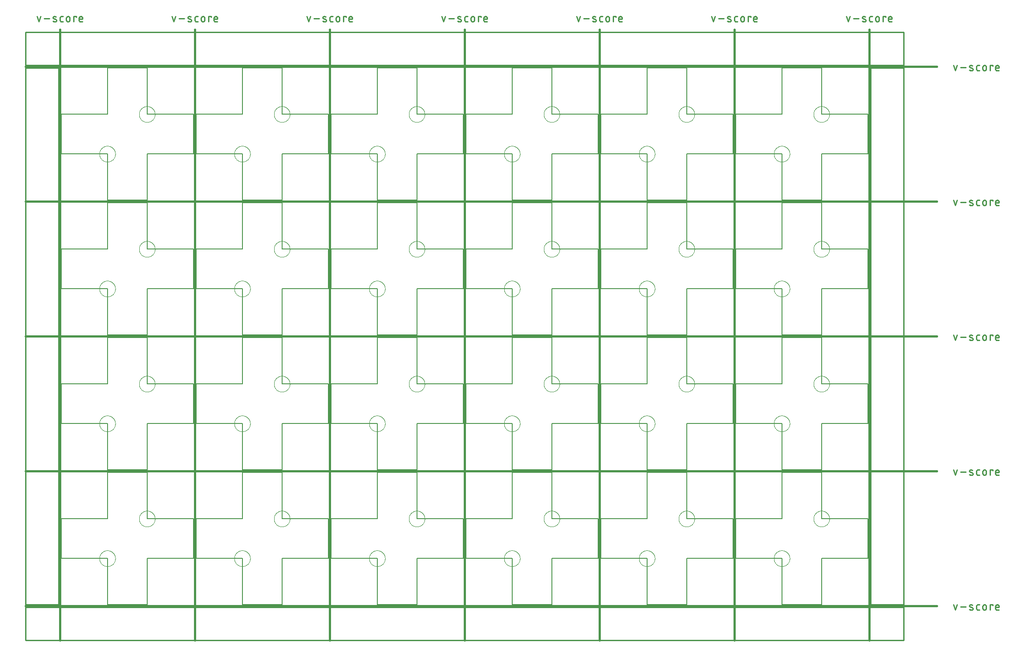
<source format=gko>
G04 EAGLE Gerber RS-274X export*
G75*
%MOMM*%
%FSLAX34Y34*%
%LPD*%
%IN*%
%IPPOS*%
%AMOC8*
5,1,8,0,0,1.08239X$1,22.5*%
G01*
%ADD10C,0.203200*%
%ADD11C,0.381000*%
%ADD12C,0.279400*%
%ADD13C,0.254000*%
%ADD14C,0.000000*%


D10*
X88900Y0D02*
X165100Y0D01*
X254000Y88900D02*
X254000Y165100D01*
X165100Y254000D02*
X88900Y254000D01*
X0Y165100D02*
X0Y88900D01*
X88900Y88900D02*
X88900Y0D01*
X88900Y88900D02*
X0Y88900D01*
X165100Y88900D02*
X165100Y0D01*
X165100Y88900D02*
X254000Y88900D01*
X165100Y165100D02*
X165100Y254000D01*
X165100Y165100D02*
X254000Y165100D01*
X88900Y165100D02*
X88900Y254000D01*
X88900Y165100D02*
X0Y165100D01*
X347980Y0D02*
X424180Y0D01*
X513080Y88900D02*
X513080Y165100D01*
X424180Y254000D02*
X347980Y254000D01*
X259080Y165100D02*
X259080Y88900D01*
X347980Y88900D02*
X347980Y0D01*
X347980Y88900D02*
X259080Y88900D01*
X424180Y88900D02*
X424180Y0D01*
X424180Y88900D02*
X513080Y88900D01*
X424180Y165100D02*
X424180Y254000D01*
X424180Y165100D02*
X513080Y165100D01*
X347980Y165100D02*
X347980Y254000D01*
X347980Y165100D02*
X259080Y165100D01*
X607060Y0D02*
X683260Y0D01*
X772160Y88900D02*
X772160Y165100D01*
X683260Y254000D02*
X607060Y254000D01*
X518160Y165100D02*
X518160Y88900D01*
X607060Y88900D02*
X607060Y0D01*
X607060Y88900D02*
X518160Y88900D01*
X683260Y88900D02*
X683260Y0D01*
X683260Y88900D02*
X772160Y88900D01*
X683260Y165100D02*
X683260Y254000D01*
X683260Y165100D02*
X772160Y165100D01*
X607060Y165100D02*
X607060Y254000D01*
X607060Y165100D02*
X518160Y165100D01*
X866140Y0D02*
X942340Y0D01*
X1031240Y88900D02*
X1031240Y165100D01*
X942340Y254000D02*
X866140Y254000D01*
X777240Y165100D02*
X777240Y88900D01*
X866140Y88900D02*
X866140Y0D01*
X866140Y88900D02*
X777240Y88900D01*
X942340Y88900D02*
X942340Y0D01*
X942340Y88900D02*
X1031240Y88900D01*
X942340Y165100D02*
X942340Y254000D01*
X942340Y165100D02*
X1031240Y165100D01*
X866140Y165100D02*
X866140Y254000D01*
X866140Y165100D02*
X777240Y165100D01*
X1125220Y0D02*
X1201420Y0D01*
X1290320Y88900D02*
X1290320Y165100D01*
X1201420Y254000D02*
X1125220Y254000D01*
X1036320Y165100D02*
X1036320Y88900D01*
X1125220Y88900D02*
X1125220Y0D01*
X1125220Y88900D02*
X1036320Y88900D01*
X1201420Y88900D02*
X1201420Y0D01*
X1201420Y88900D02*
X1290320Y88900D01*
X1201420Y165100D02*
X1201420Y254000D01*
X1201420Y165100D02*
X1290320Y165100D01*
X1125220Y165100D02*
X1125220Y254000D01*
X1125220Y165100D02*
X1036320Y165100D01*
X1384300Y0D02*
X1460500Y0D01*
X1549400Y88900D02*
X1549400Y165100D01*
X1460500Y254000D02*
X1384300Y254000D01*
X1295400Y165100D02*
X1295400Y88900D01*
X1384300Y88900D02*
X1384300Y0D01*
X1384300Y88900D02*
X1295400Y88900D01*
X1460500Y88900D02*
X1460500Y0D01*
X1460500Y88900D02*
X1549400Y88900D01*
X1460500Y165100D02*
X1460500Y254000D01*
X1460500Y165100D02*
X1549400Y165100D01*
X1384300Y165100D02*
X1384300Y254000D01*
X1384300Y165100D02*
X1295400Y165100D01*
X165100Y259080D02*
X88900Y259080D01*
X254000Y347980D02*
X254000Y424180D01*
X165100Y513080D02*
X88900Y513080D01*
X0Y424180D02*
X0Y347980D01*
X88900Y347980D02*
X88900Y259080D01*
X88900Y347980D02*
X0Y347980D01*
X165100Y347980D02*
X165100Y259080D01*
X165100Y347980D02*
X254000Y347980D01*
X165100Y424180D02*
X165100Y513080D01*
X165100Y424180D02*
X254000Y424180D01*
X88900Y424180D02*
X88900Y513080D01*
X88900Y424180D02*
X0Y424180D01*
X347980Y259080D02*
X424180Y259080D01*
X513080Y347980D02*
X513080Y424180D01*
X424180Y513080D02*
X347980Y513080D01*
X259080Y424180D02*
X259080Y347980D01*
X347980Y347980D02*
X347980Y259080D01*
X347980Y347980D02*
X259080Y347980D01*
X424180Y347980D02*
X424180Y259080D01*
X424180Y347980D02*
X513080Y347980D01*
X424180Y424180D02*
X424180Y513080D01*
X424180Y424180D02*
X513080Y424180D01*
X347980Y424180D02*
X347980Y513080D01*
X347980Y424180D02*
X259080Y424180D01*
X607060Y259080D02*
X683260Y259080D01*
X772160Y347980D02*
X772160Y424180D01*
X683260Y513080D02*
X607060Y513080D01*
X518160Y424180D02*
X518160Y347980D01*
X607060Y347980D02*
X607060Y259080D01*
X607060Y347980D02*
X518160Y347980D01*
X683260Y347980D02*
X683260Y259080D01*
X683260Y347980D02*
X772160Y347980D01*
X683260Y424180D02*
X683260Y513080D01*
X683260Y424180D02*
X772160Y424180D01*
X607060Y424180D02*
X607060Y513080D01*
X607060Y424180D02*
X518160Y424180D01*
X866140Y259080D02*
X942340Y259080D01*
X1031240Y347980D02*
X1031240Y424180D01*
X942340Y513080D02*
X866140Y513080D01*
X777240Y424180D02*
X777240Y347980D01*
X866140Y347980D02*
X866140Y259080D01*
X866140Y347980D02*
X777240Y347980D01*
X942340Y347980D02*
X942340Y259080D01*
X942340Y347980D02*
X1031240Y347980D01*
X942340Y424180D02*
X942340Y513080D01*
X942340Y424180D02*
X1031240Y424180D01*
X866140Y424180D02*
X866140Y513080D01*
X866140Y424180D02*
X777240Y424180D01*
X1125220Y259080D02*
X1201420Y259080D01*
X1290320Y347980D02*
X1290320Y424180D01*
X1201420Y513080D02*
X1125220Y513080D01*
X1036320Y424180D02*
X1036320Y347980D01*
X1125220Y347980D02*
X1125220Y259080D01*
X1125220Y347980D02*
X1036320Y347980D01*
X1201420Y347980D02*
X1201420Y259080D01*
X1201420Y347980D02*
X1290320Y347980D01*
X1201420Y424180D02*
X1201420Y513080D01*
X1201420Y424180D02*
X1290320Y424180D01*
X1125220Y424180D02*
X1125220Y513080D01*
X1125220Y424180D02*
X1036320Y424180D01*
X1384300Y259080D02*
X1460500Y259080D01*
X1549400Y347980D02*
X1549400Y424180D01*
X1460500Y513080D02*
X1384300Y513080D01*
X1295400Y424180D02*
X1295400Y347980D01*
X1384300Y347980D02*
X1384300Y259080D01*
X1384300Y347980D02*
X1295400Y347980D01*
X1460500Y347980D02*
X1460500Y259080D01*
X1460500Y347980D02*
X1549400Y347980D01*
X1460500Y424180D02*
X1460500Y513080D01*
X1460500Y424180D02*
X1549400Y424180D01*
X1384300Y424180D02*
X1384300Y513080D01*
X1384300Y424180D02*
X1295400Y424180D01*
X165100Y518160D02*
X88900Y518160D01*
X254000Y607060D02*
X254000Y683260D01*
X165100Y772160D02*
X88900Y772160D01*
X0Y683260D02*
X0Y607060D01*
X88900Y607060D02*
X88900Y518160D01*
X88900Y607060D02*
X0Y607060D01*
X165100Y607060D02*
X165100Y518160D01*
X165100Y607060D02*
X254000Y607060D01*
X165100Y683260D02*
X165100Y772160D01*
X165100Y683260D02*
X254000Y683260D01*
X88900Y683260D02*
X88900Y772160D01*
X88900Y683260D02*
X0Y683260D01*
X347980Y518160D02*
X424180Y518160D01*
X513080Y607060D02*
X513080Y683260D01*
X424180Y772160D02*
X347980Y772160D01*
X259080Y683260D02*
X259080Y607060D01*
X347980Y607060D02*
X347980Y518160D01*
X347980Y607060D02*
X259080Y607060D01*
X424180Y607060D02*
X424180Y518160D01*
X424180Y607060D02*
X513080Y607060D01*
X424180Y683260D02*
X424180Y772160D01*
X424180Y683260D02*
X513080Y683260D01*
X347980Y683260D02*
X347980Y772160D01*
X347980Y683260D02*
X259080Y683260D01*
X607060Y518160D02*
X683260Y518160D01*
X772160Y607060D02*
X772160Y683260D01*
X683260Y772160D02*
X607060Y772160D01*
X518160Y683260D02*
X518160Y607060D01*
X607060Y607060D02*
X607060Y518160D01*
X607060Y607060D02*
X518160Y607060D01*
X683260Y607060D02*
X683260Y518160D01*
X683260Y607060D02*
X772160Y607060D01*
X683260Y683260D02*
X683260Y772160D01*
X683260Y683260D02*
X772160Y683260D01*
X607060Y683260D02*
X607060Y772160D01*
X607060Y683260D02*
X518160Y683260D01*
X866140Y518160D02*
X942340Y518160D01*
X1031240Y607060D02*
X1031240Y683260D01*
X942340Y772160D02*
X866140Y772160D01*
X777240Y683260D02*
X777240Y607060D01*
X866140Y607060D02*
X866140Y518160D01*
X866140Y607060D02*
X777240Y607060D01*
X942340Y607060D02*
X942340Y518160D01*
X942340Y607060D02*
X1031240Y607060D01*
X942340Y683260D02*
X942340Y772160D01*
X942340Y683260D02*
X1031240Y683260D01*
X866140Y683260D02*
X866140Y772160D01*
X866140Y683260D02*
X777240Y683260D01*
X1125220Y518160D02*
X1201420Y518160D01*
X1290320Y607060D02*
X1290320Y683260D01*
X1201420Y772160D02*
X1125220Y772160D01*
X1036320Y683260D02*
X1036320Y607060D01*
X1125220Y607060D02*
X1125220Y518160D01*
X1125220Y607060D02*
X1036320Y607060D01*
X1201420Y607060D02*
X1201420Y518160D01*
X1201420Y607060D02*
X1290320Y607060D01*
X1201420Y683260D02*
X1201420Y772160D01*
X1201420Y683260D02*
X1290320Y683260D01*
X1125220Y683260D02*
X1125220Y772160D01*
X1125220Y683260D02*
X1036320Y683260D01*
X1384300Y518160D02*
X1460500Y518160D01*
X1549400Y607060D02*
X1549400Y683260D01*
X1460500Y772160D02*
X1384300Y772160D01*
X1295400Y683260D02*
X1295400Y607060D01*
X1384300Y607060D02*
X1384300Y518160D01*
X1384300Y607060D02*
X1295400Y607060D01*
X1460500Y607060D02*
X1460500Y518160D01*
X1460500Y607060D02*
X1549400Y607060D01*
X1460500Y683260D02*
X1460500Y772160D01*
X1460500Y683260D02*
X1549400Y683260D01*
X1384300Y683260D02*
X1384300Y772160D01*
X1384300Y683260D02*
X1295400Y683260D01*
X165100Y777240D02*
X88900Y777240D01*
X254000Y866140D02*
X254000Y942340D01*
X165100Y1031240D02*
X88900Y1031240D01*
X0Y942340D02*
X0Y866140D01*
X88900Y866140D02*
X88900Y777240D01*
X88900Y866140D02*
X0Y866140D01*
X165100Y866140D02*
X165100Y777240D01*
X165100Y866140D02*
X254000Y866140D01*
X165100Y942340D02*
X165100Y1031240D01*
X165100Y942340D02*
X254000Y942340D01*
X88900Y942340D02*
X88900Y1031240D01*
X88900Y942340D02*
X0Y942340D01*
X347980Y777240D02*
X424180Y777240D01*
X513080Y866140D02*
X513080Y942340D01*
X424180Y1031240D02*
X347980Y1031240D01*
X259080Y942340D02*
X259080Y866140D01*
X347980Y866140D02*
X347980Y777240D01*
X347980Y866140D02*
X259080Y866140D01*
X424180Y866140D02*
X424180Y777240D01*
X424180Y866140D02*
X513080Y866140D01*
X424180Y942340D02*
X424180Y1031240D01*
X424180Y942340D02*
X513080Y942340D01*
X347980Y942340D02*
X347980Y1031240D01*
X347980Y942340D02*
X259080Y942340D01*
X607060Y777240D02*
X683260Y777240D01*
X772160Y866140D02*
X772160Y942340D01*
X683260Y1031240D02*
X607060Y1031240D01*
X518160Y942340D02*
X518160Y866140D01*
X607060Y866140D02*
X607060Y777240D01*
X607060Y866140D02*
X518160Y866140D01*
X683260Y866140D02*
X683260Y777240D01*
X683260Y866140D02*
X772160Y866140D01*
X683260Y942340D02*
X683260Y1031240D01*
X683260Y942340D02*
X772160Y942340D01*
X607060Y942340D02*
X607060Y1031240D01*
X607060Y942340D02*
X518160Y942340D01*
X866140Y777240D02*
X942340Y777240D01*
X1031240Y866140D02*
X1031240Y942340D01*
X942340Y1031240D02*
X866140Y1031240D01*
X777240Y942340D02*
X777240Y866140D01*
X866140Y866140D02*
X866140Y777240D01*
X866140Y866140D02*
X777240Y866140D01*
X942340Y866140D02*
X942340Y777240D01*
X942340Y866140D02*
X1031240Y866140D01*
X942340Y942340D02*
X942340Y1031240D01*
X942340Y942340D02*
X1031240Y942340D01*
X866140Y942340D02*
X866140Y1031240D01*
X866140Y942340D02*
X777240Y942340D01*
X1125220Y777240D02*
X1201420Y777240D01*
X1290320Y866140D02*
X1290320Y942340D01*
X1201420Y1031240D02*
X1125220Y1031240D01*
X1036320Y942340D02*
X1036320Y866140D01*
X1125220Y866140D02*
X1125220Y777240D01*
X1125220Y866140D02*
X1036320Y866140D01*
X1201420Y866140D02*
X1201420Y777240D01*
X1201420Y866140D02*
X1290320Y866140D01*
X1201420Y942340D02*
X1201420Y1031240D01*
X1201420Y942340D02*
X1290320Y942340D01*
X1125220Y942340D02*
X1125220Y1031240D01*
X1125220Y942340D02*
X1036320Y942340D01*
X1384300Y777240D02*
X1460500Y777240D01*
X1549400Y866140D02*
X1549400Y942340D01*
X1460500Y1031240D02*
X1384300Y1031240D01*
X1295400Y942340D02*
X1295400Y866140D01*
X1384300Y866140D02*
X1384300Y777240D01*
X1384300Y866140D02*
X1295400Y866140D01*
X1460500Y866140D02*
X1460500Y777240D01*
X1460500Y866140D02*
X1549400Y866140D01*
X1460500Y942340D02*
X1460500Y1031240D01*
X1460500Y942340D02*
X1549400Y942340D01*
X1384300Y942340D02*
X1384300Y1031240D01*
X1384300Y942340D02*
X1295400Y942340D01*
D11*
X-2540Y1104900D02*
X-2540Y-68580D01*
D12*
X-42921Y1120267D02*
X-46251Y1130258D01*
X-39590Y1130258D02*
X-42921Y1120267D01*
X-32806Y1126095D02*
X-22815Y1126095D01*
X-14261Y1126095D02*
X-10098Y1124430D01*
X-14261Y1126094D02*
X-14346Y1126130D01*
X-14429Y1126170D01*
X-14510Y1126213D01*
X-14590Y1126260D01*
X-14667Y1126310D01*
X-14743Y1126363D01*
X-14816Y1126419D01*
X-14886Y1126479D01*
X-14954Y1126541D01*
X-15019Y1126606D01*
X-15081Y1126674D01*
X-15141Y1126745D01*
X-15197Y1126818D01*
X-15250Y1126893D01*
X-15300Y1126971D01*
X-15346Y1127050D01*
X-15389Y1127132D01*
X-15429Y1127215D01*
X-15465Y1127300D01*
X-15497Y1127386D01*
X-15526Y1127474D01*
X-15550Y1127563D01*
X-15571Y1127653D01*
X-15588Y1127743D01*
X-15602Y1127834D01*
X-15611Y1127926D01*
X-15616Y1128018D01*
X-15618Y1128110D01*
X-15616Y1128202D01*
X-15609Y1128294D01*
X-15599Y1128386D01*
X-15585Y1128477D01*
X-15567Y1128568D01*
X-15545Y1128657D01*
X-15519Y1128746D01*
X-15489Y1128833D01*
X-15456Y1128919D01*
X-15419Y1129003D01*
X-15379Y1129086D01*
X-15335Y1129167D01*
X-15288Y1129246D01*
X-15237Y1129323D01*
X-15183Y1129398D01*
X-15126Y1129471D01*
X-15066Y1129541D01*
X-15003Y1129608D01*
X-14937Y1129672D01*
X-14869Y1129734D01*
X-14798Y1129793D01*
X-14724Y1129848D01*
X-14648Y1129901D01*
X-14570Y1129950D01*
X-14490Y1129996D01*
X-14409Y1130038D01*
X-14325Y1130077D01*
X-14240Y1130112D01*
X-14153Y1130143D01*
X-14065Y1130171D01*
X-13976Y1130195D01*
X-13886Y1130215D01*
X-13796Y1130232D01*
X-13704Y1130244D01*
X-13612Y1130253D01*
X-13520Y1130257D01*
X-13428Y1130258D01*
X-13201Y1130252D01*
X-12974Y1130241D01*
X-12747Y1130224D01*
X-12521Y1130201D01*
X-12295Y1130174D01*
X-12070Y1130140D01*
X-11846Y1130102D01*
X-11623Y1130058D01*
X-11401Y1130009D01*
X-11180Y1129954D01*
X-10961Y1129894D01*
X-10743Y1129829D01*
X-10527Y1129758D01*
X-10313Y1129683D01*
X-10100Y1129602D01*
X-9890Y1129516D01*
X-9681Y1129425D01*
X-10098Y1124430D02*
X-10013Y1124394D01*
X-9930Y1124354D01*
X-9849Y1124311D01*
X-9769Y1124264D01*
X-9692Y1124214D01*
X-9616Y1124161D01*
X-9543Y1124105D01*
X-9473Y1124045D01*
X-9405Y1123983D01*
X-9340Y1123918D01*
X-9278Y1123850D01*
X-9218Y1123779D01*
X-9162Y1123706D01*
X-9109Y1123631D01*
X-9059Y1123553D01*
X-9013Y1123474D01*
X-8970Y1123392D01*
X-8930Y1123309D01*
X-8894Y1123224D01*
X-8862Y1123138D01*
X-8833Y1123050D01*
X-8809Y1122961D01*
X-8788Y1122871D01*
X-8771Y1122781D01*
X-8757Y1122690D01*
X-8748Y1122598D01*
X-8743Y1122506D01*
X-8741Y1122414D01*
X-8743Y1122322D01*
X-8750Y1122230D01*
X-8760Y1122138D01*
X-8774Y1122047D01*
X-8792Y1121956D01*
X-8814Y1121867D01*
X-8840Y1121778D01*
X-8870Y1121691D01*
X-8903Y1121605D01*
X-8940Y1121521D01*
X-8980Y1121438D01*
X-9024Y1121357D01*
X-9071Y1121278D01*
X-9122Y1121201D01*
X-9176Y1121126D01*
X-9233Y1121053D01*
X-9293Y1120983D01*
X-9356Y1120916D01*
X-9422Y1120852D01*
X-9490Y1120790D01*
X-9561Y1120731D01*
X-9635Y1120676D01*
X-9711Y1120623D01*
X-9789Y1120574D01*
X-9869Y1120528D01*
X-9950Y1120486D01*
X-10034Y1120447D01*
X-10119Y1120412D01*
X-10206Y1120381D01*
X-10294Y1120353D01*
X-10383Y1120329D01*
X-10473Y1120309D01*
X-10563Y1120292D01*
X-10655Y1120280D01*
X-10747Y1120271D01*
X-10839Y1120267D01*
X-10931Y1120266D01*
X-10931Y1120267D02*
X-11265Y1120276D01*
X-11598Y1120293D01*
X-11931Y1120317D01*
X-12264Y1120350D01*
X-12595Y1120390D01*
X-12926Y1120438D01*
X-13255Y1120494D01*
X-13583Y1120557D01*
X-13909Y1120629D01*
X-14233Y1120708D01*
X-14556Y1120794D01*
X-14876Y1120889D01*
X-15194Y1120991D01*
X-15510Y1121100D01*
X562Y1120267D02*
X3892Y1120267D01*
X562Y1120267D02*
X464Y1120269D01*
X366Y1120275D01*
X268Y1120284D01*
X171Y1120298D01*
X75Y1120315D01*
X-21Y1120336D01*
X-116Y1120361D01*
X-210Y1120389D01*
X-303Y1120421D01*
X-394Y1120457D01*
X-484Y1120496D01*
X-572Y1120539D01*
X-659Y1120586D01*
X-743Y1120635D01*
X-826Y1120688D01*
X-906Y1120744D01*
X-985Y1120803D01*
X-1060Y1120866D01*
X-1134Y1120931D01*
X-1204Y1120999D01*
X-1272Y1121069D01*
X-1338Y1121143D01*
X-1400Y1121219D01*
X-1459Y1121297D01*
X-1515Y1121377D01*
X-1568Y1121460D01*
X-1618Y1121544D01*
X-1664Y1121631D01*
X-1707Y1121719D01*
X-1746Y1121809D01*
X-1782Y1121900D01*
X-1814Y1121993D01*
X-1842Y1122087D01*
X-1867Y1122182D01*
X-1888Y1122278D01*
X-1905Y1122374D01*
X-1919Y1122471D01*
X-1928Y1122569D01*
X-1934Y1122667D01*
X-1936Y1122765D01*
X-1936Y1127760D01*
X-1934Y1127858D01*
X-1928Y1127956D01*
X-1919Y1128054D01*
X-1905Y1128151D01*
X-1888Y1128247D01*
X-1867Y1128343D01*
X-1842Y1128438D01*
X-1814Y1128532D01*
X-1782Y1128625D01*
X-1746Y1128716D01*
X-1707Y1128806D01*
X-1664Y1128894D01*
X-1617Y1128981D01*
X-1568Y1129065D01*
X-1515Y1129148D01*
X-1459Y1129228D01*
X-1400Y1129306D01*
X-1337Y1129382D01*
X-1272Y1129456D01*
X-1204Y1129526D01*
X-1134Y1129594D01*
X-1060Y1129659D01*
X-984Y1129722D01*
X-906Y1129781D01*
X-826Y1129837D01*
X-743Y1129890D01*
X-659Y1129939D01*
X-572Y1129986D01*
X-484Y1130029D01*
X-394Y1130068D01*
X-303Y1130104D01*
X-210Y1130136D01*
X-116Y1130164D01*
X-21Y1130189D01*
X75Y1130210D01*
X171Y1130227D01*
X268Y1130241D01*
X366Y1130250D01*
X464Y1130256D01*
X562Y1130258D01*
X3892Y1130258D01*
X10022Y1126927D02*
X10022Y1123597D01*
X10022Y1126927D02*
X10024Y1127041D01*
X10030Y1127154D01*
X10039Y1127268D01*
X10053Y1127380D01*
X10070Y1127493D01*
X10092Y1127605D01*
X10117Y1127715D01*
X10145Y1127825D01*
X10178Y1127934D01*
X10214Y1128042D01*
X10254Y1128149D01*
X10298Y1128254D01*
X10345Y1128357D01*
X10395Y1128459D01*
X10449Y1128559D01*
X10507Y1128657D01*
X10568Y1128753D01*
X10631Y1128847D01*
X10699Y1128939D01*
X10769Y1129029D01*
X10842Y1129115D01*
X10918Y1129200D01*
X10997Y1129282D01*
X11079Y1129361D01*
X11164Y1129437D01*
X11250Y1129510D01*
X11340Y1129580D01*
X11432Y1129648D01*
X11526Y1129711D01*
X11622Y1129772D01*
X11720Y1129830D01*
X11820Y1129884D01*
X11922Y1129934D01*
X12025Y1129981D01*
X12130Y1130025D01*
X12237Y1130065D01*
X12345Y1130101D01*
X12454Y1130134D01*
X12564Y1130162D01*
X12674Y1130187D01*
X12786Y1130209D01*
X12899Y1130226D01*
X13011Y1130240D01*
X13125Y1130249D01*
X13238Y1130255D01*
X13352Y1130257D01*
X13466Y1130255D01*
X13579Y1130249D01*
X13693Y1130240D01*
X13805Y1130226D01*
X13918Y1130209D01*
X14030Y1130187D01*
X14140Y1130162D01*
X14250Y1130134D01*
X14359Y1130101D01*
X14467Y1130065D01*
X14574Y1130025D01*
X14679Y1129981D01*
X14782Y1129934D01*
X14884Y1129884D01*
X14984Y1129830D01*
X15082Y1129772D01*
X15178Y1129711D01*
X15272Y1129648D01*
X15364Y1129580D01*
X15454Y1129510D01*
X15540Y1129437D01*
X15625Y1129361D01*
X15707Y1129282D01*
X15786Y1129200D01*
X15862Y1129115D01*
X15935Y1129029D01*
X16005Y1128939D01*
X16073Y1128847D01*
X16136Y1128753D01*
X16197Y1128657D01*
X16255Y1128559D01*
X16309Y1128459D01*
X16359Y1128357D01*
X16406Y1128254D01*
X16450Y1128149D01*
X16490Y1128042D01*
X16526Y1127934D01*
X16559Y1127825D01*
X16587Y1127715D01*
X16612Y1127605D01*
X16634Y1127493D01*
X16651Y1127380D01*
X16665Y1127268D01*
X16674Y1127154D01*
X16680Y1127041D01*
X16682Y1126927D01*
X16682Y1123597D01*
X16680Y1123483D01*
X16674Y1123370D01*
X16665Y1123256D01*
X16651Y1123144D01*
X16634Y1123031D01*
X16612Y1122919D01*
X16587Y1122809D01*
X16559Y1122699D01*
X16526Y1122590D01*
X16490Y1122482D01*
X16450Y1122375D01*
X16406Y1122270D01*
X16359Y1122167D01*
X16309Y1122065D01*
X16255Y1121965D01*
X16197Y1121867D01*
X16136Y1121771D01*
X16073Y1121677D01*
X16005Y1121585D01*
X15935Y1121495D01*
X15862Y1121409D01*
X15786Y1121324D01*
X15707Y1121242D01*
X15625Y1121163D01*
X15540Y1121087D01*
X15454Y1121014D01*
X15364Y1120944D01*
X15272Y1120876D01*
X15178Y1120813D01*
X15082Y1120752D01*
X14984Y1120694D01*
X14884Y1120640D01*
X14782Y1120590D01*
X14679Y1120543D01*
X14574Y1120499D01*
X14467Y1120459D01*
X14359Y1120423D01*
X14250Y1120390D01*
X14140Y1120362D01*
X14030Y1120337D01*
X13918Y1120315D01*
X13805Y1120298D01*
X13693Y1120284D01*
X13579Y1120275D01*
X13466Y1120269D01*
X13352Y1120267D01*
X13238Y1120269D01*
X13125Y1120275D01*
X13011Y1120284D01*
X12899Y1120298D01*
X12786Y1120315D01*
X12674Y1120337D01*
X12564Y1120362D01*
X12454Y1120390D01*
X12345Y1120423D01*
X12237Y1120459D01*
X12130Y1120499D01*
X12025Y1120543D01*
X11922Y1120590D01*
X11820Y1120640D01*
X11720Y1120694D01*
X11622Y1120752D01*
X11526Y1120813D01*
X11432Y1120876D01*
X11340Y1120944D01*
X11250Y1121014D01*
X11164Y1121087D01*
X11079Y1121163D01*
X10997Y1121242D01*
X10918Y1121324D01*
X10842Y1121409D01*
X10769Y1121495D01*
X10699Y1121585D01*
X10631Y1121677D01*
X10568Y1121771D01*
X10507Y1121867D01*
X10449Y1121965D01*
X10395Y1122065D01*
X10345Y1122167D01*
X10298Y1122270D01*
X10254Y1122375D01*
X10214Y1122482D01*
X10178Y1122590D01*
X10145Y1122699D01*
X10117Y1122809D01*
X10092Y1122919D01*
X10070Y1123031D01*
X10053Y1123144D01*
X10039Y1123256D01*
X10030Y1123370D01*
X10024Y1123483D01*
X10022Y1123597D01*
X24218Y1120267D02*
X24218Y1130258D01*
X29213Y1130258D01*
X29213Y1128593D01*
X37008Y1120267D02*
X41171Y1120267D01*
X37008Y1120267D02*
X36910Y1120269D01*
X36812Y1120275D01*
X36714Y1120284D01*
X36617Y1120298D01*
X36521Y1120315D01*
X36425Y1120336D01*
X36330Y1120361D01*
X36236Y1120389D01*
X36143Y1120421D01*
X36052Y1120457D01*
X35962Y1120496D01*
X35874Y1120539D01*
X35787Y1120586D01*
X35703Y1120635D01*
X35620Y1120688D01*
X35540Y1120744D01*
X35462Y1120803D01*
X35386Y1120866D01*
X35312Y1120931D01*
X35242Y1120999D01*
X35174Y1121069D01*
X35109Y1121143D01*
X35046Y1121219D01*
X34987Y1121297D01*
X34931Y1121377D01*
X34878Y1121460D01*
X34829Y1121544D01*
X34782Y1121631D01*
X34739Y1121719D01*
X34700Y1121809D01*
X34664Y1121900D01*
X34632Y1121993D01*
X34604Y1122087D01*
X34579Y1122182D01*
X34558Y1122278D01*
X34541Y1122374D01*
X34527Y1122471D01*
X34518Y1122569D01*
X34512Y1122667D01*
X34510Y1122765D01*
X34510Y1126927D01*
X34511Y1126927D02*
X34513Y1127041D01*
X34519Y1127154D01*
X34528Y1127268D01*
X34542Y1127380D01*
X34559Y1127493D01*
X34581Y1127605D01*
X34606Y1127715D01*
X34634Y1127825D01*
X34667Y1127934D01*
X34703Y1128042D01*
X34743Y1128149D01*
X34787Y1128254D01*
X34834Y1128357D01*
X34884Y1128459D01*
X34938Y1128559D01*
X34996Y1128657D01*
X35057Y1128753D01*
X35120Y1128847D01*
X35188Y1128939D01*
X35258Y1129029D01*
X35331Y1129115D01*
X35407Y1129200D01*
X35486Y1129282D01*
X35568Y1129361D01*
X35653Y1129437D01*
X35739Y1129510D01*
X35829Y1129580D01*
X35921Y1129648D01*
X36015Y1129711D01*
X36111Y1129772D01*
X36209Y1129830D01*
X36309Y1129884D01*
X36411Y1129934D01*
X36514Y1129981D01*
X36619Y1130025D01*
X36726Y1130065D01*
X36834Y1130101D01*
X36943Y1130134D01*
X37053Y1130162D01*
X37163Y1130187D01*
X37275Y1130209D01*
X37388Y1130226D01*
X37500Y1130240D01*
X37614Y1130249D01*
X37727Y1130255D01*
X37841Y1130257D01*
X37955Y1130255D01*
X38068Y1130249D01*
X38182Y1130240D01*
X38294Y1130226D01*
X38407Y1130209D01*
X38519Y1130187D01*
X38629Y1130162D01*
X38739Y1130134D01*
X38848Y1130101D01*
X38956Y1130065D01*
X39063Y1130025D01*
X39168Y1129981D01*
X39271Y1129934D01*
X39373Y1129884D01*
X39473Y1129830D01*
X39571Y1129772D01*
X39667Y1129711D01*
X39761Y1129648D01*
X39853Y1129580D01*
X39943Y1129510D01*
X40029Y1129437D01*
X40114Y1129361D01*
X40196Y1129282D01*
X40275Y1129200D01*
X40351Y1129115D01*
X40424Y1129029D01*
X40494Y1128939D01*
X40562Y1128847D01*
X40625Y1128753D01*
X40686Y1128657D01*
X40744Y1128559D01*
X40798Y1128459D01*
X40848Y1128357D01*
X40895Y1128254D01*
X40939Y1128149D01*
X40979Y1128042D01*
X41015Y1127934D01*
X41048Y1127825D01*
X41076Y1127715D01*
X41101Y1127605D01*
X41123Y1127493D01*
X41140Y1127380D01*
X41154Y1127268D01*
X41163Y1127154D01*
X41169Y1127041D01*
X41171Y1126927D01*
X41171Y1125262D01*
X34510Y1125262D01*
D11*
X256540Y1104900D02*
X256540Y-68580D01*
D12*
X216159Y1120267D02*
X212829Y1130258D01*
X219490Y1130258D02*
X216159Y1120267D01*
X226274Y1126095D02*
X236265Y1126095D01*
X244819Y1126095D02*
X248982Y1124430D01*
X244819Y1126094D02*
X244734Y1126130D01*
X244651Y1126170D01*
X244570Y1126213D01*
X244490Y1126260D01*
X244413Y1126310D01*
X244337Y1126363D01*
X244264Y1126419D01*
X244194Y1126479D01*
X244126Y1126541D01*
X244061Y1126606D01*
X243999Y1126674D01*
X243939Y1126745D01*
X243883Y1126818D01*
X243830Y1126893D01*
X243780Y1126971D01*
X243734Y1127050D01*
X243691Y1127132D01*
X243651Y1127215D01*
X243615Y1127300D01*
X243583Y1127386D01*
X243554Y1127474D01*
X243530Y1127563D01*
X243509Y1127653D01*
X243492Y1127743D01*
X243478Y1127834D01*
X243469Y1127926D01*
X243464Y1128018D01*
X243462Y1128110D01*
X243464Y1128202D01*
X243471Y1128294D01*
X243481Y1128386D01*
X243495Y1128477D01*
X243513Y1128568D01*
X243535Y1128657D01*
X243561Y1128746D01*
X243591Y1128833D01*
X243624Y1128919D01*
X243661Y1129003D01*
X243701Y1129086D01*
X243745Y1129167D01*
X243792Y1129246D01*
X243843Y1129323D01*
X243897Y1129398D01*
X243954Y1129471D01*
X244014Y1129541D01*
X244077Y1129608D01*
X244143Y1129672D01*
X244211Y1129734D01*
X244282Y1129793D01*
X244356Y1129848D01*
X244432Y1129901D01*
X244510Y1129950D01*
X244590Y1129996D01*
X244671Y1130038D01*
X244755Y1130077D01*
X244840Y1130112D01*
X244927Y1130143D01*
X245015Y1130171D01*
X245104Y1130195D01*
X245194Y1130215D01*
X245284Y1130232D01*
X245376Y1130244D01*
X245468Y1130253D01*
X245560Y1130257D01*
X245652Y1130258D01*
X245879Y1130252D01*
X246106Y1130241D01*
X246333Y1130224D01*
X246559Y1130201D01*
X246785Y1130174D01*
X247010Y1130140D01*
X247234Y1130102D01*
X247457Y1130058D01*
X247679Y1130009D01*
X247900Y1129954D01*
X248119Y1129894D01*
X248337Y1129829D01*
X248553Y1129758D01*
X248767Y1129683D01*
X248980Y1129602D01*
X249190Y1129516D01*
X249399Y1129425D01*
X248982Y1124430D02*
X249067Y1124394D01*
X249150Y1124354D01*
X249231Y1124311D01*
X249311Y1124264D01*
X249388Y1124214D01*
X249464Y1124161D01*
X249537Y1124105D01*
X249607Y1124045D01*
X249675Y1123983D01*
X249740Y1123918D01*
X249802Y1123850D01*
X249862Y1123779D01*
X249918Y1123706D01*
X249971Y1123631D01*
X250021Y1123553D01*
X250067Y1123474D01*
X250110Y1123392D01*
X250150Y1123309D01*
X250186Y1123224D01*
X250218Y1123138D01*
X250247Y1123050D01*
X250271Y1122961D01*
X250292Y1122871D01*
X250309Y1122781D01*
X250323Y1122690D01*
X250332Y1122598D01*
X250337Y1122506D01*
X250339Y1122414D01*
X250337Y1122322D01*
X250330Y1122230D01*
X250320Y1122138D01*
X250306Y1122047D01*
X250288Y1121956D01*
X250266Y1121867D01*
X250240Y1121778D01*
X250210Y1121691D01*
X250177Y1121605D01*
X250140Y1121521D01*
X250100Y1121438D01*
X250056Y1121357D01*
X250009Y1121278D01*
X249958Y1121201D01*
X249904Y1121126D01*
X249847Y1121053D01*
X249787Y1120983D01*
X249724Y1120916D01*
X249658Y1120852D01*
X249590Y1120790D01*
X249519Y1120731D01*
X249445Y1120676D01*
X249369Y1120623D01*
X249291Y1120574D01*
X249211Y1120528D01*
X249130Y1120486D01*
X249046Y1120447D01*
X248961Y1120412D01*
X248874Y1120381D01*
X248786Y1120353D01*
X248697Y1120329D01*
X248607Y1120309D01*
X248517Y1120292D01*
X248425Y1120280D01*
X248333Y1120271D01*
X248241Y1120267D01*
X248149Y1120266D01*
X248149Y1120267D02*
X247815Y1120276D01*
X247482Y1120293D01*
X247149Y1120317D01*
X246816Y1120350D01*
X246485Y1120390D01*
X246154Y1120438D01*
X245825Y1120494D01*
X245497Y1120557D01*
X245171Y1120629D01*
X244847Y1120708D01*
X244524Y1120794D01*
X244204Y1120889D01*
X243886Y1120991D01*
X243570Y1121100D01*
X259642Y1120267D02*
X262972Y1120267D01*
X259642Y1120267D02*
X259544Y1120269D01*
X259446Y1120275D01*
X259348Y1120284D01*
X259251Y1120298D01*
X259155Y1120315D01*
X259059Y1120336D01*
X258964Y1120361D01*
X258870Y1120389D01*
X258777Y1120421D01*
X258686Y1120457D01*
X258596Y1120496D01*
X258508Y1120539D01*
X258421Y1120586D01*
X258337Y1120635D01*
X258254Y1120688D01*
X258174Y1120744D01*
X258096Y1120803D01*
X258020Y1120866D01*
X257946Y1120931D01*
X257876Y1120999D01*
X257808Y1121069D01*
X257743Y1121143D01*
X257680Y1121219D01*
X257621Y1121297D01*
X257565Y1121377D01*
X257512Y1121460D01*
X257463Y1121544D01*
X257416Y1121631D01*
X257373Y1121719D01*
X257334Y1121809D01*
X257298Y1121900D01*
X257266Y1121993D01*
X257238Y1122087D01*
X257213Y1122182D01*
X257192Y1122278D01*
X257175Y1122374D01*
X257161Y1122471D01*
X257152Y1122569D01*
X257146Y1122667D01*
X257144Y1122765D01*
X257144Y1127760D01*
X257146Y1127858D01*
X257152Y1127956D01*
X257161Y1128054D01*
X257175Y1128151D01*
X257192Y1128247D01*
X257213Y1128343D01*
X257238Y1128438D01*
X257266Y1128532D01*
X257298Y1128625D01*
X257334Y1128716D01*
X257373Y1128806D01*
X257416Y1128894D01*
X257463Y1128981D01*
X257512Y1129065D01*
X257565Y1129148D01*
X257621Y1129228D01*
X257680Y1129307D01*
X257743Y1129382D01*
X257808Y1129456D01*
X257876Y1129526D01*
X257946Y1129594D01*
X258020Y1129660D01*
X258096Y1129722D01*
X258174Y1129781D01*
X258254Y1129837D01*
X258337Y1129890D01*
X258421Y1129940D01*
X258508Y1129986D01*
X258596Y1130029D01*
X258686Y1130068D01*
X258777Y1130104D01*
X258870Y1130136D01*
X258964Y1130164D01*
X259059Y1130189D01*
X259155Y1130210D01*
X259251Y1130227D01*
X259348Y1130241D01*
X259446Y1130250D01*
X259544Y1130256D01*
X259642Y1130258D01*
X262972Y1130258D01*
X269102Y1126927D02*
X269102Y1123597D01*
X269102Y1126927D02*
X269104Y1127041D01*
X269110Y1127154D01*
X269119Y1127268D01*
X269133Y1127380D01*
X269150Y1127493D01*
X269172Y1127605D01*
X269197Y1127715D01*
X269225Y1127825D01*
X269258Y1127934D01*
X269294Y1128042D01*
X269334Y1128149D01*
X269378Y1128254D01*
X269425Y1128357D01*
X269475Y1128459D01*
X269529Y1128559D01*
X269587Y1128657D01*
X269648Y1128753D01*
X269711Y1128847D01*
X269779Y1128939D01*
X269849Y1129029D01*
X269922Y1129115D01*
X269998Y1129200D01*
X270077Y1129282D01*
X270159Y1129361D01*
X270244Y1129437D01*
X270330Y1129510D01*
X270420Y1129580D01*
X270512Y1129648D01*
X270606Y1129711D01*
X270702Y1129772D01*
X270800Y1129830D01*
X270900Y1129884D01*
X271002Y1129934D01*
X271105Y1129981D01*
X271210Y1130025D01*
X271317Y1130065D01*
X271425Y1130101D01*
X271534Y1130134D01*
X271644Y1130162D01*
X271754Y1130187D01*
X271866Y1130209D01*
X271979Y1130226D01*
X272091Y1130240D01*
X272205Y1130249D01*
X272318Y1130255D01*
X272432Y1130257D01*
X272546Y1130255D01*
X272659Y1130249D01*
X272773Y1130240D01*
X272885Y1130226D01*
X272998Y1130209D01*
X273110Y1130187D01*
X273220Y1130162D01*
X273330Y1130134D01*
X273439Y1130101D01*
X273547Y1130065D01*
X273654Y1130025D01*
X273759Y1129981D01*
X273862Y1129934D01*
X273964Y1129884D01*
X274064Y1129830D01*
X274162Y1129772D01*
X274258Y1129711D01*
X274352Y1129648D01*
X274444Y1129580D01*
X274534Y1129510D01*
X274620Y1129437D01*
X274705Y1129361D01*
X274787Y1129282D01*
X274866Y1129200D01*
X274942Y1129115D01*
X275015Y1129029D01*
X275085Y1128939D01*
X275153Y1128847D01*
X275216Y1128753D01*
X275277Y1128657D01*
X275335Y1128559D01*
X275389Y1128459D01*
X275439Y1128357D01*
X275486Y1128254D01*
X275530Y1128149D01*
X275570Y1128042D01*
X275606Y1127934D01*
X275639Y1127825D01*
X275667Y1127715D01*
X275692Y1127605D01*
X275714Y1127493D01*
X275731Y1127380D01*
X275745Y1127268D01*
X275754Y1127154D01*
X275760Y1127041D01*
X275762Y1126927D01*
X275762Y1123597D01*
X275760Y1123483D01*
X275754Y1123370D01*
X275745Y1123256D01*
X275731Y1123144D01*
X275714Y1123031D01*
X275692Y1122919D01*
X275667Y1122809D01*
X275639Y1122699D01*
X275606Y1122590D01*
X275570Y1122482D01*
X275530Y1122375D01*
X275486Y1122270D01*
X275439Y1122167D01*
X275389Y1122065D01*
X275335Y1121965D01*
X275277Y1121867D01*
X275216Y1121771D01*
X275153Y1121677D01*
X275085Y1121585D01*
X275015Y1121495D01*
X274942Y1121409D01*
X274866Y1121324D01*
X274787Y1121242D01*
X274705Y1121163D01*
X274620Y1121087D01*
X274534Y1121014D01*
X274444Y1120944D01*
X274352Y1120876D01*
X274258Y1120813D01*
X274162Y1120752D01*
X274064Y1120694D01*
X273964Y1120640D01*
X273862Y1120590D01*
X273759Y1120543D01*
X273654Y1120499D01*
X273547Y1120459D01*
X273439Y1120423D01*
X273330Y1120390D01*
X273220Y1120362D01*
X273110Y1120337D01*
X272998Y1120315D01*
X272885Y1120298D01*
X272773Y1120284D01*
X272659Y1120275D01*
X272546Y1120269D01*
X272432Y1120267D01*
X272318Y1120269D01*
X272205Y1120275D01*
X272091Y1120284D01*
X271979Y1120298D01*
X271866Y1120315D01*
X271754Y1120337D01*
X271644Y1120362D01*
X271534Y1120390D01*
X271425Y1120423D01*
X271317Y1120459D01*
X271210Y1120499D01*
X271105Y1120543D01*
X271002Y1120590D01*
X270900Y1120640D01*
X270800Y1120694D01*
X270702Y1120752D01*
X270606Y1120813D01*
X270512Y1120876D01*
X270420Y1120944D01*
X270330Y1121014D01*
X270244Y1121087D01*
X270159Y1121163D01*
X270077Y1121242D01*
X269998Y1121324D01*
X269922Y1121409D01*
X269849Y1121495D01*
X269779Y1121585D01*
X269711Y1121677D01*
X269648Y1121771D01*
X269587Y1121867D01*
X269529Y1121965D01*
X269475Y1122065D01*
X269425Y1122167D01*
X269378Y1122270D01*
X269334Y1122375D01*
X269294Y1122482D01*
X269258Y1122590D01*
X269225Y1122699D01*
X269197Y1122809D01*
X269172Y1122919D01*
X269150Y1123031D01*
X269133Y1123144D01*
X269119Y1123256D01*
X269110Y1123370D01*
X269104Y1123483D01*
X269102Y1123597D01*
X283298Y1120267D02*
X283298Y1130258D01*
X288293Y1130258D01*
X288293Y1128593D01*
X296088Y1120267D02*
X300251Y1120267D01*
X296088Y1120267D02*
X295990Y1120269D01*
X295892Y1120275D01*
X295794Y1120284D01*
X295697Y1120298D01*
X295601Y1120315D01*
X295505Y1120336D01*
X295410Y1120361D01*
X295316Y1120389D01*
X295223Y1120421D01*
X295132Y1120457D01*
X295042Y1120496D01*
X294954Y1120539D01*
X294867Y1120586D01*
X294783Y1120635D01*
X294700Y1120688D01*
X294620Y1120744D01*
X294542Y1120803D01*
X294466Y1120866D01*
X294392Y1120931D01*
X294322Y1120999D01*
X294254Y1121069D01*
X294189Y1121143D01*
X294126Y1121219D01*
X294067Y1121297D01*
X294011Y1121377D01*
X293958Y1121460D01*
X293909Y1121544D01*
X293862Y1121631D01*
X293819Y1121719D01*
X293780Y1121809D01*
X293744Y1121900D01*
X293712Y1121993D01*
X293684Y1122087D01*
X293659Y1122182D01*
X293638Y1122278D01*
X293621Y1122374D01*
X293607Y1122471D01*
X293598Y1122569D01*
X293592Y1122667D01*
X293590Y1122765D01*
X293590Y1126927D01*
X293591Y1126927D02*
X293593Y1127041D01*
X293599Y1127154D01*
X293608Y1127268D01*
X293622Y1127380D01*
X293639Y1127493D01*
X293661Y1127605D01*
X293686Y1127715D01*
X293714Y1127825D01*
X293747Y1127934D01*
X293783Y1128042D01*
X293823Y1128149D01*
X293867Y1128254D01*
X293914Y1128357D01*
X293964Y1128459D01*
X294018Y1128559D01*
X294076Y1128657D01*
X294137Y1128753D01*
X294200Y1128847D01*
X294268Y1128939D01*
X294338Y1129029D01*
X294411Y1129115D01*
X294487Y1129200D01*
X294566Y1129282D01*
X294648Y1129361D01*
X294733Y1129437D01*
X294819Y1129510D01*
X294909Y1129580D01*
X295001Y1129648D01*
X295095Y1129711D01*
X295191Y1129772D01*
X295289Y1129830D01*
X295389Y1129884D01*
X295491Y1129934D01*
X295594Y1129981D01*
X295699Y1130025D01*
X295806Y1130065D01*
X295914Y1130101D01*
X296023Y1130134D01*
X296133Y1130162D01*
X296243Y1130187D01*
X296355Y1130209D01*
X296468Y1130226D01*
X296580Y1130240D01*
X296694Y1130249D01*
X296807Y1130255D01*
X296921Y1130257D01*
X297035Y1130255D01*
X297148Y1130249D01*
X297262Y1130240D01*
X297374Y1130226D01*
X297487Y1130209D01*
X297599Y1130187D01*
X297709Y1130162D01*
X297819Y1130134D01*
X297928Y1130101D01*
X298036Y1130065D01*
X298143Y1130025D01*
X298248Y1129981D01*
X298351Y1129934D01*
X298453Y1129884D01*
X298553Y1129830D01*
X298651Y1129772D01*
X298747Y1129711D01*
X298841Y1129648D01*
X298933Y1129580D01*
X299023Y1129510D01*
X299109Y1129437D01*
X299194Y1129361D01*
X299276Y1129282D01*
X299355Y1129200D01*
X299431Y1129115D01*
X299504Y1129029D01*
X299574Y1128939D01*
X299642Y1128847D01*
X299705Y1128753D01*
X299766Y1128657D01*
X299824Y1128559D01*
X299878Y1128459D01*
X299928Y1128357D01*
X299975Y1128254D01*
X300019Y1128149D01*
X300059Y1128042D01*
X300095Y1127934D01*
X300128Y1127825D01*
X300156Y1127715D01*
X300181Y1127605D01*
X300203Y1127493D01*
X300220Y1127380D01*
X300234Y1127268D01*
X300243Y1127154D01*
X300249Y1127041D01*
X300251Y1126927D01*
X300251Y1125262D01*
X293590Y1125262D01*
D11*
X515620Y1104900D02*
X515620Y-68580D01*
D12*
X475239Y1120267D02*
X471909Y1130258D01*
X478570Y1130258D02*
X475239Y1120267D01*
X485354Y1126095D02*
X495345Y1126095D01*
X503899Y1126095D02*
X508062Y1124430D01*
X503899Y1126094D02*
X503814Y1126130D01*
X503731Y1126170D01*
X503650Y1126213D01*
X503570Y1126260D01*
X503493Y1126310D01*
X503417Y1126363D01*
X503344Y1126419D01*
X503274Y1126479D01*
X503206Y1126541D01*
X503141Y1126606D01*
X503079Y1126674D01*
X503019Y1126745D01*
X502963Y1126818D01*
X502910Y1126893D01*
X502860Y1126971D01*
X502814Y1127050D01*
X502771Y1127132D01*
X502731Y1127215D01*
X502695Y1127300D01*
X502663Y1127386D01*
X502634Y1127474D01*
X502610Y1127563D01*
X502589Y1127653D01*
X502572Y1127743D01*
X502558Y1127834D01*
X502549Y1127926D01*
X502544Y1128018D01*
X502542Y1128110D01*
X502544Y1128202D01*
X502551Y1128294D01*
X502561Y1128386D01*
X502575Y1128477D01*
X502593Y1128568D01*
X502615Y1128657D01*
X502641Y1128746D01*
X502671Y1128833D01*
X502704Y1128919D01*
X502741Y1129003D01*
X502781Y1129086D01*
X502825Y1129167D01*
X502872Y1129246D01*
X502923Y1129323D01*
X502977Y1129398D01*
X503034Y1129471D01*
X503094Y1129541D01*
X503157Y1129608D01*
X503223Y1129672D01*
X503291Y1129734D01*
X503362Y1129793D01*
X503436Y1129848D01*
X503512Y1129901D01*
X503590Y1129950D01*
X503670Y1129996D01*
X503751Y1130038D01*
X503835Y1130077D01*
X503920Y1130112D01*
X504007Y1130143D01*
X504095Y1130171D01*
X504184Y1130195D01*
X504274Y1130215D01*
X504364Y1130232D01*
X504456Y1130244D01*
X504548Y1130253D01*
X504640Y1130257D01*
X504732Y1130258D01*
X504959Y1130252D01*
X505186Y1130241D01*
X505413Y1130224D01*
X505639Y1130201D01*
X505865Y1130174D01*
X506090Y1130140D01*
X506314Y1130102D01*
X506537Y1130058D01*
X506759Y1130009D01*
X506980Y1129954D01*
X507199Y1129894D01*
X507417Y1129829D01*
X507633Y1129758D01*
X507847Y1129683D01*
X508060Y1129602D01*
X508270Y1129516D01*
X508479Y1129425D01*
X508062Y1124430D02*
X508147Y1124394D01*
X508230Y1124354D01*
X508311Y1124311D01*
X508391Y1124264D01*
X508468Y1124214D01*
X508544Y1124161D01*
X508617Y1124105D01*
X508687Y1124045D01*
X508755Y1123983D01*
X508820Y1123918D01*
X508882Y1123850D01*
X508942Y1123779D01*
X508998Y1123706D01*
X509051Y1123631D01*
X509101Y1123553D01*
X509147Y1123474D01*
X509190Y1123392D01*
X509230Y1123309D01*
X509266Y1123224D01*
X509298Y1123138D01*
X509327Y1123050D01*
X509351Y1122961D01*
X509372Y1122871D01*
X509389Y1122781D01*
X509403Y1122690D01*
X509412Y1122598D01*
X509417Y1122506D01*
X509419Y1122414D01*
X509417Y1122322D01*
X509410Y1122230D01*
X509400Y1122138D01*
X509386Y1122047D01*
X509368Y1121956D01*
X509346Y1121867D01*
X509320Y1121778D01*
X509290Y1121691D01*
X509257Y1121605D01*
X509220Y1121521D01*
X509180Y1121438D01*
X509136Y1121357D01*
X509089Y1121278D01*
X509038Y1121201D01*
X508984Y1121126D01*
X508927Y1121053D01*
X508867Y1120983D01*
X508804Y1120916D01*
X508738Y1120852D01*
X508670Y1120790D01*
X508599Y1120731D01*
X508525Y1120676D01*
X508449Y1120623D01*
X508371Y1120574D01*
X508291Y1120528D01*
X508210Y1120486D01*
X508126Y1120447D01*
X508041Y1120412D01*
X507954Y1120381D01*
X507866Y1120353D01*
X507777Y1120329D01*
X507687Y1120309D01*
X507597Y1120292D01*
X507505Y1120280D01*
X507413Y1120271D01*
X507321Y1120267D01*
X507229Y1120266D01*
X507229Y1120267D02*
X506895Y1120276D01*
X506562Y1120293D01*
X506229Y1120317D01*
X505896Y1120350D01*
X505565Y1120390D01*
X505234Y1120438D01*
X504905Y1120494D01*
X504577Y1120557D01*
X504251Y1120629D01*
X503927Y1120708D01*
X503604Y1120794D01*
X503284Y1120889D01*
X502966Y1120991D01*
X502650Y1121100D01*
X518722Y1120267D02*
X522052Y1120267D01*
X518722Y1120267D02*
X518624Y1120269D01*
X518526Y1120275D01*
X518428Y1120284D01*
X518331Y1120298D01*
X518235Y1120315D01*
X518139Y1120336D01*
X518044Y1120361D01*
X517950Y1120389D01*
X517857Y1120421D01*
X517766Y1120457D01*
X517676Y1120496D01*
X517588Y1120539D01*
X517501Y1120586D01*
X517417Y1120635D01*
X517334Y1120688D01*
X517254Y1120744D01*
X517176Y1120803D01*
X517100Y1120866D01*
X517026Y1120931D01*
X516956Y1120999D01*
X516888Y1121069D01*
X516823Y1121143D01*
X516760Y1121219D01*
X516701Y1121297D01*
X516645Y1121377D01*
X516592Y1121460D01*
X516543Y1121544D01*
X516496Y1121631D01*
X516453Y1121719D01*
X516414Y1121809D01*
X516378Y1121900D01*
X516346Y1121993D01*
X516318Y1122087D01*
X516293Y1122182D01*
X516272Y1122278D01*
X516255Y1122374D01*
X516241Y1122471D01*
X516232Y1122569D01*
X516226Y1122667D01*
X516224Y1122765D01*
X516224Y1127760D01*
X516226Y1127858D01*
X516232Y1127956D01*
X516241Y1128054D01*
X516255Y1128151D01*
X516272Y1128247D01*
X516293Y1128343D01*
X516318Y1128438D01*
X516346Y1128532D01*
X516378Y1128625D01*
X516414Y1128716D01*
X516453Y1128806D01*
X516496Y1128894D01*
X516543Y1128981D01*
X516592Y1129065D01*
X516645Y1129148D01*
X516701Y1129228D01*
X516760Y1129307D01*
X516823Y1129382D01*
X516888Y1129456D01*
X516956Y1129526D01*
X517026Y1129594D01*
X517100Y1129660D01*
X517176Y1129722D01*
X517254Y1129781D01*
X517334Y1129837D01*
X517417Y1129890D01*
X517501Y1129940D01*
X517588Y1129986D01*
X517676Y1130029D01*
X517766Y1130068D01*
X517857Y1130104D01*
X517950Y1130136D01*
X518044Y1130164D01*
X518139Y1130189D01*
X518235Y1130210D01*
X518331Y1130227D01*
X518428Y1130241D01*
X518526Y1130250D01*
X518624Y1130256D01*
X518722Y1130258D01*
X522052Y1130258D01*
X528182Y1126927D02*
X528182Y1123597D01*
X528182Y1126927D02*
X528184Y1127041D01*
X528190Y1127154D01*
X528199Y1127268D01*
X528213Y1127380D01*
X528230Y1127493D01*
X528252Y1127605D01*
X528277Y1127715D01*
X528305Y1127825D01*
X528338Y1127934D01*
X528374Y1128042D01*
X528414Y1128149D01*
X528458Y1128254D01*
X528505Y1128357D01*
X528555Y1128459D01*
X528609Y1128559D01*
X528667Y1128657D01*
X528728Y1128753D01*
X528791Y1128847D01*
X528859Y1128939D01*
X528929Y1129029D01*
X529002Y1129115D01*
X529078Y1129200D01*
X529157Y1129282D01*
X529239Y1129361D01*
X529324Y1129437D01*
X529410Y1129510D01*
X529500Y1129580D01*
X529592Y1129648D01*
X529686Y1129711D01*
X529782Y1129772D01*
X529880Y1129830D01*
X529980Y1129884D01*
X530082Y1129934D01*
X530185Y1129981D01*
X530290Y1130025D01*
X530397Y1130065D01*
X530505Y1130101D01*
X530614Y1130134D01*
X530724Y1130162D01*
X530834Y1130187D01*
X530946Y1130209D01*
X531059Y1130226D01*
X531171Y1130240D01*
X531285Y1130249D01*
X531398Y1130255D01*
X531512Y1130257D01*
X531626Y1130255D01*
X531739Y1130249D01*
X531853Y1130240D01*
X531965Y1130226D01*
X532078Y1130209D01*
X532190Y1130187D01*
X532300Y1130162D01*
X532410Y1130134D01*
X532519Y1130101D01*
X532627Y1130065D01*
X532734Y1130025D01*
X532839Y1129981D01*
X532942Y1129934D01*
X533044Y1129884D01*
X533144Y1129830D01*
X533242Y1129772D01*
X533338Y1129711D01*
X533432Y1129648D01*
X533524Y1129580D01*
X533614Y1129510D01*
X533700Y1129437D01*
X533785Y1129361D01*
X533867Y1129282D01*
X533946Y1129200D01*
X534022Y1129115D01*
X534095Y1129029D01*
X534165Y1128939D01*
X534233Y1128847D01*
X534296Y1128753D01*
X534357Y1128657D01*
X534415Y1128559D01*
X534469Y1128459D01*
X534519Y1128357D01*
X534566Y1128254D01*
X534610Y1128149D01*
X534650Y1128042D01*
X534686Y1127934D01*
X534719Y1127825D01*
X534747Y1127715D01*
X534772Y1127605D01*
X534794Y1127493D01*
X534811Y1127380D01*
X534825Y1127268D01*
X534834Y1127154D01*
X534840Y1127041D01*
X534842Y1126927D01*
X534842Y1123597D01*
X534840Y1123483D01*
X534834Y1123370D01*
X534825Y1123256D01*
X534811Y1123144D01*
X534794Y1123031D01*
X534772Y1122919D01*
X534747Y1122809D01*
X534719Y1122699D01*
X534686Y1122590D01*
X534650Y1122482D01*
X534610Y1122375D01*
X534566Y1122270D01*
X534519Y1122167D01*
X534469Y1122065D01*
X534415Y1121965D01*
X534357Y1121867D01*
X534296Y1121771D01*
X534233Y1121677D01*
X534165Y1121585D01*
X534095Y1121495D01*
X534022Y1121409D01*
X533946Y1121324D01*
X533867Y1121242D01*
X533785Y1121163D01*
X533700Y1121087D01*
X533614Y1121014D01*
X533524Y1120944D01*
X533432Y1120876D01*
X533338Y1120813D01*
X533242Y1120752D01*
X533144Y1120694D01*
X533044Y1120640D01*
X532942Y1120590D01*
X532839Y1120543D01*
X532734Y1120499D01*
X532627Y1120459D01*
X532519Y1120423D01*
X532410Y1120390D01*
X532300Y1120362D01*
X532190Y1120337D01*
X532078Y1120315D01*
X531965Y1120298D01*
X531853Y1120284D01*
X531739Y1120275D01*
X531626Y1120269D01*
X531512Y1120267D01*
X531398Y1120269D01*
X531285Y1120275D01*
X531171Y1120284D01*
X531059Y1120298D01*
X530946Y1120315D01*
X530834Y1120337D01*
X530724Y1120362D01*
X530614Y1120390D01*
X530505Y1120423D01*
X530397Y1120459D01*
X530290Y1120499D01*
X530185Y1120543D01*
X530082Y1120590D01*
X529980Y1120640D01*
X529880Y1120694D01*
X529782Y1120752D01*
X529686Y1120813D01*
X529592Y1120876D01*
X529500Y1120944D01*
X529410Y1121014D01*
X529324Y1121087D01*
X529239Y1121163D01*
X529157Y1121242D01*
X529078Y1121324D01*
X529002Y1121409D01*
X528929Y1121495D01*
X528859Y1121585D01*
X528791Y1121677D01*
X528728Y1121771D01*
X528667Y1121867D01*
X528609Y1121965D01*
X528555Y1122065D01*
X528505Y1122167D01*
X528458Y1122270D01*
X528414Y1122375D01*
X528374Y1122482D01*
X528338Y1122590D01*
X528305Y1122699D01*
X528277Y1122809D01*
X528252Y1122919D01*
X528230Y1123031D01*
X528213Y1123144D01*
X528199Y1123256D01*
X528190Y1123370D01*
X528184Y1123483D01*
X528182Y1123597D01*
X542378Y1120267D02*
X542378Y1130258D01*
X547373Y1130258D01*
X547373Y1128593D01*
X555168Y1120267D02*
X559331Y1120267D01*
X555168Y1120267D02*
X555070Y1120269D01*
X554972Y1120275D01*
X554874Y1120284D01*
X554777Y1120298D01*
X554681Y1120315D01*
X554585Y1120336D01*
X554490Y1120361D01*
X554396Y1120389D01*
X554303Y1120421D01*
X554212Y1120457D01*
X554122Y1120496D01*
X554034Y1120539D01*
X553947Y1120586D01*
X553863Y1120635D01*
X553780Y1120688D01*
X553700Y1120744D01*
X553622Y1120803D01*
X553546Y1120866D01*
X553472Y1120931D01*
X553402Y1120999D01*
X553334Y1121069D01*
X553269Y1121143D01*
X553206Y1121219D01*
X553147Y1121297D01*
X553091Y1121377D01*
X553038Y1121460D01*
X552989Y1121544D01*
X552942Y1121631D01*
X552899Y1121719D01*
X552860Y1121809D01*
X552824Y1121900D01*
X552792Y1121993D01*
X552764Y1122087D01*
X552739Y1122182D01*
X552718Y1122278D01*
X552701Y1122374D01*
X552687Y1122471D01*
X552678Y1122569D01*
X552672Y1122667D01*
X552670Y1122765D01*
X552670Y1126927D01*
X552671Y1126927D02*
X552673Y1127041D01*
X552679Y1127154D01*
X552688Y1127268D01*
X552702Y1127380D01*
X552719Y1127493D01*
X552741Y1127605D01*
X552766Y1127715D01*
X552794Y1127825D01*
X552827Y1127934D01*
X552863Y1128042D01*
X552903Y1128149D01*
X552947Y1128254D01*
X552994Y1128357D01*
X553044Y1128459D01*
X553098Y1128559D01*
X553156Y1128657D01*
X553217Y1128753D01*
X553280Y1128847D01*
X553348Y1128939D01*
X553418Y1129029D01*
X553491Y1129115D01*
X553567Y1129200D01*
X553646Y1129282D01*
X553728Y1129361D01*
X553813Y1129437D01*
X553899Y1129510D01*
X553989Y1129580D01*
X554081Y1129648D01*
X554175Y1129711D01*
X554271Y1129772D01*
X554369Y1129830D01*
X554469Y1129884D01*
X554571Y1129934D01*
X554674Y1129981D01*
X554779Y1130025D01*
X554886Y1130065D01*
X554994Y1130101D01*
X555103Y1130134D01*
X555213Y1130162D01*
X555323Y1130187D01*
X555435Y1130209D01*
X555548Y1130226D01*
X555660Y1130240D01*
X555774Y1130249D01*
X555887Y1130255D01*
X556001Y1130257D01*
X556115Y1130255D01*
X556228Y1130249D01*
X556342Y1130240D01*
X556454Y1130226D01*
X556567Y1130209D01*
X556679Y1130187D01*
X556789Y1130162D01*
X556899Y1130134D01*
X557008Y1130101D01*
X557116Y1130065D01*
X557223Y1130025D01*
X557328Y1129981D01*
X557431Y1129934D01*
X557533Y1129884D01*
X557633Y1129830D01*
X557731Y1129772D01*
X557827Y1129711D01*
X557921Y1129648D01*
X558013Y1129580D01*
X558103Y1129510D01*
X558189Y1129437D01*
X558274Y1129361D01*
X558356Y1129282D01*
X558435Y1129200D01*
X558511Y1129115D01*
X558584Y1129029D01*
X558654Y1128939D01*
X558722Y1128847D01*
X558785Y1128753D01*
X558846Y1128657D01*
X558904Y1128559D01*
X558958Y1128459D01*
X559008Y1128357D01*
X559055Y1128254D01*
X559099Y1128149D01*
X559139Y1128042D01*
X559175Y1127934D01*
X559208Y1127825D01*
X559236Y1127715D01*
X559261Y1127605D01*
X559283Y1127493D01*
X559300Y1127380D01*
X559314Y1127268D01*
X559323Y1127154D01*
X559329Y1127041D01*
X559331Y1126927D01*
X559331Y1125262D01*
X552670Y1125262D01*
D11*
X774700Y1104900D02*
X774700Y-68580D01*
D12*
X734319Y1120267D02*
X730989Y1130258D01*
X737650Y1130258D02*
X734319Y1120267D01*
X744434Y1126095D02*
X754425Y1126095D01*
X762979Y1126095D02*
X767142Y1124430D01*
X762979Y1126094D02*
X762894Y1126130D01*
X762811Y1126170D01*
X762730Y1126213D01*
X762650Y1126260D01*
X762573Y1126310D01*
X762497Y1126363D01*
X762424Y1126419D01*
X762354Y1126479D01*
X762286Y1126541D01*
X762221Y1126606D01*
X762159Y1126674D01*
X762099Y1126745D01*
X762043Y1126818D01*
X761990Y1126893D01*
X761940Y1126971D01*
X761894Y1127050D01*
X761851Y1127132D01*
X761811Y1127215D01*
X761775Y1127300D01*
X761743Y1127386D01*
X761714Y1127474D01*
X761690Y1127563D01*
X761669Y1127653D01*
X761652Y1127743D01*
X761638Y1127834D01*
X761629Y1127926D01*
X761624Y1128018D01*
X761622Y1128110D01*
X761624Y1128202D01*
X761631Y1128294D01*
X761641Y1128386D01*
X761655Y1128477D01*
X761673Y1128568D01*
X761695Y1128657D01*
X761721Y1128746D01*
X761751Y1128833D01*
X761784Y1128919D01*
X761821Y1129003D01*
X761861Y1129086D01*
X761905Y1129167D01*
X761952Y1129246D01*
X762003Y1129323D01*
X762057Y1129398D01*
X762114Y1129471D01*
X762174Y1129541D01*
X762237Y1129608D01*
X762303Y1129672D01*
X762371Y1129734D01*
X762442Y1129793D01*
X762516Y1129848D01*
X762592Y1129901D01*
X762670Y1129950D01*
X762750Y1129996D01*
X762831Y1130038D01*
X762915Y1130077D01*
X763000Y1130112D01*
X763087Y1130143D01*
X763175Y1130171D01*
X763264Y1130195D01*
X763354Y1130215D01*
X763444Y1130232D01*
X763536Y1130244D01*
X763628Y1130253D01*
X763720Y1130257D01*
X763812Y1130258D01*
X764039Y1130252D01*
X764266Y1130241D01*
X764493Y1130224D01*
X764719Y1130201D01*
X764945Y1130174D01*
X765170Y1130140D01*
X765394Y1130102D01*
X765617Y1130058D01*
X765839Y1130009D01*
X766060Y1129954D01*
X766279Y1129894D01*
X766497Y1129829D01*
X766713Y1129758D01*
X766927Y1129683D01*
X767140Y1129602D01*
X767350Y1129516D01*
X767559Y1129425D01*
X767142Y1124430D02*
X767227Y1124394D01*
X767310Y1124354D01*
X767391Y1124311D01*
X767471Y1124264D01*
X767548Y1124214D01*
X767624Y1124161D01*
X767697Y1124105D01*
X767767Y1124045D01*
X767835Y1123983D01*
X767900Y1123918D01*
X767962Y1123850D01*
X768022Y1123779D01*
X768078Y1123706D01*
X768131Y1123631D01*
X768181Y1123553D01*
X768227Y1123474D01*
X768270Y1123392D01*
X768310Y1123309D01*
X768346Y1123224D01*
X768378Y1123138D01*
X768407Y1123050D01*
X768431Y1122961D01*
X768452Y1122871D01*
X768469Y1122781D01*
X768483Y1122690D01*
X768492Y1122598D01*
X768497Y1122506D01*
X768499Y1122414D01*
X768497Y1122322D01*
X768490Y1122230D01*
X768480Y1122138D01*
X768466Y1122047D01*
X768448Y1121956D01*
X768426Y1121867D01*
X768400Y1121778D01*
X768370Y1121691D01*
X768337Y1121605D01*
X768300Y1121521D01*
X768260Y1121438D01*
X768216Y1121357D01*
X768169Y1121278D01*
X768118Y1121201D01*
X768064Y1121126D01*
X768007Y1121053D01*
X767947Y1120983D01*
X767884Y1120916D01*
X767818Y1120852D01*
X767750Y1120790D01*
X767679Y1120731D01*
X767605Y1120676D01*
X767529Y1120623D01*
X767451Y1120574D01*
X767371Y1120528D01*
X767290Y1120486D01*
X767206Y1120447D01*
X767121Y1120412D01*
X767034Y1120381D01*
X766946Y1120353D01*
X766857Y1120329D01*
X766767Y1120309D01*
X766677Y1120292D01*
X766585Y1120280D01*
X766493Y1120271D01*
X766401Y1120267D01*
X766309Y1120266D01*
X766309Y1120267D02*
X765975Y1120276D01*
X765642Y1120293D01*
X765309Y1120317D01*
X764976Y1120350D01*
X764645Y1120390D01*
X764314Y1120438D01*
X763985Y1120494D01*
X763657Y1120557D01*
X763331Y1120629D01*
X763007Y1120708D01*
X762684Y1120794D01*
X762364Y1120889D01*
X762046Y1120991D01*
X761730Y1121100D01*
X777802Y1120267D02*
X781132Y1120267D01*
X777802Y1120267D02*
X777704Y1120269D01*
X777606Y1120275D01*
X777508Y1120284D01*
X777411Y1120298D01*
X777315Y1120315D01*
X777219Y1120336D01*
X777124Y1120361D01*
X777030Y1120389D01*
X776937Y1120421D01*
X776846Y1120457D01*
X776756Y1120496D01*
X776668Y1120539D01*
X776581Y1120586D01*
X776497Y1120635D01*
X776414Y1120688D01*
X776334Y1120744D01*
X776256Y1120803D01*
X776180Y1120866D01*
X776106Y1120931D01*
X776036Y1120999D01*
X775968Y1121069D01*
X775903Y1121143D01*
X775840Y1121219D01*
X775781Y1121297D01*
X775725Y1121377D01*
X775672Y1121460D01*
X775623Y1121544D01*
X775576Y1121631D01*
X775533Y1121719D01*
X775494Y1121809D01*
X775458Y1121900D01*
X775426Y1121993D01*
X775398Y1122087D01*
X775373Y1122182D01*
X775352Y1122278D01*
X775335Y1122374D01*
X775321Y1122471D01*
X775312Y1122569D01*
X775306Y1122667D01*
X775304Y1122765D01*
X775304Y1127760D01*
X775306Y1127858D01*
X775312Y1127956D01*
X775321Y1128054D01*
X775335Y1128151D01*
X775352Y1128247D01*
X775373Y1128343D01*
X775398Y1128438D01*
X775426Y1128532D01*
X775458Y1128625D01*
X775494Y1128716D01*
X775533Y1128806D01*
X775576Y1128894D01*
X775623Y1128981D01*
X775672Y1129065D01*
X775725Y1129148D01*
X775781Y1129228D01*
X775840Y1129307D01*
X775903Y1129382D01*
X775968Y1129456D01*
X776036Y1129526D01*
X776106Y1129594D01*
X776180Y1129660D01*
X776256Y1129722D01*
X776334Y1129781D01*
X776414Y1129837D01*
X776497Y1129890D01*
X776581Y1129940D01*
X776668Y1129986D01*
X776756Y1130029D01*
X776846Y1130068D01*
X776937Y1130104D01*
X777030Y1130136D01*
X777124Y1130164D01*
X777219Y1130189D01*
X777315Y1130210D01*
X777411Y1130227D01*
X777508Y1130241D01*
X777606Y1130250D01*
X777704Y1130256D01*
X777802Y1130258D01*
X781132Y1130258D01*
X787262Y1126927D02*
X787262Y1123597D01*
X787262Y1126927D02*
X787264Y1127041D01*
X787270Y1127154D01*
X787279Y1127268D01*
X787293Y1127380D01*
X787310Y1127493D01*
X787332Y1127605D01*
X787357Y1127715D01*
X787385Y1127825D01*
X787418Y1127934D01*
X787454Y1128042D01*
X787494Y1128149D01*
X787538Y1128254D01*
X787585Y1128357D01*
X787635Y1128459D01*
X787689Y1128559D01*
X787747Y1128657D01*
X787808Y1128753D01*
X787871Y1128847D01*
X787939Y1128939D01*
X788009Y1129029D01*
X788082Y1129115D01*
X788158Y1129200D01*
X788237Y1129282D01*
X788319Y1129361D01*
X788404Y1129437D01*
X788490Y1129510D01*
X788580Y1129580D01*
X788672Y1129648D01*
X788766Y1129711D01*
X788862Y1129772D01*
X788960Y1129830D01*
X789060Y1129884D01*
X789162Y1129934D01*
X789265Y1129981D01*
X789370Y1130025D01*
X789477Y1130065D01*
X789585Y1130101D01*
X789694Y1130134D01*
X789804Y1130162D01*
X789914Y1130187D01*
X790026Y1130209D01*
X790139Y1130226D01*
X790251Y1130240D01*
X790365Y1130249D01*
X790478Y1130255D01*
X790592Y1130257D01*
X790706Y1130255D01*
X790819Y1130249D01*
X790933Y1130240D01*
X791045Y1130226D01*
X791158Y1130209D01*
X791270Y1130187D01*
X791380Y1130162D01*
X791490Y1130134D01*
X791599Y1130101D01*
X791707Y1130065D01*
X791814Y1130025D01*
X791919Y1129981D01*
X792022Y1129934D01*
X792124Y1129884D01*
X792224Y1129830D01*
X792322Y1129772D01*
X792418Y1129711D01*
X792512Y1129648D01*
X792604Y1129580D01*
X792694Y1129510D01*
X792780Y1129437D01*
X792865Y1129361D01*
X792947Y1129282D01*
X793026Y1129200D01*
X793102Y1129115D01*
X793175Y1129029D01*
X793245Y1128939D01*
X793313Y1128847D01*
X793376Y1128753D01*
X793437Y1128657D01*
X793495Y1128559D01*
X793549Y1128459D01*
X793599Y1128357D01*
X793646Y1128254D01*
X793690Y1128149D01*
X793730Y1128042D01*
X793766Y1127934D01*
X793799Y1127825D01*
X793827Y1127715D01*
X793852Y1127605D01*
X793874Y1127493D01*
X793891Y1127380D01*
X793905Y1127268D01*
X793914Y1127154D01*
X793920Y1127041D01*
X793922Y1126927D01*
X793922Y1123597D01*
X793920Y1123483D01*
X793914Y1123370D01*
X793905Y1123256D01*
X793891Y1123144D01*
X793874Y1123031D01*
X793852Y1122919D01*
X793827Y1122809D01*
X793799Y1122699D01*
X793766Y1122590D01*
X793730Y1122482D01*
X793690Y1122375D01*
X793646Y1122270D01*
X793599Y1122167D01*
X793549Y1122065D01*
X793495Y1121965D01*
X793437Y1121867D01*
X793376Y1121771D01*
X793313Y1121677D01*
X793245Y1121585D01*
X793175Y1121495D01*
X793102Y1121409D01*
X793026Y1121324D01*
X792947Y1121242D01*
X792865Y1121163D01*
X792780Y1121087D01*
X792694Y1121014D01*
X792604Y1120944D01*
X792512Y1120876D01*
X792418Y1120813D01*
X792322Y1120752D01*
X792224Y1120694D01*
X792124Y1120640D01*
X792022Y1120590D01*
X791919Y1120543D01*
X791814Y1120499D01*
X791707Y1120459D01*
X791599Y1120423D01*
X791490Y1120390D01*
X791380Y1120362D01*
X791270Y1120337D01*
X791158Y1120315D01*
X791045Y1120298D01*
X790933Y1120284D01*
X790819Y1120275D01*
X790706Y1120269D01*
X790592Y1120267D01*
X790478Y1120269D01*
X790365Y1120275D01*
X790251Y1120284D01*
X790139Y1120298D01*
X790026Y1120315D01*
X789914Y1120337D01*
X789804Y1120362D01*
X789694Y1120390D01*
X789585Y1120423D01*
X789477Y1120459D01*
X789370Y1120499D01*
X789265Y1120543D01*
X789162Y1120590D01*
X789060Y1120640D01*
X788960Y1120694D01*
X788862Y1120752D01*
X788766Y1120813D01*
X788672Y1120876D01*
X788580Y1120944D01*
X788490Y1121014D01*
X788404Y1121087D01*
X788319Y1121163D01*
X788237Y1121242D01*
X788158Y1121324D01*
X788082Y1121409D01*
X788009Y1121495D01*
X787939Y1121585D01*
X787871Y1121677D01*
X787808Y1121771D01*
X787747Y1121867D01*
X787689Y1121965D01*
X787635Y1122065D01*
X787585Y1122167D01*
X787538Y1122270D01*
X787494Y1122375D01*
X787454Y1122482D01*
X787418Y1122590D01*
X787385Y1122699D01*
X787357Y1122809D01*
X787332Y1122919D01*
X787310Y1123031D01*
X787293Y1123144D01*
X787279Y1123256D01*
X787270Y1123370D01*
X787264Y1123483D01*
X787262Y1123597D01*
X801458Y1120267D02*
X801458Y1130258D01*
X806453Y1130258D01*
X806453Y1128593D01*
X814248Y1120267D02*
X818411Y1120267D01*
X814248Y1120267D02*
X814150Y1120269D01*
X814052Y1120275D01*
X813954Y1120284D01*
X813857Y1120298D01*
X813761Y1120315D01*
X813665Y1120336D01*
X813570Y1120361D01*
X813476Y1120389D01*
X813383Y1120421D01*
X813292Y1120457D01*
X813202Y1120496D01*
X813114Y1120539D01*
X813027Y1120586D01*
X812943Y1120635D01*
X812860Y1120688D01*
X812780Y1120744D01*
X812702Y1120803D01*
X812626Y1120866D01*
X812552Y1120931D01*
X812482Y1120999D01*
X812414Y1121069D01*
X812349Y1121143D01*
X812286Y1121219D01*
X812227Y1121297D01*
X812171Y1121377D01*
X812118Y1121460D01*
X812069Y1121544D01*
X812022Y1121631D01*
X811979Y1121719D01*
X811940Y1121809D01*
X811904Y1121900D01*
X811872Y1121993D01*
X811844Y1122087D01*
X811819Y1122182D01*
X811798Y1122278D01*
X811781Y1122374D01*
X811767Y1122471D01*
X811758Y1122569D01*
X811752Y1122667D01*
X811750Y1122765D01*
X811750Y1126927D01*
X811751Y1126927D02*
X811753Y1127041D01*
X811759Y1127154D01*
X811768Y1127268D01*
X811782Y1127380D01*
X811799Y1127493D01*
X811821Y1127605D01*
X811846Y1127715D01*
X811874Y1127825D01*
X811907Y1127934D01*
X811943Y1128042D01*
X811983Y1128149D01*
X812027Y1128254D01*
X812074Y1128357D01*
X812124Y1128459D01*
X812178Y1128559D01*
X812236Y1128657D01*
X812297Y1128753D01*
X812360Y1128847D01*
X812428Y1128939D01*
X812498Y1129029D01*
X812571Y1129115D01*
X812647Y1129200D01*
X812726Y1129282D01*
X812808Y1129361D01*
X812893Y1129437D01*
X812979Y1129510D01*
X813069Y1129580D01*
X813161Y1129648D01*
X813255Y1129711D01*
X813351Y1129772D01*
X813449Y1129830D01*
X813549Y1129884D01*
X813651Y1129934D01*
X813754Y1129981D01*
X813859Y1130025D01*
X813966Y1130065D01*
X814074Y1130101D01*
X814183Y1130134D01*
X814293Y1130162D01*
X814403Y1130187D01*
X814515Y1130209D01*
X814628Y1130226D01*
X814740Y1130240D01*
X814854Y1130249D01*
X814967Y1130255D01*
X815081Y1130257D01*
X815195Y1130255D01*
X815308Y1130249D01*
X815422Y1130240D01*
X815534Y1130226D01*
X815647Y1130209D01*
X815759Y1130187D01*
X815869Y1130162D01*
X815979Y1130134D01*
X816088Y1130101D01*
X816196Y1130065D01*
X816303Y1130025D01*
X816408Y1129981D01*
X816511Y1129934D01*
X816613Y1129884D01*
X816713Y1129830D01*
X816811Y1129772D01*
X816907Y1129711D01*
X817001Y1129648D01*
X817093Y1129580D01*
X817183Y1129510D01*
X817269Y1129437D01*
X817354Y1129361D01*
X817436Y1129282D01*
X817515Y1129200D01*
X817591Y1129115D01*
X817664Y1129029D01*
X817734Y1128939D01*
X817802Y1128847D01*
X817865Y1128753D01*
X817926Y1128657D01*
X817984Y1128559D01*
X818038Y1128459D01*
X818088Y1128357D01*
X818135Y1128254D01*
X818179Y1128149D01*
X818219Y1128042D01*
X818255Y1127934D01*
X818288Y1127825D01*
X818316Y1127715D01*
X818341Y1127605D01*
X818363Y1127493D01*
X818380Y1127380D01*
X818394Y1127268D01*
X818403Y1127154D01*
X818409Y1127041D01*
X818411Y1126927D01*
X818411Y1125262D01*
X811750Y1125262D01*
D11*
X1033780Y1104900D02*
X1033780Y-68580D01*
D12*
X993399Y1120267D02*
X990069Y1130258D01*
X996730Y1130258D02*
X993399Y1120267D01*
X1003514Y1126095D02*
X1013505Y1126095D01*
X1022059Y1126095D02*
X1026222Y1124430D01*
X1022059Y1126094D02*
X1021974Y1126130D01*
X1021891Y1126170D01*
X1021810Y1126213D01*
X1021730Y1126260D01*
X1021653Y1126310D01*
X1021577Y1126363D01*
X1021504Y1126419D01*
X1021434Y1126479D01*
X1021366Y1126541D01*
X1021301Y1126606D01*
X1021239Y1126674D01*
X1021179Y1126745D01*
X1021123Y1126818D01*
X1021070Y1126893D01*
X1021020Y1126971D01*
X1020974Y1127050D01*
X1020931Y1127132D01*
X1020891Y1127215D01*
X1020855Y1127300D01*
X1020823Y1127386D01*
X1020794Y1127474D01*
X1020770Y1127563D01*
X1020749Y1127653D01*
X1020732Y1127743D01*
X1020718Y1127834D01*
X1020709Y1127926D01*
X1020704Y1128018D01*
X1020702Y1128110D01*
X1020704Y1128202D01*
X1020711Y1128294D01*
X1020721Y1128386D01*
X1020735Y1128477D01*
X1020753Y1128568D01*
X1020775Y1128657D01*
X1020801Y1128746D01*
X1020831Y1128833D01*
X1020864Y1128919D01*
X1020901Y1129003D01*
X1020941Y1129086D01*
X1020985Y1129167D01*
X1021032Y1129246D01*
X1021083Y1129323D01*
X1021137Y1129398D01*
X1021194Y1129471D01*
X1021254Y1129541D01*
X1021317Y1129608D01*
X1021383Y1129672D01*
X1021451Y1129734D01*
X1021522Y1129793D01*
X1021596Y1129848D01*
X1021672Y1129901D01*
X1021750Y1129950D01*
X1021830Y1129996D01*
X1021911Y1130038D01*
X1021995Y1130077D01*
X1022080Y1130112D01*
X1022167Y1130143D01*
X1022255Y1130171D01*
X1022344Y1130195D01*
X1022434Y1130215D01*
X1022524Y1130232D01*
X1022616Y1130244D01*
X1022708Y1130253D01*
X1022800Y1130257D01*
X1022892Y1130258D01*
X1023119Y1130252D01*
X1023346Y1130241D01*
X1023573Y1130224D01*
X1023799Y1130201D01*
X1024025Y1130174D01*
X1024250Y1130140D01*
X1024474Y1130102D01*
X1024697Y1130058D01*
X1024919Y1130009D01*
X1025140Y1129954D01*
X1025359Y1129894D01*
X1025577Y1129829D01*
X1025793Y1129758D01*
X1026007Y1129683D01*
X1026220Y1129602D01*
X1026430Y1129516D01*
X1026639Y1129425D01*
X1026222Y1124430D02*
X1026307Y1124394D01*
X1026390Y1124354D01*
X1026471Y1124311D01*
X1026551Y1124264D01*
X1026628Y1124214D01*
X1026704Y1124161D01*
X1026777Y1124105D01*
X1026847Y1124045D01*
X1026915Y1123983D01*
X1026980Y1123918D01*
X1027042Y1123850D01*
X1027102Y1123779D01*
X1027158Y1123706D01*
X1027211Y1123631D01*
X1027261Y1123553D01*
X1027307Y1123474D01*
X1027350Y1123392D01*
X1027390Y1123309D01*
X1027426Y1123224D01*
X1027458Y1123138D01*
X1027487Y1123050D01*
X1027511Y1122961D01*
X1027532Y1122871D01*
X1027549Y1122781D01*
X1027563Y1122690D01*
X1027572Y1122598D01*
X1027577Y1122506D01*
X1027579Y1122414D01*
X1027577Y1122322D01*
X1027570Y1122230D01*
X1027560Y1122138D01*
X1027546Y1122047D01*
X1027528Y1121956D01*
X1027506Y1121867D01*
X1027480Y1121778D01*
X1027450Y1121691D01*
X1027417Y1121605D01*
X1027380Y1121521D01*
X1027340Y1121438D01*
X1027296Y1121357D01*
X1027249Y1121278D01*
X1027198Y1121201D01*
X1027144Y1121126D01*
X1027087Y1121053D01*
X1027027Y1120983D01*
X1026964Y1120916D01*
X1026898Y1120852D01*
X1026830Y1120790D01*
X1026759Y1120731D01*
X1026685Y1120676D01*
X1026609Y1120623D01*
X1026531Y1120574D01*
X1026451Y1120528D01*
X1026370Y1120486D01*
X1026286Y1120447D01*
X1026201Y1120412D01*
X1026114Y1120381D01*
X1026026Y1120353D01*
X1025937Y1120329D01*
X1025847Y1120309D01*
X1025757Y1120292D01*
X1025665Y1120280D01*
X1025573Y1120271D01*
X1025481Y1120267D01*
X1025389Y1120266D01*
X1025389Y1120267D02*
X1025055Y1120276D01*
X1024722Y1120293D01*
X1024389Y1120317D01*
X1024056Y1120350D01*
X1023725Y1120390D01*
X1023394Y1120438D01*
X1023065Y1120494D01*
X1022737Y1120557D01*
X1022411Y1120629D01*
X1022087Y1120708D01*
X1021764Y1120794D01*
X1021444Y1120889D01*
X1021126Y1120991D01*
X1020810Y1121100D01*
X1036882Y1120267D02*
X1040212Y1120267D01*
X1036882Y1120267D02*
X1036784Y1120269D01*
X1036686Y1120275D01*
X1036588Y1120284D01*
X1036491Y1120298D01*
X1036395Y1120315D01*
X1036299Y1120336D01*
X1036204Y1120361D01*
X1036110Y1120389D01*
X1036017Y1120421D01*
X1035926Y1120457D01*
X1035836Y1120496D01*
X1035748Y1120539D01*
X1035661Y1120586D01*
X1035577Y1120635D01*
X1035494Y1120688D01*
X1035414Y1120744D01*
X1035336Y1120803D01*
X1035260Y1120866D01*
X1035186Y1120931D01*
X1035116Y1120999D01*
X1035048Y1121069D01*
X1034983Y1121143D01*
X1034920Y1121219D01*
X1034861Y1121297D01*
X1034805Y1121377D01*
X1034752Y1121460D01*
X1034703Y1121544D01*
X1034656Y1121631D01*
X1034613Y1121719D01*
X1034574Y1121809D01*
X1034538Y1121900D01*
X1034506Y1121993D01*
X1034478Y1122087D01*
X1034453Y1122182D01*
X1034432Y1122278D01*
X1034415Y1122374D01*
X1034401Y1122471D01*
X1034392Y1122569D01*
X1034386Y1122667D01*
X1034384Y1122765D01*
X1034384Y1127760D01*
X1034386Y1127858D01*
X1034392Y1127956D01*
X1034401Y1128054D01*
X1034415Y1128151D01*
X1034432Y1128247D01*
X1034453Y1128343D01*
X1034478Y1128438D01*
X1034506Y1128532D01*
X1034538Y1128625D01*
X1034574Y1128716D01*
X1034613Y1128806D01*
X1034656Y1128894D01*
X1034703Y1128981D01*
X1034752Y1129065D01*
X1034805Y1129148D01*
X1034861Y1129228D01*
X1034920Y1129307D01*
X1034983Y1129382D01*
X1035048Y1129456D01*
X1035116Y1129526D01*
X1035186Y1129594D01*
X1035260Y1129660D01*
X1035336Y1129722D01*
X1035414Y1129781D01*
X1035494Y1129837D01*
X1035577Y1129890D01*
X1035661Y1129940D01*
X1035748Y1129986D01*
X1035836Y1130029D01*
X1035926Y1130068D01*
X1036017Y1130104D01*
X1036110Y1130136D01*
X1036204Y1130164D01*
X1036299Y1130189D01*
X1036395Y1130210D01*
X1036491Y1130227D01*
X1036588Y1130241D01*
X1036686Y1130250D01*
X1036784Y1130256D01*
X1036882Y1130258D01*
X1040212Y1130258D01*
X1046342Y1126927D02*
X1046342Y1123597D01*
X1046342Y1126927D02*
X1046344Y1127041D01*
X1046350Y1127154D01*
X1046359Y1127268D01*
X1046373Y1127380D01*
X1046390Y1127493D01*
X1046412Y1127605D01*
X1046437Y1127715D01*
X1046465Y1127825D01*
X1046498Y1127934D01*
X1046534Y1128042D01*
X1046574Y1128149D01*
X1046618Y1128254D01*
X1046665Y1128357D01*
X1046715Y1128459D01*
X1046769Y1128559D01*
X1046827Y1128657D01*
X1046888Y1128753D01*
X1046951Y1128847D01*
X1047019Y1128939D01*
X1047089Y1129029D01*
X1047162Y1129115D01*
X1047238Y1129200D01*
X1047317Y1129282D01*
X1047399Y1129361D01*
X1047484Y1129437D01*
X1047570Y1129510D01*
X1047660Y1129580D01*
X1047752Y1129648D01*
X1047846Y1129711D01*
X1047942Y1129772D01*
X1048040Y1129830D01*
X1048140Y1129884D01*
X1048242Y1129934D01*
X1048345Y1129981D01*
X1048450Y1130025D01*
X1048557Y1130065D01*
X1048665Y1130101D01*
X1048774Y1130134D01*
X1048884Y1130162D01*
X1048994Y1130187D01*
X1049106Y1130209D01*
X1049219Y1130226D01*
X1049331Y1130240D01*
X1049445Y1130249D01*
X1049558Y1130255D01*
X1049672Y1130257D01*
X1049786Y1130255D01*
X1049899Y1130249D01*
X1050013Y1130240D01*
X1050125Y1130226D01*
X1050238Y1130209D01*
X1050350Y1130187D01*
X1050460Y1130162D01*
X1050570Y1130134D01*
X1050679Y1130101D01*
X1050787Y1130065D01*
X1050894Y1130025D01*
X1050999Y1129981D01*
X1051102Y1129934D01*
X1051204Y1129884D01*
X1051304Y1129830D01*
X1051402Y1129772D01*
X1051498Y1129711D01*
X1051592Y1129648D01*
X1051684Y1129580D01*
X1051774Y1129510D01*
X1051860Y1129437D01*
X1051945Y1129361D01*
X1052027Y1129282D01*
X1052106Y1129200D01*
X1052182Y1129115D01*
X1052255Y1129029D01*
X1052325Y1128939D01*
X1052393Y1128847D01*
X1052456Y1128753D01*
X1052517Y1128657D01*
X1052575Y1128559D01*
X1052629Y1128459D01*
X1052679Y1128357D01*
X1052726Y1128254D01*
X1052770Y1128149D01*
X1052810Y1128042D01*
X1052846Y1127934D01*
X1052879Y1127825D01*
X1052907Y1127715D01*
X1052932Y1127605D01*
X1052954Y1127493D01*
X1052971Y1127380D01*
X1052985Y1127268D01*
X1052994Y1127154D01*
X1053000Y1127041D01*
X1053002Y1126927D01*
X1053002Y1123597D01*
X1053000Y1123483D01*
X1052994Y1123370D01*
X1052985Y1123256D01*
X1052971Y1123144D01*
X1052954Y1123031D01*
X1052932Y1122919D01*
X1052907Y1122809D01*
X1052879Y1122699D01*
X1052846Y1122590D01*
X1052810Y1122482D01*
X1052770Y1122375D01*
X1052726Y1122270D01*
X1052679Y1122167D01*
X1052629Y1122065D01*
X1052575Y1121965D01*
X1052517Y1121867D01*
X1052456Y1121771D01*
X1052393Y1121677D01*
X1052325Y1121585D01*
X1052255Y1121495D01*
X1052182Y1121409D01*
X1052106Y1121324D01*
X1052027Y1121242D01*
X1051945Y1121163D01*
X1051860Y1121087D01*
X1051774Y1121014D01*
X1051684Y1120944D01*
X1051592Y1120876D01*
X1051498Y1120813D01*
X1051402Y1120752D01*
X1051304Y1120694D01*
X1051204Y1120640D01*
X1051102Y1120590D01*
X1050999Y1120543D01*
X1050894Y1120499D01*
X1050787Y1120459D01*
X1050679Y1120423D01*
X1050570Y1120390D01*
X1050460Y1120362D01*
X1050350Y1120337D01*
X1050238Y1120315D01*
X1050125Y1120298D01*
X1050013Y1120284D01*
X1049899Y1120275D01*
X1049786Y1120269D01*
X1049672Y1120267D01*
X1049558Y1120269D01*
X1049445Y1120275D01*
X1049331Y1120284D01*
X1049219Y1120298D01*
X1049106Y1120315D01*
X1048994Y1120337D01*
X1048884Y1120362D01*
X1048774Y1120390D01*
X1048665Y1120423D01*
X1048557Y1120459D01*
X1048450Y1120499D01*
X1048345Y1120543D01*
X1048242Y1120590D01*
X1048140Y1120640D01*
X1048040Y1120694D01*
X1047942Y1120752D01*
X1047846Y1120813D01*
X1047752Y1120876D01*
X1047660Y1120944D01*
X1047570Y1121014D01*
X1047484Y1121087D01*
X1047399Y1121163D01*
X1047317Y1121242D01*
X1047238Y1121324D01*
X1047162Y1121409D01*
X1047089Y1121495D01*
X1047019Y1121585D01*
X1046951Y1121677D01*
X1046888Y1121771D01*
X1046827Y1121867D01*
X1046769Y1121965D01*
X1046715Y1122065D01*
X1046665Y1122167D01*
X1046618Y1122270D01*
X1046574Y1122375D01*
X1046534Y1122482D01*
X1046498Y1122590D01*
X1046465Y1122699D01*
X1046437Y1122809D01*
X1046412Y1122919D01*
X1046390Y1123031D01*
X1046373Y1123144D01*
X1046359Y1123256D01*
X1046350Y1123370D01*
X1046344Y1123483D01*
X1046342Y1123597D01*
X1060538Y1120267D02*
X1060538Y1130258D01*
X1065533Y1130258D01*
X1065533Y1128593D01*
X1073328Y1120267D02*
X1077491Y1120267D01*
X1073328Y1120267D02*
X1073230Y1120269D01*
X1073132Y1120275D01*
X1073034Y1120284D01*
X1072937Y1120298D01*
X1072841Y1120315D01*
X1072745Y1120336D01*
X1072650Y1120361D01*
X1072556Y1120389D01*
X1072463Y1120421D01*
X1072372Y1120457D01*
X1072282Y1120496D01*
X1072194Y1120539D01*
X1072107Y1120586D01*
X1072023Y1120635D01*
X1071940Y1120688D01*
X1071860Y1120744D01*
X1071782Y1120803D01*
X1071706Y1120866D01*
X1071632Y1120931D01*
X1071562Y1120999D01*
X1071494Y1121069D01*
X1071429Y1121143D01*
X1071366Y1121219D01*
X1071307Y1121297D01*
X1071251Y1121377D01*
X1071198Y1121460D01*
X1071149Y1121544D01*
X1071102Y1121631D01*
X1071059Y1121719D01*
X1071020Y1121809D01*
X1070984Y1121900D01*
X1070952Y1121993D01*
X1070924Y1122087D01*
X1070899Y1122182D01*
X1070878Y1122278D01*
X1070861Y1122374D01*
X1070847Y1122471D01*
X1070838Y1122569D01*
X1070832Y1122667D01*
X1070830Y1122765D01*
X1070830Y1126927D01*
X1070831Y1126927D02*
X1070833Y1127041D01*
X1070839Y1127154D01*
X1070848Y1127268D01*
X1070862Y1127380D01*
X1070879Y1127493D01*
X1070901Y1127605D01*
X1070926Y1127715D01*
X1070954Y1127825D01*
X1070987Y1127934D01*
X1071023Y1128042D01*
X1071063Y1128149D01*
X1071107Y1128254D01*
X1071154Y1128357D01*
X1071204Y1128459D01*
X1071258Y1128559D01*
X1071316Y1128657D01*
X1071377Y1128753D01*
X1071440Y1128847D01*
X1071508Y1128939D01*
X1071578Y1129029D01*
X1071651Y1129115D01*
X1071727Y1129200D01*
X1071806Y1129282D01*
X1071888Y1129361D01*
X1071973Y1129437D01*
X1072059Y1129510D01*
X1072149Y1129580D01*
X1072241Y1129648D01*
X1072335Y1129711D01*
X1072431Y1129772D01*
X1072529Y1129830D01*
X1072629Y1129884D01*
X1072731Y1129934D01*
X1072834Y1129981D01*
X1072939Y1130025D01*
X1073046Y1130065D01*
X1073154Y1130101D01*
X1073263Y1130134D01*
X1073373Y1130162D01*
X1073483Y1130187D01*
X1073595Y1130209D01*
X1073708Y1130226D01*
X1073820Y1130240D01*
X1073934Y1130249D01*
X1074047Y1130255D01*
X1074161Y1130257D01*
X1074275Y1130255D01*
X1074388Y1130249D01*
X1074502Y1130240D01*
X1074614Y1130226D01*
X1074727Y1130209D01*
X1074839Y1130187D01*
X1074949Y1130162D01*
X1075059Y1130134D01*
X1075168Y1130101D01*
X1075276Y1130065D01*
X1075383Y1130025D01*
X1075488Y1129981D01*
X1075591Y1129934D01*
X1075693Y1129884D01*
X1075793Y1129830D01*
X1075891Y1129772D01*
X1075987Y1129711D01*
X1076081Y1129648D01*
X1076173Y1129580D01*
X1076263Y1129510D01*
X1076349Y1129437D01*
X1076434Y1129361D01*
X1076516Y1129282D01*
X1076595Y1129200D01*
X1076671Y1129115D01*
X1076744Y1129029D01*
X1076814Y1128939D01*
X1076882Y1128847D01*
X1076945Y1128753D01*
X1077006Y1128657D01*
X1077064Y1128559D01*
X1077118Y1128459D01*
X1077168Y1128357D01*
X1077215Y1128254D01*
X1077259Y1128149D01*
X1077299Y1128042D01*
X1077335Y1127934D01*
X1077368Y1127825D01*
X1077396Y1127715D01*
X1077421Y1127605D01*
X1077443Y1127493D01*
X1077460Y1127380D01*
X1077474Y1127268D01*
X1077483Y1127154D01*
X1077489Y1127041D01*
X1077491Y1126927D01*
X1077491Y1125262D01*
X1070830Y1125262D01*
D11*
X1292860Y1104900D02*
X1292860Y-68580D01*
D12*
X1252479Y1120267D02*
X1249149Y1130258D01*
X1255810Y1130258D02*
X1252479Y1120267D01*
X1262594Y1126095D02*
X1272585Y1126095D01*
X1281139Y1126095D02*
X1285302Y1124430D01*
X1281139Y1126094D02*
X1281054Y1126130D01*
X1280971Y1126170D01*
X1280890Y1126213D01*
X1280810Y1126260D01*
X1280733Y1126310D01*
X1280657Y1126363D01*
X1280584Y1126419D01*
X1280514Y1126479D01*
X1280446Y1126541D01*
X1280381Y1126606D01*
X1280319Y1126674D01*
X1280259Y1126745D01*
X1280203Y1126818D01*
X1280150Y1126893D01*
X1280100Y1126971D01*
X1280054Y1127050D01*
X1280011Y1127132D01*
X1279971Y1127215D01*
X1279935Y1127300D01*
X1279903Y1127386D01*
X1279874Y1127474D01*
X1279850Y1127563D01*
X1279829Y1127653D01*
X1279812Y1127743D01*
X1279798Y1127834D01*
X1279789Y1127926D01*
X1279784Y1128018D01*
X1279782Y1128110D01*
X1279784Y1128202D01*
X1279791Y1128294D01*
X1279801Y1128386D01*
X1279815Y1128477D01*
X1279833Y1128568D01*
X1279855Y1128657D01*
X1279881Y1128746D01*
X1279911Y1128833D01*
X1279944Y1128919D01*
X1279981Y1129003D01*
X1280021Y1129086D01*
X1280065Y1129167D01*
X1280112Y1129246D01*
X1280163Y1129323D01*
X1280217Y1129398D01*
X1280274Y1129471D01*
X1280334Y1129541D01*
X1280397Y1129608D01*
X1280463Y1129672D01*
X1280531Y1129734D01*
X1280602Y1129793D01*
X1280676Y1129848D01*
X1280752Y1129901D01*
X1280830Y1129950D01*
X1280910Y1129996D01*
X1280991Y1130038D01*
X1281075Y1130077D01*
X1281160Y1130112D01*
X1281247Y1130143D01*
X1281335Y1130171D01*
X1281424Y1130195D01*
X1281514Y1130215D01*
X1281604Y1130232D01*
X1281696Y1130244D01*
X1281788Y1130253D01*
X1281880Y1130257D01*
X1281972Y1130258D01*
X1282199Y1130252D01*
X1282426Y1130241D01*
X1282653Y1130224D01*
X1282879Y1130201D01*
X1283105Y1130174D01*
X1283330Y1130140D01*
X1283554Y1130102D01*
X1283777Y1130058D01*
X1283999Y1130009D01*
X1284220Y1129954D01*
X1284439Y1129894D01*
X1284657Y1129829D01*
X1284873Y1129758D01*
X1285087Y1129683D01*
X1285300Y1129602D01*
X1285510Y1129516D01*
X1285719Y1129425D01*
X1285302Y1124430D02*
X1285387Y1124394D01*
X1285470Y1124354D01*
X1285551Y1124311D01*
X1285631Y1124264D01*
X1285708Y1124214D01*
X1285784Y1124161D01*
X1285857Y1124105D01*
X1285927Y1124045D01*
X1285995Y1123983D01*
X1286060Y1123918D01*
X1286122Y1123850D01*
X1286182Y1123779D01*
X1286238Y1123706D01*
X1286291Y1123631D01*
X1286341Y1123553D01*
X1286387Y1123474D01*
X1286430Y1123392D01*
X1286470Y1123309D01*
X1286506Y1123224D01*
X1286538Y1123138D01*
X1286567Y1123050D01*
X1286591Y1122961D01*
X1286612Y1122871D01*
X1286629Y1122781D01*
X1286643Y1122690D01*
X1286652Y1122598D01*
X1286657Y1122506D01*
X1286659Y1122414D01*
X1286657Y1122322D01*
X1286650Y1122230D01*
X1286640Y1122138D01*
X1286626Y1122047D01*
X1286608Y1121956D01*
X1286586Y1121867D01*
X1286560Y1121778D01*
X1286530Y1121691D01*
X1286497Y1121605D01*
X1286460Y1121521D01*
X1286420Y1121438D01*
X1286376Y1121357D01*
X1286329Y1121278D01*
X1286278Y1121201D01*
X1286224Y1121126D01*
X1286167Y1121053D01*
X1286107Y1120983D01*
X1286044Y1120916D01*
X1285978Y1120852D01*
X1285910Y1120790D01*
X1285839Y1120731D01*
X1285765Y1120676D01*
X1285689Y1120623D01*
X1285611Y1120574D01*
X1285531Y1120528D01*
X1285450Y1120486D01*
X1285366Y1120447D01*
X1285281Y1120412D01*
X1285194Y1120381D01*
X1285106Y1120353D01*
X1285017Y1120329D01*
X1284927Y1120309D01*
X1284837Y1120292D01*
X1284745Y1120280D01*
X1284653Y1120271D01*
X1284561Y1120267D01*
X1284469Y1120266D01*
X1284469Y1120267D02*
X1284135Y1120276D01*
X1283802Y1120293D01*
X1283469Y1120317D01*
X1283136Y1120350D01*
X1282805Y1120390D01*
X1282474Y1120438D01*
X1282145Y1120494D01*
X1281817Y1120557D01*
X1281491Y1120629D01*
X1281167Y1120708D01*
X1280844Y1120794D01*
X1280524Y1120889D01*
X1280206Y1120991D01*
X1279890Y1121100D01*
X1295962Y1120267D02*
X1299292Y1120267D01*
X1295962Y1120267D02*
X1295864Y1120269D01*
X1295766Y1120275D01*
X1295668Y1120284D01*
X1295571Y1120298D01*
X1295475Y1120315D01*
X1295379Y1120336D01*
X1295284Y1120361D01*
X1295190Y1120389D01*
X1295097Y1120421D01*
X1295006Y1120457D01*
X1294916Y1120496D01*
X1294828Y1120539D01*
X1294741Y1120586D01*
X1294657Y1120635D01*
X1294574Y1120688D01*
X1294494Y1120744D01*
X1294416Y1120803D01*
X1294340Y1120866D01*
X1294266Y1120931D01*
X1294196Y1120999D01*
X1294128Y1121069D01*
X1294063Y1121143D01*
X1294000Y1121219D01*
X1293941Y1121297D01*
X1293885Y1121377D01*
X1293832Y1121460D01*
X1293783Y1121544D01*
X1293736Y1121631D01*
X1293693Y1121719D01*
X1293654Y1121809D01*
X1293618Y1121900D01*
X1293586Y1121993D01*
X1293558Y1122087D01*
X1293533Y1122182D01*
X1293512Y1122278D01*
X1293495Y1122374D01*
X1293481Y1122471D01*
X1293472Y1122569D01*
X1293466Y1122667D01*
X1293464Y1122765D01*
X1293464Y1127760D01*
X1293466Y1127858D01*
X1293472Y1127956D01*
X1293481Y1128054D01*
X1293495Y1128151D01*
X1293512Y1128247D01*
X1293533Y1128343D01*
X1293558Y1128438D01*
X1293586Y1128532D01*
X1293618Y1128625D01*
X1293654Y1128716D01*
X1293693Y1128806D01*
X1293736Y1128894D01*
X1293783Y1128981D01*
X1293832Y1129065D01*
X1293885Y1129148D01*
X1293941Y1129228D01*
X1294000Y1129307D01*
X1294063Y1129382D01*
X1294128Y1129456D01*
X1294196Y1129526D01*
X1294266Y1129594D01*
X1294340Y1129660D01*
X1294416Y1129722D01*
X1294494Y1129781D01*
X1294574Y1129837D01*
X1294657Y1129890D01*
X1294741Y1129940D01*
X1294828Y1129986D01*
X1294916Y1130029D01*
X1295006Y1130068D01*
X1295097Y1130104D01*
X1295190Y1130136D01*
X1295284Y1130164D01*
X1295379Y1130189D01*
X1295475Y1130210D01*
X1295571Y1130227D01*
X1295668Y1130241D01*
X1295766Y1130250D01*
X1295864Y1130256D01*
X1295962Y1130258D01*
X1299292Y1130258D01*
X1305422Y1126927D02*
X1305422Y1123597D01*
X1305422Y1126927D02*
X1305424Y1127041D01*
X1305430Y1127154D01*
X1305439Y1127268D01*
X1305453Y1127380D01*
X1305470Y1127493D01*
X1305492Y1127605D01*
X1305517Y1127715D01*
X1305545Y1127825D01*
X1305578Y1127934D01*
X1305614Y1128042D01*
X1305654Y1128149D01*
X1305698Y1128254D01*
X1305745Y1128357D01*
X1305795Y1128459D01*
X1305849Y1128559D01*
X1305907Y1128657D01*
X1305968Y1128753D01*
X1306031Y1128847D01*
X1306099Y1128939D01*
X1306169Y1129029D01*
X1306242Y1129115D01*
X1306318Y1129200D01*
X1306397Y1129282D01*
X1306479Y1129361D01*
X1306564Y1129437D01*
X1306650Y1129510D01*
X1306740Y1129580D01*
X1306832Y1129648D01*
X1306926Y1129711D01*
X1307022Y1129772D01*
X1307120Y1129830D01*
X1307220Y1129884D01*
X1307322Y1129934D01*
X1307425Y1129981D01*
X1307530Y1130025D01*
X1307637Y1130065D01*
X1307745Y1130101D01*
X1307854Y1130134D01*
X1307964Y1130162D01*
X1308074Y1130187D01*
X1308186Y1130209D01*
X1308299Y1130226D01*
X1308411Y1130240D01*
X1308525Y1130249D01*
X1308638Y1130255D01*
X1308752Y1130257D01*
X1308866Y1130255D01*
X1308979Y1130249D01*
X1309093Y1130240D01*
X1309205Y1130226D01*
X1309318Y1130209D01*
X1309430Y1130187D01*
X1309540Y1130162D01*
X1309650Y1130134D01*
X1309759Y1130101D01*
X1309867Y1130065D01*
X1309974Y1130025D01*
X1310079Y1129981D01*
X1310182Y1129934D01*
X1310284Y1129884D01*
X1310384Y1129830D01*
X1310482Y1129772D01*
X1310578Y1129711D01*
X1310672Y1129648D01*
X1310764Y1129580D01*
X1310854Y1129510D01*
X1310940Y1129437D01*
X1311025Y1129361D01*
X1311107Y1129282D01*
X1311186Y1129200D01*
X1311262Y1129115D01*
X1311335Y1129029D01*
X1311405Y1128939D01*
X1311473Y1128847D01*
X1311536Y1128753D01*
X1311597Y1128657D01*
X1311655Y1128559D01*
X1311709Y1128459D01*
X1311759Y1128357D01*
X1311806Y1128254D01*
X1311850Y1128149D01*
X1311890Y1128042D01*
X1311926Y1127934D01*
X1311959Y1127825D01*
X1311987Y1127715D01*
X1312012Y1127605D01*
X1312034Y1127493D01*
X1312051Y1127380D01*
X1312065Y1127268D01*
X1312074Y1127154D01*
X1312080Y1127041D01*
X1312082Y1126927D01*
X1312082Y1123597D01*
X1312080Y1123483D01*
X1312074Y1123370D01*
X1312065Y1123256D01*
X1312051Y1123144D01*
X1312034Y1123031D01*
X1312012Y1122919D01*
X1311987Y1122809D01*
X1311959Y1122699D01*
X1311926Y1122590D01*
X1311890Y1122482D01*
X1311850Y1122375D01*
X1311806Y1122270D01*
X1311759Y1122167D01*
X1311709Y1122065D01*
X1311655Y1121965D01*
X1311597Y1121867D01*
X1311536Y1121771D01*
X1311473Y1121677D01*
X1311405Y1121585D01*
X1311335Y1121495D01*
X1311262Y1121409D01*
X1311186Y1121324D01*
X1311107Y1121242D01*
X1311025Y1121163D01*
X1310940Y1121087D01*
X1310854Y1121014D01*
X1310764Y1120944D01*
X1310672Y1120876D01*
X1310578Y1120813D01*
X1310482Y1120752D01*
X1310384Y1120694D01*
X1310284Y1120640D01*
X1310182Y1120590D01*
X1310079Y1120543D01*
X1309974Y1120499D01*
X1309867Y1120459D01*
X1309759Y1120423D01*
X1309650Y1120390D01*
X1309540Y1120362D01*
X1309430Y1120337D01*
X1309318Y1120315D01*
X1309205Y1120298D01*
X1309093Y1120284D01*
X1308979Y1120275D01*
X1308866Y1120269D01*
X1308752Y1120267D01*
X1308638Y1120269D01*
X1308525Y1120275D01*
X1308411Y1120284D01*
X1308299Y1120298D01*
X1308186Y1120315D01*
X1308074Y1120337D01*
X1307964Y1120362D01*
X1307854Y1120390D01*
X1307745Y1120423D01*
X1307637Y1120459D01*
X1307530Y1120499D01*
X1307425Y1120543D01*
X1307322Y1120590D01*
X1307220Y1120640D01*
X1307120Y1120694D01*
X1307022Y1120752D01*
X1306926Y1120813D01*
X1306832Y1120876D01*
X1306740Y1120944D01*
X1306650Y1121014D01*
X1306564Y1121087D01*
X1306479Y1121163D01*
X1306397Y1121242D01*
X1306318Y1121324D01*
X1306242Y1121409D01*
X1306169Y1121495D01*
X1306099Y1121585D01*
X1306031Y1121677D01*
X1305968Y1121771D01*
X1305907Y1121867D01*
X1305849Y1121965D01*
X1305795Y1122065D01*
X1305745Y1122167D01*
X1305698Y1122270D01*
X1305654Y1122375D01*
X1305614Y1122482D01*
X1305578Y1122590D01*
X1305545Y1122699D01*
X1305517Y1122809D01*
X1305492Y1122919D01*
X1305470Y1123031D01*
X1305453Y1123144D01*
X1305439Y1123256D01*
X1305430Y1123370D01*
X1305424Y1123483D01*
X1305422Y1123597D01*
X1319618Y1120267D02*
X1319618Y1130258D01*
X1324613Y1130258D01*
X1324613Y1128593D01*
X1332408Y1120267D02*
X1336571Y1120267D01*
X1332408Y1120267D02*
X1332310Y1120269D01*
X1332212Y1120275D01*
X1332114Y1120284D01*
X1332017Y1120298D01*
X1331921Y1120315D01*
X1331825Y1120336D01*
X1331730Y1120361D01*
X1331636Y1120389D01*
X1331543Y1120421D01*
X1331452Y1120457D01*
X1331362Y1120496D01*
X1331274Y1120539D01*
X1331187Y1120586D01*
X1331103Y1120635D01*
X1331020Y1120688D01*
X1330940Y1120744D01*
X1330862Y1120803D01*
X1330786Y1120866D01*
X1330712Y1120931D01*
X1330642Y1120999D01*
X1330574Y1121069D01*
X1330509Y1121143D01*
X1330446Y1121219D01*
X1330387Y1121297D01*
X1330331Y1121377D01*
X1330278Y1121460D01*
X1330229Y1121544D01*
X1330182Y1121631D01*
X1330139Y1121719D01*
X1330100Y1121809D01*
X1330064Y1121900D01*
X1330032Y1121993D01*
X1330004Y1122087D01*
X1329979Y1122182D01*
X1329958Y1122278D01*
X1329941Y1122374D01*
X1329927Y1122471D01*
X1329918Y1122569D01*
X1329912Y1122667D01*
X1329910Y1122765D01*
X1329910Y1126927D01*
X1329911Y1126927D02*
X1329913Y1127041D01*
X1329919Y1127154D01*
X1329928Y1127268D01*
X1329942Y1127380D01*
X1329959Y1127493D01*
X1329981Y1127605D01*
X1330006Y1127715D01*
X1330034Y1127825D01*
X1330067Y1127934D01*
X1330103Y1128042D01*
X1330143Y1128149D01*
X1330187Y1128254D01*
X1330234Y1128357D01*
X1330284Y1128459D01*
X1330338Y1128559D01*
X1330396Y1128657D01*
X1330457Y1128753D01*
X1330520Y1128847D01*
X1330588Y1128939D01*
X1330658Y1129029D01*
X1330731Y1129115D01*
X1330807Y1129200D01*
X1330886Y1129282D01*
X1330968Y1129361D01*
X1331053Y1129437D01*
X1331139Y1129510D01*
X1331229Y1129580D01*
X1331321Y1129648D01*
X1331415Y1129711D01*
X1331511Y1129772D01*
X1331609Y1129830D01*
X1331709Y1129884D01*
X1331811Y1129934D01*
X1331914Y1129981D01*
X1332019Y1130025D01*
X1332126Y1130065D01*
X1332234Y1130101D01*
X1332343Y1130134D01*
X1332453Y1130162D01*
X1332563Y1130187D01*
X1332675Y1130209D01*
X1332788Y1130226D01*
X1332900Y1130240D01*
X1333014Y1130249D01*
X1333127Y1130255D01*
X1333241Y1130257D01*
X1333355Y1130255D01*
X1333468Y1130249D01*
X1333582Y1130240D01*
X1333694Y1130226D01*
X1333807Y1130209D01*
X1333919Y1130187D01*
X1334029Y1130162D01*
X1334139Y1130134D01*
X1334248Y1130101D01*
X1334356Y1130065D01*
X1334463Y1130025D01*
X1334568Y1129981D01*
X1334671Y1129934D01*
X1334773Y1129884D01*
X1334873Y1129830D01*
X1334971Y1129772D01*
X1335067Y1129711D01*
X1335161Y1129648D01*
X1335253Y1129580D01*
X1335343Y1129510D01*
X1335429Y1129437D01*
X1335514Y1129361D01*
X1335596Y1129282D01*
X1335675Y1129200D01*
X1335751Y1129115D01*
X1335824Y1129029D01*
X1335894Y1128939D01*
X1335962Y1128847D01*
X1336025Y1128753D01*
X1336086Y1128657D01*
X1336144Y1128559D01*
X1336198Y1128459D01*
X1336248Y1128357D01*
X1336295Y1128254D01*
X1336339Y1128149D01*
X1336379Y1128042D01*
X1336415Y1127934D01*
X1336448Y1127825D01*
X1336476Y1127715D01*
X1336501Y1127605D01*
X1336523Y1127493D01*
X1336540Y1127380D01*
X1336554Y1127268D01*
X1336563Y1127154D01*
X1336569Y1127041D01*
X1336571Y1126927D01*
X1336571Y1125262D01*
X1329910Y1125262D01*
D11*
X1551940Y1104900D02*
X1551940Y-68580D01*
D12*
X1511559Y1120267D02*
X1508229Y1130258D01*
X1514890Y1130258D02*
X1511559Y1120267D01*
X1521674Y1126095D02*
X1531665Y1126095D01*
X1540219Y1126095D02*
X1544382Y1124430D01*
X1540219Y1126094D02*
X1540134Y1126130D01*
X1540051Y1126170D01*
X1539970Y1126213D01*
X1539890Y1126260D01*
X1539813Y1126310D01*
X1539737Y1126363D01*
X1539664Y1126419D01*
X1539594Y1126479D01*
X1539526Y1126541D01*
X1539461Y1126606D01*
X1539399Y1126674D01*
X1539339Y1126745D01*
X1539283Y1126818D01*
X1539230Y1126893D01*
X1539180Y1126971D01*
X1539134Y1127050D01*
X1539091Y1127132D01*
X1539051Y1127215D01*
X1539015Y1127300D01*
X1538983Y1127386D01*
X1538954Y1127474D01*
X1538930Y1127563D01*
X1538909Y1127653D01*
X1538892Y1127743D01*
X1538878Y1127834D01*
X1538869Y1127926D01*
X1538864Y1128018D01*
X1538862Y1128110D01*
X1538864Y1128202D01*
X1538871Y1128294D01*
X1538881Y1128386D01*
X1538895Y1128477D01*
X1538913Y1128568D01*
X1538935Y1128657D01*
X1538961Y1128746D01*
X1538991Y1128833D01*
X1539024Y1128919D01*
X1539061Y1129003D01*
X1539101Y1129086D01*
X1539145Y1129167D01*
X1539192Y1129246D01*
X1539243Y1129323D01*
X1539297Y1129398D01*
X1539354Y1129471D01*
X1539414Y1129541D01*
X1539477Y1129608D01*
X1539543Y1129672D01*
X1539611Y1129734D01*
X1539682Y1129793D01*
X1539756Y1129848D01*
X1539832Y1129901D01*
X1539910Y1129950D01*
X1539990Y1129996D01*
X1540071Y1130038D01*
X1540155Y1130077D01*
X1540240Y1130112D01*
X1540327Y1130143D01*
X1540415Y1130171D01*
X1540504Y1130195D01*
X1540594Y1130215D01*
X1540684Y1130232D01*
X1540776Y1130244D01*
X1540868Y1130253D01*
X1540960Y1130257D01*
X1541052Y1130258D01*
X1541279Y1130252D01*
X1541506Y1130241D01*
X1541733Y1130224D01*
X1541959Y1130201D01*
X1542185Y1130174D01*
X1542410Y1130140D01*
X1542634Y1130102D01*
X1542857Y1130058D01*
X1543079Y1130009D01*
X1543300Y1129954D01*
X1543519Y1129894D01*
X1543737Y1129829D01*
X1543953Y1129758D01*
X1544167Y1129683D01*
X1544380Y1129602D01*
X1544590Y1129516D01*
X1544799Y1129425D01*
X1544382Y1124430D02*
X1544467Y1124394D01*
X1544550Y1124354D01*
X1544631Y1124311D01*
X1544711Y1124264D01*
X1544788Y1124214D01*
X1544864Y1124161D01*
X1544937Y1124105D01*
X1545007Y1124045D01*
X1545075Y1123983D01*
X1545140Y1123918D01*
X1545202Y1123850D01*
X1545262Y1123779D01*
X1545318Y1123706D01*
X1545371Y1123631D01*
X1545421Y1123553D01*
X1545467Y1123474D01*
X1545510Y1123392D01*
X1545550Y1123309D01*
X1545586Y1123224D01*
X1545618Y1123138D01*
X1545647Y1123050D01*
X1545671Y1122961D01*
X1545692Y1122871D01*
X1545709Y1122781D01*
X1545723Y1122690D01*
X1545732Y1122598D01*
X1545737Y1122506D01*
X1545739Y1122414D01*
X1545737Y1122322D01*
X1545730Y1122230D01*
X1545720Y1122138D01*
X1545706Y1122047D01*
X1545688Y1121956D01*
X1545666Y1121867D01*
X1545640Y1121778D01*
X1545610Y1121691D01*
X1545577Y1121605D01*
X1545540Y1121521D01*
X1545500Y1121438D01*
X1545456Y1121357D01*
X1545409Y1121278D01*
X1545358Y1121201D01*
X1545304Y1121126D01*
X1545247Y1121053D01*
X1545187Y1120983D01*
X1545124Y1120916D01*
X1545058Y1120852D01*
X1544990Y1120790D01*
X1544919Y1120731D01*
X1544845Y1120676D01*
X1544769Y1120623D01*
X1544691Y1120574D01*
X1544611Y1120528D01*
X1544530Y1120486D01*
X1544446Y1120447D01*
X1544361Y1120412D01*
X1544274Y1120381D01*
X1544186Y1120353D01*
X1544097Y1120329D01*
X1544007Y1120309D01*
X1543917Y1120292D01*
X1543825Y1120280D01*
X1543733Y1120271D01*
X1543641Y1120267D01*
X1543549Y1120266D01*
X1543549Y1120267D02*
X1543215Y1120276D01*
X1542882Y1120293D01*
X1542549Y1120317D01*
X1542216Y1120350D01*
X1541885Y1120390D01*
X1541554Y1120438D01*
X1541225Y1120494D01*
X1540897Y1120557D01*
X1540571Y1120629D01*
X1540247Y1120708D01*
X1539924Y1120794D01*
X1539604Y1120889D01*
X1539286Y1120991D01*
X1538970Y1121100D01*
X1555042Y1120267D02*
X1558372Y1120267D01*
X1555042Y1120267D02*
X1554944Y1120269D01*
X1554846Y1120275D01*
X1554748Y1120284D01*
X1554651Y1120298D01*
X1554555Y1120315D01*
X1554459Y1120336D01*
X1554364Y1120361D01*
X1554270Y1120389D01*
X1554177Y1120421D01*
X1554086Y1120457D01*
X1553996Y1120496D01*
X1553908Y1120539D01*
X1553821Y1120586D01*
X1553737Y1120635D01*
X1553654Y1120688D01*
X1553574Y1120744D01*
X1553496Y1120803D01*
X1553420Y1120866D01*
X1553346Y1120931D01*
X1553276Y1120999D01*
X1553208Y1121069D01*
X1553143Y1121143D01*
X1553080Y1121219D01*
X1553021Y1121297D01*
X1552965Y1121377D01*
X1552912Y1121460D01*
X1552863Y1121544D01*
X1552816Y1121631D01*
X1552773Y1121719D01*
X1552734Y1121809D01*
X1552698Y1121900D01*
X1552666Y1121993D01*
X1552638Y1122087D01*
X1552613Y1122182D01*
X1552592Y1122278D01*
X1552575Y1122374D01*
X1552561Y1122471D01*
X1552552Y1122569D01*
X1552546Y1122667D01*
X1552544Y1122765D01*
X1552544Y1127760D01*
X1552546Y1127858D01*
X1552552Y1127956D01*
X1552561Y1128054D01*
X1552575Y1128151D01*
X1552592Y1128247D01*
X1552613Y1128343D01*
X1552638Y1128438D01*
X1552666Y1128532D01*
X1552698Y1128625D01*
X1552734Y1128716D01*
X1552773Y1128806D01*
X1552816Y1128894D01*
X1552863Y1128981D01*
X1552912Y1129065D01*
X1552965Y1129148D01*
X1553021Y1129228D01*
X1553080Y1129307D01*
X1553143Y1129382D01*
X1553208Y1129456D01*
X1553276Y1129526D01*
X1553346Y1129594D01*
X1553420Y1129660D01*
X1553496Y1129722D01*
X1553574Y1129781D01*
X1553654Y1129837D01*
X1553737Y1129890D01*
X1553821Y1129940D01*
X1553908Y1129986D01*
X1553996Y1130029D01*
X1554086Y1130068D01*
X1554177Y1130104D01*
X1554270Y1130136D01*
X1554364Y1130164D01*
X1554459Y1130189D01*
X1554555Y1130210D01*
X1554651Y1130227D01*
X1554748Y1130241D01*
X1554846Y1130250D01*
X1554944Y1130256D01*
X1555042Y1130258D01*
X1558372Y1130258D01*
X1564502Y1126927D02*
X1564502Y1123597D01*
X1564502Y1126927D02*
X1564504Y1127041D01*
X1564510Y1127154D01*
X1564519Y1127268D01*
X1564533Y1127380D01*
X1564550Y1127493D01*
X1564572Y1127605D01*
X1564597Y1127715D01*
X1564625Y1127825D01*
X1564658Y1127934D01*
X1564694Y1128042D01*
X1564734Y1128149D01*
X1564778Y1128254D01*
X1564825Y1128357D01*
X1564875Y1128459D01*
X1564929Y1128559D01*
X1564987Y1128657D01*
X1565048Y1128753D01*
X1565111Y1128847D01*
X1565179Y1128939D01*
X1565249Y1129029D01*
X1565322Y1129115D01*
X1565398Y1129200D01*
X1565477Y1129282D01*
X1565559Y1129361D01*
X1565644Y1129437D01*
X1565730Y1129510D01*
X1565820Y1129580D01*
X1565912Y1129648D01*
X1566006Y1129711D01*
X1566102Y1129772D01*
X1566200Y1129830D01*
X1566300Y1129884D01*
X1566402Y1129934D01*
X1566505Y1129981D01*
X1566610Y1130025D01*
X1566717Y1130065D01*
X1566825Y1130101D01*
X1566934Y1130134D01*
X1567044Y1130162D01*
X1567154Y1130187D01*
X1567266Y1130209D01*
X1567379Y1130226D01*
X1567491Y1130240D01*
X1567605Y1130249D01*
X1567718Y1130255D01*
X1567832Y1130257D01*
X1567946Y1130255D01*
X1568059Y1130249D01*
X1568173Y1130240D01*
X1568285Y1130226D01*
X1568398Y1130209D01*
X1568510Y1130187D01*
X1568620Y1130162D01*
X1568730Y1130134D01*
X1568839Y1130101D01*
X1568947Y1130065D01*
X1569054Y1130025D01*
X1569159Y1129981D01*
X1569262Y1129934D01*
X1569364Y1129884D01*
X1569464Y1129830D01*
X1569562Y1129772D01*
X1569658Y1129711D01*
X1569752Y1129648D01*
X1569844Y1129580D01*
X1569934Y1129510D01*
X1570020Y1129437D01*
X1570105Y1129361D01*
X1570187Y1129282D01*
X1570266Y1129200D01*
X1570342Y1129115D01*
X1570415Y1129029D01*
X1570485Y1128939D01*
X1570553Y1128847D01*
X1570616Y1128753D01*
X1570677Y1128657D01*
X1570735Y1128559D01*
X1570789Y1128459D01*
X1570839Y1128357D01*
X1570886Y1128254D01*
X1570930Y1128149D01*
X1570970Y1128042D01*
X1571006Y1127934D01*
X1571039Y1127825D01*
X1571067Y1127715D01*
X1571092Y1127605D01*
X1571114Y1127493D01*
X1571131Y1127380D01*
X1571145Y1127268D01*
X1571154Y1127154D01*
X1571160Y1127041D01*
X1571162Y1126927D01*
X1571162Y1123597D01*
X1571160Y1123483D01*
X1571154Y1123370D01*
X1571145Y1123256D01*
X1571131Y1123144D01*
X1571114Y1123031D01*
X1571092Y1122919D01*
X1571067Y1122809D01*
X1571039Y1122699D01*
X1571006Y1122590D01*
X1570970Y1122482D01*
X1570930Y1122375D01*
X1570886Y1122270D01*
X1570839Y1122167D01*
X1570789Y1122065D01*
X1570735Y1121965D01*
X1570677Y1121867D01*
X1570616Y1121771D01*
X1570553Y1121677D01*
X1570485Y1121585D01*
X1570415Y1121495D01*
X1570342Y1121409D01*
X1570266Y1121324D01*
X1570187Y1121242D01*
X1570105Y1121163D01*
X1570020Y1121087D01*
X1569934Y1121014D01*
X1569844Y1120944D01*
X1569752Y1120876D01*
X1569658Y1120813D01*
X1569562Y1120752D01*
X1569464Y1120694D01*
X1569364Y1120640D01*
X1569262Y1120590D01*
X1569159Y1120543D01*
X1569054Y1120499D01*
X1568947Y1120459D01*
X1568839Y1120423D01*
X1568730Y1120390D01*
X1568620Y1120362D01*
X1568510Y1120337D01*
X1568398Y1120315D01*
X1568285Y1120298D01*
X1568173Y1120284D01*
X1568059Y1120275D01*
X1567946Y1120269D01*
X1567832Y1120267D01*
X1567718Y1120269D01*
X1567605Y1120275D01*
X1567491Y1120284D01*
X1567379Y1120298D01*
X1567266Y1120315D01*
X1567154Y1120337D01*
X1567044Y1120362D01*
X1566934Y1120390D01*
X1566825Y1120423D01*
X1566717Y1120459D01*
X1566610Y1120499D01*
X1566505Y1120543D01*
X1566402Y1120590D01*
X1566300Y1120640D01*
X1566200Y1120694D01*
X1566102Y1120752D01*
X1566006Y1120813D01*
X1565912Y1120876D01*
X1565820Y1120944D01*
X1565730Y1121014D01*
X1565644Y1121087D01*
X1565559Y1121163D01*
X1565477Y1121242D01*
X1565398Y1121324D01*
X1565322Y1121409D01*
X1565249Y1121495D01*
X1565179Y1121585D01*
X1565111Y1121677D01*
X1565048Y1121771D01*
X1564987Y1121867D01*
X1564929Y1121965D01*
X1564875Y1122065D01*
X1564825Y1122167D01*
X1564778Y1122270D01*
X1564734Y1122375D01*
X1564694Y1122482D01*
X1564658Y1122590D01*
X1564625Y1122699D01*
X1564597Y1122809D01*
X1564572Y1122919D01*
X1564550Y1123031D01*
X1564533Y1123144D01*
X1564519Y1123256D01*
X1564510Y1123370D01*
X1564504Y1123483D01*
X1564502Y1123597D01*
X1578698Y1120267D02*
X1578698Y1130258D01*
X1583693Y1130258D01*
X1583693Y1128593D01*
X1591488Y1120267D02*
X1595651Y1120267D01*
X1591488Y1120267D02*
X1591390Y1120269D01*
X1591292Y1120275D01*
X1591194Y1120284D01*
X1591097Y1120298D01*
X1591001Y1120315D01*
X1590905Y1120336D01*
X1590810Y1120361D01*
X1590716Y1120389D01*
X1590623Y1120421D01*
X1590532Y1120457D01*
X1590442Y1120496D01*
X1590354Y1120539D01*
X1590267Y1120586D01*
X1590183Y1120635D01*
X1590100Y1120688D01*
X1590020Y1120744D01*
X1589942Y1120803D01*
X1589866Y1120866D01*
X1589792Y1120931D01*
X1589722Y1120999D01*
X1589654Y1121069D01*
X1589589Y1121143D01*
X1589526Y1121219D01*
X1589467Y1121297D01*
X1589411Y1121377D01*
X1589358Y1121460D01*
X1589309Y1121544D01*
X1589262Y1121631D01*
X1589219Y1121719D01*
X1589180Y1121809D01*
X1589144Y1121900D01*
X1589112Y1121993D01*
X1589084Y1122087D01*
X1589059Y1122182D01*
X1589038Y1122278D01*
X1589021Y1122374D01*
X1589007Y1122471D01*
X1588998Y1122569D01*
X1588992Y1122667D01*
X1588990Y1122765D01*
X1588990Y1126927D01*
X1588991Y1126927D02*
X1588993Y1127041D01*
X1588999Y1127154D01*
X1589008Y1127268D01*
X1589022Y1127380D01*
X1589039Y1127493D01*
X1589061Y1127605D01*
X1589086Y1127715D01*
X1589114Y1127825D01*
X1589147Y1127934D01*
X1589183Y1128042D01*
X1589223Y1128149D01*
X1589267Y1128254D01*
X1589314Y1128357D01*
X1589364Y1128459D01*
X1589418Y1128559D01*
X1589476Y1128657D01*
X1589537Y1128753D01*
X1589600Y1128847D01*
X1589668Y1128939D01*
X1589738Y1129029D01*
X1589811Y1129115D01*
X1589887Y1129200D01*
X1589966Y1129282D01*
X1590048Y1129361D01*
X1590133Y1129437D01*
X1590219Y1129510D01*
X1590309Y1129580D01*
X1590401Y1129648D01*
X1590495Y1129711D01*
X1590591Y1129772D01*
X1590689Y1129830D01*
X1590789Y1129884D01*
X1590891Y1129934D01*
X1590994Y1129981D01*
X1591099Y1130025D01*
X1591206Y1130065D01*
X1591314Y1130101D01*
X1591423Y1130134D01*
X1591533Y1130162D01*
X1591643Y1130187D01*
X1591755Y1130209D01*
X1591868Y1130226D01*
X1591980Y1130240D01*
X1592094Y1130249D01*
X1592207Y1130255D01*
X1592321Y1130257D01*
X1592435Y1130255D01*
X1592548Y1130249D01*
X1592662Y1130240D01*
X1592774Y1130226D01*
X1592887Y1130209D01*
X1592999Y1130187D01*
X1593109Y1130162D01*
X1593219Y1130134D01*
X1593328Y1130101D01*
X1593436Y1130065D01*
X1593543Y1130025D01*
X1593648Y1129981D01*
X1593751Y1129934D01*
X1593853Y1129884D01*
X1593953Y1129830D01*
X1594051Y1129772D01*
X1594147Y1129711D01*
X1594241Y1129648D01*
X1594333Y1129580D01*
X1594423Y1129510D01*
X1594509Y1129437D01*
X1594594Y1129361D01*
X1594676Y1129282D01*
X1594755Y1129200D01*
X1594831Y1129115D01*
X1594904Y1129029D01*
X1594974Y1128939D01*
X1595042Y1128847D01*
X1595105Y1128753D01*
X1595166Y1128657D01*
X1595224Y1128559D01*
X1595278Y1128459D01*
X1595328Y1128357D01*
X1595375Y1128254D01*
X1595419Y1128149D01*
X1595459Y1128042D01*
X1595495Y1127934D01*
X1595528Y1127825D01*
X1595556Y1127715D01*
X1595581Y1127605D01*
X1595603Y1127493D01*
X1595620Y1127380D01*
X1595634Y1127268D01*
X1595643Y1127154D01*
X1595649Y1127041D01*
X1595651Y1126927D01*
X1595651Y1125262D01*
X1588990Y1125262D01*
D11*
X1681480Y-2540D02*
X-68580Y-2540D01*
D12*
X1713969Y-42D02*
X1717299Y-10033D01*
X1720630Y-42D01*
X1727414Y-4205D02*
X1737405Y-4205D01*
X1745959Y-4205D02*
X1750122Y-5870D01*
X1745959Y-4206D02*
X1745874Y-4170D01*
X1745791Y-4130D01*
X1745710Y-4087D01*
X1745630Y-4040D01*
X1745553Y-3990D01*
X1745477Y-3937D01*
X1745404Y-3881D01*
X1745334Y-3821D01*
X1745266Y-3759D01*
X1745201Y-3694D01*
X1745139Y-3626D01*
X1745079Y-3555D01*
X1745023Y-3482D01*
X1744970Y-3407D01*
X1744920Y-3329D01*
X1744874Y-3250D01*
X1744831Y-3168D01*
X1744791Y-3085D01*
X1744755Y-3000D01*
X1744723Y-2914D01*
X1744694Y-2826D01*
X1744670Y-2737D01*
X1744649Y-2647D01*
X1744632Y-2557D01*
X1744618Y-2466D01*
X1744609Y-2374D01*
X1744604Y-2282D01*
X1744602Y-2190D01*
X1744604Y-2098D01*
X1744611Y-2006D01*
X1744621Y-1914D01*
X1744635Y-1823D01*
X1744653Y-1732D01*
X1744675Y-1643D01*
X1744701Y-1554D01*
X1744731Y-1467D01*
X1744764Y-1381D01*
X1744801Y-1297D01*
X1744841Y-1214D01*
X1744885Y-1133D01*
X1744932Y-1054D01*
X1744983Y-977D01*
X1745037Y-902D01*
X1745094Y-829D01*
X1745154Y-759D01*
X1745217Y-692D01*
X1745283Y-628D01*
X1745351Y-566D01*
X1745422Y-507D01*
X1745496Y-452D01*
X1745572Y-399D01*
X1745650Y-350D01*
X1745730Y-304D01*
X1745811Y-262D01*
X1745895Y-223D01*
X1745980Y-188D01*
X1746067Y-157D01*
X1746155Y-129D01*
X1746244Y-105D01*
X1746334Y-85D01*
X1746424Y-68D01*
X1746516Y-56D01*
X1746608Y-47D01*
X1746700Y-43D01*
X1746792Y-42D01*
X1747019Y-48D01*
X1747246Y-59D01*
X1747473Y-76D01*
X1747699Y-99D01*
X1747925Y-126D01*
X1748150Y-160D01*
X1748374Y-198D01*
X1748597Y-242D01*
X1748819Y-291D01*
X1749040Y-346D01*
X1749259Y-406D01*
X1749477Y-471D01*
X1749693Y-542D01*
X1749907Y-617D01*
X1750120Y-698D01*
X1750330Y-784D01*
X1750539Y-875D01*
X1750122Y-5870D02*
X1750207Y-5906D01*
X1750290Y-5946D01*
X1750371Y-5989D01*
X1750451Y-6036D01*
X1750528Y-6086D01*
X1750604Y-6139D01*
X1750677Y-6195D01*
X1750747Y-6255D01*
X1750815Y-6317D01*
X1750880Y-6382D01*
X1750942Y-6450D01*
X1751002Y-6521D01*
X1751058Y-6594D01*
X1751111Y-6669D01*
X1751161Y-6747D01*
X1751207Y-6826D01*
X1751250Y-6908D01*
X1751290Y-6991D01*
X1751326Y-7076D01*
X1751358Y-7162D01*
X1751387Y-7250D01*
X1751411Y-7339D01*
X1751432Y-7429D01*
X1751449Y-7519D01*
X1751463Y-7610D01*
X1751472Y-7702D01*
X1751477Y-7794D01*
X1751479Y-7886D01*
X1751477Y-7978D01*
X1751470Y-8070D01*
X1751460Y-8162D01*
X1751446Y-8253D01*
X1751428Y-8344D01*
X1751406Y-8433D01*
X1751380Y-8522D01*
X1751350Y-8609D01*
X1751317Y-8695D01*
X1751280Y-8779D01*
X1751240Y-8862D01*
X1751196Y-8943D01*
X1751149Y-9022D01*
X1751098Y-9099D01*
X1751044Y-9174D01*
X1750987Y-9247D01*
X1750927Y-9317D01*
X1750864Y-9384D01*
X1750798Y-9448D01*
X1750730Y-9510D01*
X1750659Y-9569D01*
X1750585Y-9624D01*
X1750509Y-9677D01*
X1750431Y-9726D01*
X1750351Y-9772D01*
X1750270Y-9814D01*
X1750186Y-9853D01*
X1750101Y-9888D01*
X1750014Y-9919D01*
X1749926Y-9947D01*
X1749837Y-9971D01*
X1749747Y-9991D01*
X1749657Y-10008D01*
X1749565Y-10020D01*
X1749473Y-10029D01*
X1749381Y-10033D01*
X1749289Y-10034D01*
X1749289Y-10033D02*
X1748955Y-10024D01*
X1748622Y-10007D01*
X1748289Y-9983D01*
X1747956Y-9950D01*
X1747625Y-9910D01*
X1747294Y-9862D01*
X1746965Y-9806D01*
X1746637Y-9743D01*
X1746311Y-9671D01*
X1745987Y-9592D01*
X1745664Y-9506D01*
X1745344Y-9411D01*
X1745026Y-9309D01*
X1744710Y-9200D01*
X1760782Y-10033D02*
X1764112Y-10033D01*
X1760782Y-10033D02*
X1760684Y-10031D01*
X1760586Y-10025D01*
X1760488Y-10016D01*
X1760391Y-10002D01*
X1760295Y-9985D01*
X1760199Y-9964D01*
X1760104Y-9939D01*
X1760010Y-9911D01*
X1759917Y-9879D01*
X1759826Y-9843D01*
X1759736Y-9804D01*
X1759648Y-9761D01*
X1759561Y-9714D01*
X1759477Y-9665D01*
X1759394Y-9612D01*
X1759314Y-9556D01*
X1759236Y-9497D01*
X1759160Y-9435D01*
X1759086Y-9369D01*
X1759016Y-9301D01*
X1758948Y-9231D01*
X1758883Y-9157D01*
X1758820Y-9082D01*
X1758761Y-9003D01*
X1758705Y-8923D01*
X1758652Y-8840D01*
X1758603Y-8756D01*
X1758556Y-8669D01*
X1758513Y-8581D01*
X1758474Y-8491D01*
X1758438Y-8400D01*
X1758406Y-8307D01*
X1758378Y-8213D01*
X1758353Y-8118D01*
X1758332Y-8022D01*
X1758315Y-7926D01*
X1758301Y-7829D01*
X1758292Y-7731D01*
X1758286Y-7633D01*
X1758284Y-7535D01*
X1758284Y-2540D01*
X1758286Y-2442D01*
X1758292Y-2344D01*
X1758301Y-2246D01*
X1758315Y-2149D01*
X1758332Y-2053D01*
X1758353Y-1957D01*
X1758378Y-1862D01*
X1758406Y-1768D01*
X1758438Y-1675D01*
X1758474Y-1584D01*
X1758513Y-1494D01*
X1758556Y-1406D01*
X1758603Y-1319D01*
X1758652Y-1235D01*
X1758705Y-1152D01*
X1758761Y-1072D01*
X1758820Y-994D01*
X1758883Y-918D01*
X1758948Y-844D01*
X1759016Y-774D01*
X1759086Y-706D01*
X1759160Y-641D01*
X1759236Y-578D01*
X1759314Y-519D01*
X1759394Y-463D01*
X1759477Y-410D01*
X1759561Y-361D01*
X1759648Y-314D01*
X1759736Y-271D01*
X1759826Y-232D01*
X1759917Y-196D01*
X1760010Y-164D01*
X1760104Y-136D01*
X1760199Y-111D01*
X1760295Y-90D01*
X1760391Y-73D01*
X1760488Y-59D01*
X1760586Y-50D01*
X1760684Y-44D01*
X1760782Y-42D01*
X1764112Y-42D01*
X1770242Y-3373D02*
X1770242Y-6703D01*
X1770242Y-3373D02*
X1770244Y-3259D01*
X1770250Y-3146D01*
X1770259Y-3032D01*
X1770273Y-2920D01*
X1770290Y-2807D01*
X1770312Y-2695D01*
X1770337Y-2585D01*
X1770365Y-2475D01*
X1770398Y-2366D01*
X1770434Y-2258D01*
X1770474Y-2151D01*
X1770518Y-2046D01*
X1770565Y-1943D01*
X1770615Y-1841D01*
X1770669Y-1741D01*
X1770727Y-1643D01*
X1770788Y-1547D01*
X1770851Y-1453D01*
X1770919Y-1361D01*
X1770989Y-1271D01*
X1771062Y-1185D01*
X1771138Y-1100D01*
X1771217Y-1018D01*
X1771299Y-939D01*
X1771384Y-863D01*
X1771470Y-790D01*
X1771560Y-720D01*
X1771652Y-652D01*
X1771746Y-589D01*
X1771842Y-528D01*
X1771940Y-470D01*
X1772040Y-416D01*
X1772142Y-366D01*
X1772245Y-319D01*
X1772350Y-275D01*
X1772457Y-235D01*
X1772565Y-199D01*
X1772674Y-166D01*
X1772784Y-138D01*
X1772894Y-113D01*
X1773006Y-91D01*
X1773119Y-74D01*
X1773231Y-60D01*
X1773345Y-51D01*
X1773458Y-45D01*
X1773572Y-43D01*
X1773686Y-45D01*
X1773799Y-51D01*
X1773913Y-60D01*
X1774025Y-74D01*
X1774138Y-91D01*
X1774250Y-113D01*
X1774360Y-138D01*
X1774470Y-166D01*
X1774579Y-199D01*
X1774687Y-235D01*
X1774794Y-275D01*
X1774899Y-319D01*
X1775002Y-366D01*
X1775104Y-416D01*
X1775204Y-470D01*
X1775302Y-528D01*
X1775398Y-589D01*
X1775492Y-652D01*
X1775584Y-720D01*
X1775674Y-790D01*
X1775760Y-863D01*
X1775845Y-939D01*
X1775927Y-1018D01*
X1776006Y-1100D01*
X1776082Y-1185D01*
X1776155Y-1271D01*
X1776225Y-1361D01*
X1776293Y-1453D01*
X1776356Y-1547D01*
X1776417Y-1643D01*
X1776475Y-1741D01*
X1776529Y-1841D01*
X1776579Y-1943D01*
X1776626Y-2046D01*
X1776670Y-2151D01*
X1776710Y-2258D01*
X1776746Y-2366D01*
X1776779Y-2475D01*
X1776807Y-2585D01*
X1776832Y-2695D01*
X1776854Y-2807D01*
X1776871Y-2920D01*
X1776885Y-3032D01*
X1776894Y-3146D01*
X1776900Y-3259D01*
X1776902Y-3373D01*
X1776902Y-6703D01*
X1776900Y-6817D01*
X1776894Y-6930D01*
X1776885Y-7044D01*
X1776871Y-7156D01*
X1776854Y-7269D01*
X1776832Y-7381D01*
X1776807Y-7491D01*
X1776779Y-7601D01*
X1776746Y-7710D01*
X1776710Y-7818D01*
X1776670Y-7925D01*
X1776626Y-8030D01*
X1776579Y-8133D01*
X1776529Y-8235D01*
X1776475Y-8335D01*
X1776417Y-8433D01*
X1776356Y-8529D01*
X1776293Y-8623D01*
X1776225Y-8715D01*
X1776155Y-8805D01*
X1776082Y-8891D01*
X1776006Y-8976D01*
X1775927Y-9058D01*
X1775845Y-9137D01*
X1775760Y-9213D01*
X1775674Y-9286D01*
X1775584Y-9356D01*
X1775492Y-9424D01*
X1775398Y-9487D01*
X1775302Y-9548D01*
X1775204Y-9606D01*
X1775104Y-9660D01*
X1775002Y-9710D01*
X1774899Y-9757D01*
X1774794Y-9801D01*
X1774687Y-9841D01*
X1774579Y-9877D01*
X1774470Y-9910D01*
X1774360Y-9938D01*
X1774250Y-9963D01*
X1774138Y-9985D01*
X1774025Y-10002D01*
X1773913Y-10016D01*
X1773799Y-10025D01*
X1773686Y-10031D01*
X1773572Y-10033D01*
X1773458Y-10031D01*
X1773345Y-10025D01*
X1773231Y-10016D01*
X1773119Y-10002D01*
X1773006Y-9985D01*
X1772894Y-9963D01*
X1772784Y-9938D01*
X1772674Y-9910D01*
X1772565Y-9877D01*
X1772457Y-9841D01*
X1772350Y-9801D01*
X1772245Y-9757D01*
X1772142Y-9710D01*
X1772040Y-9660D01*
X1771940Y-9606D01*
X1771842Y-9548D01*
X1771746Y-9487D01*
X1771652Y-9424D01*
X1771560Y-9356D01*
X1771470Y-9286D01*
X1771384Y-9213D01*
X1771299Y-9137D01*
X1771217Y-9058D01*
X1771138Y-8976D01*
X1771062Y-8891D01*
X1770989Y-8805D01*
X1770919Y-8715D01*
X1770851Y-8623D01*
X1770788Y-8529D01*
X1770727Y-8433D01*
X1770669Y-8335D01*
X1770615Y-8235D01*
X1770565Y-8133D01*
X1770518Y-8030D01*
X1770474Y-7925D01*
X1770434Y-7818D01*
X1770398Y-7710D01*
X1770365Y-7601D01*
X1770337Y-7491D01*
X1770312Y-7381D01*
X1770290Y-7269D01*
X1770273Y-7156D01*
X1770259Y-7044D01*
X1770250Y-6930D01*
X1770244Y-6817D01*
X1770242Y-6703D01*
X1784438Y-10033D02*
X1784438Y-42D01*
X1789433Y-42D01*
X1789433Y-1707D01*
X1797228Y-10033D02*
X1801391Y-10033D01*
X1797228Y-10033D02*
X1797130Y-10031D01*
X1797032Y-10025D01*
X1796934Y-10016D01*
X1796837Y-10002D01*
X1796741Y-9985D01*
X1796645Y-9964D01*
X1796550Y-9939D01*
X1796456Y-9911D01*
X1796363Y-9879D01*
X1796272Y-9843D01*
X1796182Y-9804D01*
X1796094Y-9761D01*
X1796007Y-9714D01*
X1795923Y-9665D01*
X1795840Y-9612D01*
X1795760Y-9556D01*
X1795682Y-9497D01*
X1795606Y-9435D01*
X1795532Y-9369D01*
X1795462Y-9301D01*
X1795394Y-9231D01*
X1795329Y-9157D01*
X1795266Y-9082D01*
X1795207Y-9003D01*
X1795151Y-8923D01*
X1795098Y-8840D01*
X1795049Y-8756D01*
X1795002Y-8669D01*
X1794959Y-8581D01*
X1794920Y-8491D01*
X1794884Y-8400D01*
X1794852Y-8307D01*
X1794824Y-8213D01*
X1794799Y-8118D01*
X1794778Y-8022D01*
X1794761Y-7926D01*
X1794747Y-7829D01*
X1794738Y-7731D01*
X1794732Y-7633D01*
X1794730Y-7535D01*
X1794730Y-3373D01*
X1794731Y-3373D02*
X1794733Y-3259D01*
X1794739Y-3146D01*
X1794748Y-3032D01*
X1794762Y-2920D01*
X1794779Y-2807D01*
X1794801Y-2695D01*
X1794826Y-2585D01*
X1794854Y-2475D01*
X1794887Y-2366D01*
X1794923Y-2258D01*
X1794963Y-2151D01*
X1795007Y-2046D01*
X1795054Y-1943D01*
X1795104Y-1841D01*
X1795158Y-1741D01*
X1795216Y-1643D01*
X1795277Y-1547D01*
X1795340Y-1453D01*
X1795408Y-1361D01*
X1795478Y-1271D01*
X1795551Y-1185D01*
X1795627Y-1100D01*
X1795706Y-1018D01*
X1795788Y-939D01*
X1795873Y-863D01*
X1795959Y-790D01*
X1796049Y-720D01*
X1796141Y-652D01*
X1796235Y-589D01*
X1796331Y-528D01*
X1796429Y-470D01*
X1796529Y-416D01*
X1796631Y-366D01*
X1796734Y-319D01*
X1796839Y-275D01*
X1796946Y-235D01*
X1797054Y-199D01*
X1797163Y-166D01*
X1797273Y-138D01*
X1797383Y-113D01*
X1797495Y-91D01*
X1797608Y-74D01*
X1797720Y-60D01*
X1797834Y-51D01*
X1797947Y-45D01*
X1798061Y-43D01*
X1798175Y-45D01*
X1798288Y-51D01*
X1798402Y-60D01*
X1798514Y-74D01*
X1798627Y-91D01*
X1798739Y-113D01*
X1798849Y-138D01*
X1798959Y-166D01*
X1799068Y-199D01*
X1799176Y-235D01*
X1799283Y-275D01*
X1799388Y-319D01*
X1799491Y-366D01*
X1799593Y-416D01*
X1799693Y-470D01*
X1799791Y-528D01*
X1799887Y-589D01*
X1799981Y-652D01*
X1800073Y-720D01*
X1800163Y-790D01*
X1800249Y-863D01*
X1800334Y-939D01*
X1800416Y-1018D01*
X1800495Y-1100D01*
X1800571Y-1185D01*
X1800644Y-1271D01*
X1800714Y-1361D01*
X1800782Y-1453D01*
X1800845Y-1547D01*
X1800906Y-1643D01*
X1800964Y-1741D01*
X1801018Y-1841D01*
X1801068Y-1943D01*
X1801115Y-2046D01*
X1801159Y-2151D01*
X1801199Y-2258D01*
X1801235Y-2366D01*
X1801268Y-2475D01*
X1801296Y-2585D01*
X1801321Y-2695D01*
X1801343Y-2807D01*
X1801360Y-2920D01*
X1801374Y-3032D01*
X1801383Y-3146D01*
X1801389Y-3259D01*
X1801391Y-3373D01*
X1801391Y-5038D01*
X1794730Y-5038D01*
D11*
X1681480Y256540D02*
X-68580Y256540D01*
D12*
X1713969Y259038D02*
X1717299Y249047D01*
X1720630Y259038D01*
X1727414Y254875D02*
X1737405Y254875D01*
X1745959Y254875D02*
X1750122Y253210D01*
X1745959Y254874D02*
X1745874Y254910D01*
X1745791Y254950D01*
X1745710Y254993D01*
X1745630Y255040D01*
X1745553Y255090D01*
X1745477Y255143D01*
X1745404Y255199D01*
X1745334Y255259D01*
X1745266Y255321D01*
X1745201Y255386D01*
X1745139Y255454D01*
X1745079Y255525D01*
X1745023Y255598D01*
X1744970Y255673D01*
X1744920Y255751D01*
X1744874Y255830D01*
X1744831Y255912D01*
X1744791Y255995D01*
X1744755Y256080D01*
X1744723Y256166D01*
X1744694Y256254D01*
X1744670Y256343D01*
X1744649Y256433D01*
X1744632Y256523D01*
X1744618Y256614D01*
X1744609Y256706D01*
X1744604Y256798D01*
X1744602Y256890D01*
X1744604Y256982D01*
X1744611Y257074D01*
X1744621Y257166D01*
X1744635Y257257D01*
X1744653Y257348D01*
X1744675Y257437D01*
X1744701Y257526D01*
X1744731Y257613D01*
X1744764Y257699D01*
X1744801Y257783D01*
X1744841Y257866D01*
X1744885Y257947D01*
X1744932Y258026D01*
X1744983Y258103D01*
X1745037Y258178D01*
X1745094Y258251D01*
X1745154Y258321D01*
X1745217Y258388D01*
X1745283Y258452D01*
X1745351Y258514D01*
X1745422Y258573D01*
X1745496Y258628D01*
X1745572Y258681D01*
X1745650Y258730D01*
X1745730Y258776D01*
X1745811Y258818D01*
X1745895Y258857D01*
X1745980Y258892D01*
X1746067Y258923D01*
X1746155Y258951D01*
X1746244Y258975D01*
X1746334Y258995D01*
X1746424Y259012D01*
X1746516Y259024D01*
X1746608Y259033D01*
X1746700Y259037D01*
X1746792Y259038D01*
X1747019Y259032D01*
X1747246Y259021D01*
X1747473Y259004D01*
X1747699Y258981D01*
X1747925Y258954D01*
X1748150Y258920D01*
X1748374Y258882D01*
X1748597Y258838D01*
X1748819Y258789D01*
X1749040Y258734D01*
X1749259Y258674D01*
X1749477Y258609D01*
X1749693Y258538D01*
X1749907Y258463D01*
X1750120Y258382D01*
X1750330Y258296D01*
X1750539Y258205D01*
X1750122Y253210D02*
X1750207Y253174D01*
X1750290Y253134D01*
X1750371Y253091D01*
X1750451Y253044D01*
X1750528Y252994D01*
X1750604Y252941D01*
X1750677Y252885D01*
X1750747Y252825D01*
X1750815Y252763D01*
X1750880Y252698D01*
X1750942Y252630D01*
X1751002Y252559D01*
X1751058Y252486D01*
X1751111Y252411D01*
X1751161Y252333D01*
X1751207Y252254D01*
X1751250Y252172D01*
X1751290Y252089D01*
X1751326Y252004D01*
X1751358Y251918D01*
X1751387Y251830D01*
X1751411Y251741D01*
X1751432Y251651D01*
X1751449Y251561D01*
X1751463Y251470D01*
X1751472Y251378D01*
X1751477Y251286D01*
X1751479Y251194D01*
X1751477Y251102D01*
X1751470Y251010D01*
X1751460Y250918D01*
X1751446Y250827D01*
X1751428Y250736D01*
X1751406Y250647D01*
X1751380Y250558D01*
X1751350Y250471D01*
X1751317Y250385D01*
X1751280Y250301D01*
X1751240Y250218D01*
X1751196Y250137D01*
X1751149Y250058D01*
X1751098Y249981D01*
X1751044Y249906D01*
X1750987Y249833D01*
X1750927Y249763D01*
X1750864Y249696D01*
X1750798Y249632D01*
X1750730Y249570D01*
X1750659Y249511D01*
X1750585Y249456D01*
X1750509Y249403D01*
X1750431Y249354D01*
X1750351Y249308D01*
X1750270Y249266D01*
X1750186Y249227D01*
X1750101Y249192D01*
X1750014Y249161D01*
X1749926Y249133D01*
X1749837Y249109D01*
X1749747Y249089D01*
X1749657Y249072D01*
X1749565Y249060D01*
X1749473Y249051D01*
X1749381Y249047D01*
X1749289Y249046D01*
X1749289Y249047D02*
X1748955Y249056D01*
X1748622Y249073D01*
X1748289Y249097D01*
X1747956Y249130D01*
X1747625Y249170D01*
X1747294Y249218D01*
X1746965Y249274D01*
X1746637Y249337D01*
X1746311Y249409D01*
X1745987Y249488D01*
X1745664Y249574D01*
X1745344Y249669D01*
X1745026Y249771D01*
X1744710Y249880D01*
X1760782Y249047D02*
X1764112Y249047D01*
X1760782Y249047D02*
X1760684Y249049D01*
X1760586Y249055D01*
X1760488Y249064D01*
X1760391Y249078D01*
X1760295Y249095D01*
X1760199Y249116D01*
X1760104Y249141D01*
X1760010Y249169D01*
X1759917Y249201D01*
X1759826Y249237D01*
X1759736Y249276D01*
X1759648Y249319D01*
X1759561Y249366D01*
X1759477Y249415D01*
X1759394Y249468D01*
X1759314Y249524D01*
X1759236Y249583D01*
X1759160Y249646D01*
X1759086Y249711D01*
X1759016Y249779D01*
X1758948Y249849D01*
X1758883Y249923D01*
X1758820Y249999D01*
X1758761Y250077D01*
X1758705Y250157D01*
X1758652Y250240D01*
X1758603Y250324D01*
X1758556Y250411D01*
X1758513Y250499D01*
X1758474Y250589D01*
X1758438Y250680D01*
X1758406Y250773D01*
X1758378Y250867D01*
X1758353Y250962D01*
X1758332Y251058D01*
X1758315Y251154D01*
X1758301Y251251D01*
X1758292Y251349D01*
X1758286Y251447D01*
X1758284Y251545D01*
X1758284Y256540D01*
X1758286Y256638D01*
X1758292Y256736D01*
X1758301Y256834D01*
X1758315Y256931D01*
X1758332Y257027D01*
X1758353Y257123D01*
X1758378Y257218D01*
X1758406Y257312D01*
X1758438Y257405D01*
X1758474Y257496D01*
X1758513Y257586D01*
X1758556Y257674D01*
X1758603Y257761D01*
X1758652Y257845D01*
X1758705Y257928D01*
X1758761Y258008D01*
X1758820Y258087D01*
X1758883Y258162D01*
X1758948Y258236D01*
X1759016Y258306D01*
X1759086Y258374D01*
X1759160Y258440D01*
X1759236Y258502D01*
X1759314Y258561D01*
X1759394Y258617D01*
X1759477Y258670D01*
X1759561Y258720D01*
X1759648Y258766D01*
X1759736Y258809D01*
X1759826Y258848D01*
X1759917Y258884D01*
X1760010Y258916D01*
X1760104Y258944D01*
X1760199Y258969D01*
X1760295Y258990D01*
X1760391Y259007D01*
X1760488Y259021D01*
X1760586Y259030D01*
X1760684Y259036D01*
X1760782Y259038D01*
X1764112Y259038D01*
X1770242Y255707D02*
X1770242Y252377D01*
X1770242Y255707D02*
X1770244Y255821D01*
X1770250Y255934D01*
X1770259Y256048D01*
X1770273Y256160D01*
X1770290Y256273D01*
X1770312Y256385D01*
X1770337Y256495D01*
X1770365Y256605D01*
X1770398Y256714D01*
X1770434Y256822D01*
X1770474Y256929D01*
X1770518Y257034D01*
X1770565Y257137D01*
X1770615Y257239D01*
X1770669Y257339D01*
X1770727Y257437D01*
X1770788Y257533D01*
X1770851Y257627D01*
X1770919Y257719D01*
X1770989Y257809D01*
X1771062Y257895D01*
X1771138Y257980D01*
X1771217Y258062D01*
X1771299Y258141D01*
X1771384Y258217D01*
X1771470Y258290D01*
X1771560Y258360D01*
X1771652Y258428D01*
X1771746Y258491D01*
X1771842Y258552D01*
X1771940Y258610D01*
X1772040Y258664D01*
X1772142Y258714D01*
X1772245Y258761D01*
X1772350Y258805D01*
X1772457Y258845D01*
X1772565Y258881D01*
X1772674Y258914D01*
X1772784Y258942D01*
X1772894Y258967D01*
X1773006Y258989D01*
X1773119Y259006D01*
X1773231Y259020D01*
X1773345Y259029D01*
X1773458Y259035D01*
X1773572Y259037D01*
X1773686Y259035D01*
X1773799Y259029D01*
X1773913Y259020D01*
X1774025Y259006D01*
X1774138Y258989D01*
X1774250Y258967D01*
X1774360Y258942D01*
X1774470Y258914D01*
X1774579Y258881D01*
X1774687Y258845D01*
X1774794Y258805D01*
X1774899Y258761D01*
X1775002Y258714D01*
X1775104Y258664D01*
X1775204Y258610D01*
X1775302Y258552D01*
X1775398Y258491D01*
X1775492Y258428D01*
X1775584Y258360D01*
X1775674Y258290D01*
X1775760Y258217D01*
X1775845Y258141D01*
X1775927Y258062D01*
X1776006Y257980D01*
X1776082Y257895D01*
X1776155Y257809D01*
X1776225Y257719D01*
X1776293Y257627D01*
X1776356Y257533D01*
X1776417Y257437D01*
X1776475Y257339D01*
X1776529Y257239D01*
X1776579Y257137D01*
X1776626Y257034D01*
X1776670Y256929D01*
X1776710Y256822D01*
X1776746Y256714D01*
X1776779Y256605D01*
X1776807Y256495D01*
X1776832Y256385D01*
X1776854Y256273D01*
X1776871Y256160D01*
X1776885Y256048D01*
X1776894Y255934D01*
X1776900Y255821D01*
X1776902Y255707D01*
X1776902Y252377D01*
X1776900Y252263D01*
X1776894Y252150D01*
X1776885Y252036D01*
X1776871Y251924D01*
X1776854Y251811D01*
X1776832Y251699D01*
X1776807Y251589D01*
X1776779Y251479D01*
X1776746Y251370D01*
X1776710Y251262D01*
X1776670Y251155D01*
X1776626Y251050D01*
X1776579Y250947D01*
X1776529Y250845D01*
X1776475Y250745D01*
X1776417Y250647D01*
X1776356Y250551D01*
X1776293Y250457D01*
X1776225Y250365D01*
X1776155Y250275D01*
X1776082Y250189D01*
X1776006Y250104D01*
X1775927Y250022D01*
X1775845Y249943D01*
X1775760Y249867D01*
X1775674Y249794D01*
X1775584Y249724D01*
X1775492Y249656D01*
X1775398Y249593D01*
X1775302Y249532D01*
X1775204Y249474D01*
X1775104Y249420D01*
X1775002Y249370D01*
X1774899Y249323D01*
X1774794Y249279D01*
X1774687Y249239D01*
X1774579Y249203D01*
X1774470Y249170D01*
X1774360Y249142D01*
X1774250Y249117D01*
X1774138Y249095D01*
X1774025Y249078D01*
X1773913Y249064D01*
X1773799Y249055D01*
X1773686Y249049D01*
X1773572Y249047D01*
X1773458Y249049D01*
X1773345Y249055D01*
X1773231Y249064D01*
X1773119Y249078D01*
X1773006Y249095D01*
X1772894Y249117D01*
X1772784Y249142D01*
X1772674Y249170D01*
X1772565Y249203D01*
X1772457Y249239D01*
X1772350Y249279D01*
X1772245Y249323D01*
X1772142Y249370D01*
X1772040Y249420D01*
X1771940Y249474D01*
X1771842Y249532D01*
X1771746Y249593D01*
X1771652Y249656D01*
X1771560Y249724D01*
X1771470Y249794D01*
X1771384Y249867D01*
X1771299Y249943D01*
X1771217Y250022D01*
X1771138Y250104D01*
X1771062Y250189D01*
X1770989Y250275D01*
X1770919Y250365D01*
X1770851Y250457D01*
X1770788Y250551D01*
X1770727Y250647D01*
X1770669Y250745D01*
X1770615Y250845D01*
X1770565Y250947D01*
X1770518Y251050D01*
X1770474Y251155D01*
X1770434Y251262D01*
X1770398Y251370D01*
X1770365Y251479D01*
X1770337Y251589D01*
X1770312Y251699D01*
X1770290Y251811D01*
X1770273Y251924D01*
X1770259Y252036D01*
X1770250Y252150D01*
X1770244Y252263D01*
X1770242Y252377D01*
X1784438Y249047D02*
X1784438Y259038D01*
X1789433Y259038D01*
X1789433Y257373D01*
X1797228Y249047D02*
X1801391Y249047D01*
X1797228Y249047D02*
X1797130Y249049D01*
X1797032Y249055D01*
X1796934Y249064D01*
X1796837Y249078D01*
X1796741Y249095D01*
X1796645Y249116D01*
X1796550Y249141D01*
X1796456Y249169D01*
X1796363Y249201D01*
X1796272Y249237D01*
X1796182Y249276D01*
X1796094Y249319D01*
X1796007Y249366D01*
X1795923Y249415D01*
X1795840Y249468D01*
X1795760Y249524D01*
X1795682Y249583D01*
X1795606Y249646D01*
X1795532Y249711D01*
X1795462Y249779D01*
X1795394Y249849D01*
X1795329Y249923D01*
X1795266Y249999D01*
X1795207Y250077D01*
X1795151Y250157D01*
X1795098Y250240D01*
X1795049Y250324D01*
X1795002Y250411D01*
X1794959Y250499D01*
X1794920Y250589D01*
X1794884Y250680D01*
X1794852Y250773D01*
X1794824Y250867D01*
X1794799Y250962D01*
X1794778Y251058D01*
X1794761Y251154D01*
X1794747Y251251D01*
X1794738Y251349D01*
X1794732Y251447D01*
X1794730Y251545D01*
X1794730Y255707D01*
X1794731Y255707D02*
X1794733Y255821D01*
X1794739Y255934D01*
X1794748Y256048D01*
X1794762Y256160D01*
X1794779Y256273D01*
X1794801Y256385D01*
X1794826Y256495D01*
X1794854Y256605D01*
X1794887Y256714D01*
X1794923Y256822D01*
X1794963Y256929D01*
X1795007Y257034D01*
X1795054Y257137D01*
X1795104Y257239D01*
X1795158Y257339D01*
X1795216Y257437D01*
X1795277Y257533D01*
X1795340Y257627D01*
X1795408Y257719D01*
X1795478Y257809D01*
X1795551Y257895D01*
X1795627Y257980D01*
X1795706Y258062D01*
X1795788Y258141D01*
X1795873Y258217D01*
X1795959Y258290D01*
X1796049Y258360D01*
X1796141Y258428D01*
X1796235Y258491D01*
X1796331Y258552D01*
X1796429Y258610D01*
X1796529Y258664D01*
X1796631Y258714D01*
X1796734Y258761D01*
X1796839Y258805D01*
X1796946Y258845D01*
X1797054Y258881D01*
X1797163Y258914D01*
X1797273Y258942D01*
X1797383Y258967D01*
X1797495Y258989D01*
X1797608Y259006D01*
X1797720Y259020D01*
X1797834Y259029D01*
X1797947Y259035D01*
X1798061Y259037D01*
X1798175Y259035D01*
X1798288Y259029D01*
X1798402Y259020D01*
X1798514Y259006D01*
X1798627Y258989D01*
X1798739Y258967D01*
X1798849Y258942D01*
X1798959Y258914D01*
X1799068Y258881D01*
X1799176Y258845D01*
X1799283Y258805D01*
X1799388Y258761D01*
X1799491Y258714D01*
X1799593Y258664D01*
X1799693Y258610D01*
X1799791Y258552D01*
X1799887Y258491D01*
X1799981Y258428D01*
X1800073Y258360D01*
X1800163Y258290D01*
X1800249Y258217D01*
X1800334Y258141D01*
X1800416Y258062D01*
X1800495Y257980D01*
X1800571Y257895D01*
X1800644Y257809D01*
X1800714Y257719D01*
X1800782Y257627D01*
X1800845Y257533D01*
X1800906Y257437D01*
X1800964Y257339D01*
X1801018Y257239D01*
X1801068Y257137D01*
X1801115Y257034D01*
X1801159Y256929D01*
X1801199Y256822D01*
X1801235Y256714D01*
X1801268Y256605D01*
X1801296Y256495D01*
X1801321Y256385D01*
X1801343Y256273D01*
X1801360Y256160D01*
X1801374Y256048D01*
X1801383Y255934D01*
X1801389Y255821D01*
X1801391Y255707D01*
X1801391Y254042D01*
X1794730Y254042D01*
D11*
X1681480Y515620D02*
X-68580Y515620D01*
D12*
X1713969Y518118D02*
X1717299Y508127D01*
X1720630Y518118D01*
X1727414Y513955D02*
X1737405Y513955D01*
X1745959Y513955D02*
X1750122Y512290D01*
X1745959Y513954D02*
X1745874Y513990D01*
X1745791Y514030D01*
X1745710Y514073D01*
X1745630Y514120D01*
X1745553Y514170D01*
X1745477Y514223D01*
X1745404Y514279D01*
X1745334Y514339D01*
X1745266Y514401D01*
X1745201Y514466D01*
X1745139Y514534D01*
X1745079Y514605D01*
X1745023Y514678D01*
X1744970Y514753D01*
X1744920Y514831D01*
X1744874Y514910D01*
X1744831Y514992D01*
X1744791Y515075D01*
X1744755Y515160D01*
X1744723Y515246D01*
X1744694Y515334D01*
X1744670Y515423D01*
X1744649Y515513D01*
X1744632Y515603D01*
X1744618Y515694D01*
X1744609Y515786D01*
X1744604Y515878D01*
X1744602Y515970D01*
X1744604Y516062D01*
X1744611Y516154D01*
X1744621Y516246D01*
X1744635Y516337D01*
X1744653Y516428D01*
X1744675Y516517D01*
X1744701Y516606D01*
X1744731Y516693D01*
X1744764Y516779D01*
X1744801Y516863D01*
X1744841Y516946D01*
X1744885Y517027D01*
X1744932Y517106D01*
X1744983Y517183D01*
X1745037Y517258D01*
X1745094Y517331D01*
X1745154Y517401D01*
X1745217Y517468D01*
X1745283Y517532D01*
X1745351Y517594D01*
X1745422Y517653D01*
X1745496Y517708D01*
X1745572Y517761D01*
X1745650Y517810D01*
X1745730Y517856D01*
X1745811Y517898D01*
X1745895Y517937D01*
X1745980Y517972D01*
X1746067Y518003D01*
X1746155Y518031D01*
X1746244Y518055D01*
X1746334Y518075D01*
X1746424Y518092D01*
X1746516Y518104D01*
X1746608Y518113D01*
X1746700Y518117D01*
X1746792Y518118D01*
X1747019Y518112D01*
X1747246Y518101D01*
X1747473Y518084D01*
X1747699Y518061D01*
X1747925Y518034D01*
X1748150Y518000D01*
X1748374Y517962D01*
X1748597Y517918D01*
X1748819Y517869D01*
X1749040Y517814D01*
X1749259Y517754D01*
X1749477Y517689D01*
X1749693Y517618D01*
X1749907Y517543D01*
X1750120Y517462D01*
X1750330Y517376D01*
X1750539Y517285D01*
X1750122Y512290D02*
X1750207Y512254D01*
X1750290Y512214D01*
X1750371Y512171D01*
X1750451Y512124D01*
X1750528Y512074D01*
X1750604Y512021D01*
X1750677Y511965D01*
X1750747Y511905D01*
X1750815Y511843D01*
X1750880Y511778D01*
X1750942Y511710D01*
X1751002Y511639D01*
X1751058Y511566D01*
X1751111Y511491D01*
X1751161Y511413D01*
X1751207Y511334D01*
X1751250Y511252D01*
X1751290Y511169D01*
X1751326Y511084D01*
X1751358Y510998D01*
X1751387Y510910D01*
X1751411Y510821D01*
X1751432Y510731D01*
X1751449Y510641D01*
X1751463Y510550D01*
X1751472Y510458D01*
X1751477Y510366D01*
X1751479Y510274D01*
X1751477Y510182D01*
X1751470Y510090D01*
X1751460Y509998D01*
X1751446Y509907D01*
X1751428Y509816D01*
X1751406Y509727D01*
X1751380Y509638D01*
X1751350Y509551D01*
X1751317Y509465D01*
X1751280Y509381D01*
X1751240Y509298D01*
X1751196Y509217D01*
X1751149Y509138D01*
X1751098Y509061D01*
X1751044Y508986D01*
X1750987Y508913D01*
X1750927Y508843D01*
X1750864Y508776D01*
X1750798Y508712D01*
X1750730Y508650D01*
X1750659Y508591D01*
X1750585Y508536D01*
X1750509Y508483D01*
X1750431Y508434D01*
X1750351Y508388D01*
X1750270Y508346D01*
X1750186Y508307D01*
X1750101Y508272D01*
X1750014Y508241D01*
X1749926Y508213D01*
X1749837Y508189D01*
X1749747Y508169D01*
X1749657Y508152D01*
X1749565Y508140D01*
X1749473Y508131D01*
X1749381Y508127D01*
X1749289Y508126D01*
X1749289Y508127D02*
X1748955Y508136D01*
X1748622Y508153D01*
X1748289Y508177D01*
X1747956Y508210D01*
X1747625Y508250D01*
X1747294Y508298D01*
X1746965Y508354D01*
X1746637Y508417D01*
X1746311Y508489D01*
X1745987Y508568D01*
X1745664Y508654D01*
X1745344Y508749D01*
X1745026Y508851D01*
X1744710Y508960D01*
X1760782Y508127D02*
X1764112Y508127D01*
X1760782Y508127D02*
X1760684Y508129D01*
X1760586Y508135D01*
X1760488Y508144D01*
X1760391Y508158D01*
X1760295Y508175D01*
X1760199Y508196D01*
X1760104Y508221D01*
X1760010Y508249D01*
X1759917Y508281D01*
X1759826Y508317D01*
X1759736Y508356D01*
X1759648Y508399D01*
X1759561Y508446D01*
X1759477Y508495D01*
X1759394Y508548D01*
X1759314Y508604D01*
X1759236Y508663D01*
X1759160Y508726D01*
X1759086Y508791D01*
X1759016Y508859D01*
X1758948Y508929D01*
X1758883Y509003D01*
X1758820Y509079D01*
X1758761Y509157D01*
X1758705Y509237D01*
X1758652Y509320D01*
X1758603Y509404D01*
X1758556Y509491D01*
X1758513Y509579D01*
X1758474Y509669D01*
X1758438Y509760D01*
X1758406Y509853D01*
X1758378Y509947D01*
X1758353Y510042D01*
X1758332Y510138D01*
X1758315Y510234D01*
X1758301Y510331D01*
X1758292Y510429D01*
X1758286Y510527D01*
X1758284Y510625D01*
X1758284Y515620D01*
X1758286Y515718D01*
X1758292Y515816D01*
X1758301Y515914D01*
X1758315Y516011D01*
X1758332Y516107D01*
X1758353Y516203D01*
X1758378Y516298D01*
X1758406Y516392D01*
X1758438Y516485D01*
X1758474Y516576D01*
X1758513Y516666D01*
X1758556Y516754D01*
X1758603Y516841D01*
X1758652Y516925D01*
X1758705Y517008D01*
X1758761Y517088D01*
X1758820Y517167D01*
X1758883Y517242D01*
X1758948Y517316D01*
X1759016Y517386D01*
X1759086Y517454D01*
X1759160Y517520D01*
X1759236Y517582D01*
X1759314Y517641D01*
X1759394Y517697D01*
X1759477Y517750D01*
X1759561Y517800D01*
X1759648Y517846D01*
X1759736Y517889D01*
X1759826Y517928D01*
X1759917Y517964D01*
X1760010Y517996D01*
X1760104Y518024D01*
X1760199Y518049D01*
X1760295Y518070D01*
X1760391Y518087D01*
X1760488Y518101D01*
X1760586Y518110D01*
X1760684Y518116D01*
X1760782Y518118D01*
X1764112Y518118D01*
X1770242Y514787D02*
X1770242Y511457D01*
X1770242Y514787D02*
X1770244Y514901D01*
X1770250Y515014D01*
X1770259Y515128D01*
X1770273Y515240D01*
X1770290Y515353D01*
X1770312Y515465D01*
X1770337Y515575D01*
X1770365Y515685D01*
X1770398Y515794D01*
X1770434Y515902D01*
X1770474Y516009D01*
X1770518Y516114D01*
X1770565Y516217D01*
X1770615Y516319D01*
X1770669Y516419D01*
X1770727Y516517D01*
X1770788Y516613D01*
X1770851Y516707D01*
X1770919Y516799D01*
X1770989Y516889D01*
X1771062Y516975D01*
X1771138Y517060D01*
X1771217Y517142D01*
X1771299Y517221D01*
X1771384Y517297D01*
X1771470Y517370D01*
X1771560Y517440D01*
X1771652Y517508D01*
X1771746Y517571D01*
X1771842Y517632D01*
X1771940Y517690D01*
X1772040Y517744D01*
X1772142Y517794D01*
X1772245Y517841D01*
X1772350Y517885D01*
X1772457Y517925D01*
X1772565Y517961D01*
X1772674Y517994D01*
X1772784Y518022D01*
X1772894Y518047D01*
X1773006Y518069D01*
X1773119Y518086D01*
X1773231Y518100D01*
X1773345Y518109D01*
X1773458Y518115D01*
X1773572Y518117D01*
X1773686Y518115D01*
X1773799Y518109D01*
X1773913Y518100D01*
X1774025Y518086D01*
X1774138Y518069D01*
X1774250Y518047D01*
X1774360Y518022D01*
X1774470Y517994D01*
X1774579Y517961D01*
X1774687Y517925D01*
X1774794Y517885D01*
X1774899Y517841D01*
X1775002Y517794D01*
X1775104Y517744D01*
X1775204Y517690D01*
X1775302Y517632D01*
X1775398Y517571D01*
X1775492Y517508D01*
X1775584Y517440D01*
X1775674Y517370D01*
X1775760Y517297D01*
X1775845Y517221D01*
X1775927Y517142D01*
X1776006Y517060D01*
X1776082Y516975D01*
X1776155Y516889D01*
X1776225Y516799D01*
X1776293Y516707D01*
X1776356Y516613D01*
X1776417Y516517D01*
X1776475Y516419D01*
X1776529Y516319D01*
X1776579Y516217D01*
X1776626Y516114D01*
X1776670Y516009D01*
X1776710Y515902D01*
X1776746Y515794D01*
X1776779Y515685D01*
X1776807Y515575D01*
X1776832Y515465D01*
X1776854Y515353D01*
X1776871Y515240D01*
X1776885Y515128D01*
X1776894Y515014D01*
X1776900Y514901D01*
X1776902Y514787D01*
X1776902Y511457D01*
X1776900Y511343D01*
X1776894Y511230D01*
X1776885Y511116D01*
X1776871Y511004D01*
X1776854Y510891D01*
X1776832Y510779D01*
X1776807Y510669D01*
X1776779Y510559D01*
X1776746Y510450D01*
X1776710Y510342D01*
X1776670Y510235D01*
X1776626Y510130D01*
X1776579Y510027D01*
X1776529Y509925D01*
X1776475Y509825D01*
X1776417Y509727D01*
X1776356Y509631D01*
X1776293Y509537D01*
X1776225Y509445D01*
X1776155Y509355D01*
X1776082Y509269D01*
X1776006Y509184D01*
X1775927Y509102D01*
X1775845Y509023D01*
X1775760Y508947D01*
X1775674Y508874D01*
X1775584Y508804D01*
X1775492Y508736D01*
X1775398Y508673D01*
X1775302Y508612D01*
X1775204Y508554D01*
X1775104Y508500D01*
X1775002Y508450D01*
X1774899Y508403D01*
X1774794Y508359D01*
X1774687Y508319D01*
X1774579Y508283D01*
X1774470Y508250D01*
X1774360Y508222D01*
X1774250Y508197D01*
X1774138Y508175D01*
X1774025Y508158D01*
X1773913Y508144D01*
X1773799Y508135D01*
X1773686Y508129D01*
X1773572Y508127D01*
X1773458Y508129D01*
X1773345Y508135D01*
X1773231Y508144D01*
X1773119Y508158D01*
X1773006Y508175D01*
X1772894Y508197D01*
X1772784Y508222D01*
X1772674Y508250D01*
X1772565Y508283D01*
X1772457Y508319D01*
X1772350Y508359D01*
X1772245Y508403D01*
X1772142Y508450D01*
X1772040Y508500D01*
X1771940Y508554D01*
X1771842Y508612D01*
X1771746Y508673D01*
X1771652Y508736D01*
X1771560Y508804D01*
X1771470Y508874D01*
X1771384Y508947D01*
X1771299Y509023D01*
X1771217Y509102D01*
X1771138Y509184D01*
X1771062Y509269D01*
X1770989Y509355D01*
X1770919Y509445D01*
X1770851Y509537D01*
X1770788Y509631D01*
X1770727Y509727D01*
X1770669Y509825D01*
X1770615Y509925D01*
X1770565Y510027D01*
X1770518Y510130D01*
X1770474Y510235D01*
X1770434Y510342D01*
X1770398Y510450D01*
X1770365Y510559D01*
X1770337Y510669D01*
X1770312Y510779D01*
X1770290Y510891D01*
X1770273Y511004D01*
X1770259Y511116D01*
X1770250Y511230D01*
X1770244Y511343D01*
X1770242Y511457D01*
X1784438Y508127D02*
X1784438Y518118D01*
X1789433Y518118D01*
X1789433Y516453D01*
X1797228Y508127D02*
X1801391Y508127D01*
X1797228Y508127D02*
X1797130Y508129D01*
X1797032Y508135D01*
X1796934Y508144D01*
X1796837Y508158D01*
X1796741Y508175D01*
X1796645Y508196D01*
X1796550Y508221D01*
X1796456Y508249D01*
X1796363Y508281D01*
X1796272Y508317D01*
X1796182Y508356D01*
X1796094Y508399D01*
X1796007Y508446D01*
X1795923Y508495D01*
X1795840Y508548D01*
X1795760Y508604D01*
X1795682Y508663D01*
X1795606Y508726D01*
X1795532Y508791D01*
X1795462Y508859D01*
X1795394Y508929D01*
X1795329Y509003D01*
X1795266Y509079D01*
X1795207Y509157D01*
X1795151Y509237D01*
X1795098Y509320D01*
X1795049Y509404D01*
X1795002Y509491D01*
X1794959Y509579D01*
X1794920Y509669D01*
X1794884Y509760D01*
X1794852Y509853D01*
X1794824Y509947D01*
X1794799Y510042D01*
X1794778Y510138D01*
X1794761Y510234D01*
X1794747Y510331D01*
X1794738Y510429D01*
X1794732Y510527D01*
X1794730Y510625D01*
X1794730Y514787D01*
X1794731Y514787D02*
X1794733Y514901D01*
X1794739Y515014D01*
X1794748Y515128D01*
X1794762Y515240D01*
X1794779Y515353D01*
X1794801Y515465D01*
X1794826Y515575D01*
X1794854Y515685D01*
X1794887Y515794D01*
X1794923Y515902D01*
X1794963Y516009D01*
X1795007Y516114D01*
X1795054Y516217D01*
X1795104Y516319D01*
X1795158Y516419D01*
X1795216Y516517D01*
X1795277Y516613D01*
X1795340Y516707D01*
X1795408Y516799D01*
X1795478Y516889D01*
X1795551Y516975D01*
X1795627Y517060D01*
X1795706Y517142D01*
X1795788Y517221D01*
X1795873Y517297D01*
X1795959Y517370D01*
X1796049Y517440D01*
X1796141Y517508D01*
X1796235Y517571D01*
X1796331Y517632D01*
X1796429Y517690D01*
X1796529Y517744D01*
X1796631Y517794D01*
X1796734Y517841D01*
X1796839Y517885D01*
X1796946Y517925D01*
X1797054Y517961D01*
X1797163Y517994D01*
X1797273Y518022D01*
X1797383Y518047D01*
X1797495Y518069D01*
X1797608Y518086D01*
X1797720Y518100D01*
X1797834Y518109D01*
X1797947Y518115D01*
X1798061Y518117D01*
X1798175Y518115D01*
X1798288Y518109D01*
X1798402Y518100D01*
X1798514Y518086D01*
X1798627Y518069D01*
X1798739Y518047D01*
X1798849Y518022D01*
X1798959Y517994D01*
X1799068Y517961D01*
X1799176Y517925D01*
X1799283Y517885D01*
X1799388Y517841D01*
X1799491Y517794D01*
X1799593Y517744D01*
X1799693Y517690D01*
X1799791Y517632D01*
X1799887Y517571D01*
X1799981Y517508D01*
X1800073Y517440D01*
X1800163Y517370D01*
X1800249Y517297D01*
X1800334Y517221D01*
X1800416Y517142D01*
X1800495Y517060D01*
X1800571Y516975D01*
X1800644Y516889D01*
X1800714Y516799D01*
X1800782Y516707D01*
X1800845Y516613D01*
X1800906Y516517D01*
X1800964Y516419D01*
X1801018Y516319D01*
X1801068Y516217D01*
X1801115Y516114D01*
X1801159Y516009D01*
X1801199Y515902D01*
X1801235Y515794D01*
X1801268Y515685D01*
X1801296Y515575D01*
X1801321Y515465D01*
X1801343Y515353D01*
X1801360Y515240D01*
X1801374Y515128D01*
X1801383Y515014D01*
X1801389Y514901D01*
X1801391Y514787D01*
X1801391Y513122D01*
X1794730Y513122D01*
D11*
X1681480Y774700D02*
X-68580Y774700D01*
D12*
X1713969Y777198D02*
X1717299Y767207D01*
X1720630Y777198D01*
X1727414Y773035D02*
X1737405Y773035D01*
X1745959Y773035D02*
X1750122Y771370D01*
X1745959Y773034D02*
X1745874Y773070D01*
X1745791Y773110D01*
X1745710Y773153D01*
X1745630Y773200D01*
X1745553Y773250D01*
X1745477Y773303D01*
X1745404Y773359D01*
X1745334Y773419D01*
X1745266Y773481D01*
X1745201Y773546D01*
X1745139Y773614D01*
X1745079Y773685D01*
X1745023Y773758D01*
X1744970Y773833D01*
X1744920Y773911D01*
X1744874Y773990D01*
X1744831Y774072D01*
X1744791Y774155D01*
X1744755Y774240D01*
X1744723Y774326D01*
X1744694Y774414D01*
X1744670Y774503D01*
X1744649Y774593D01*
X1744632Y774683D01*
X1744618Y774774D01*
X1744609Y774866D01*
X1744604Y774958D01*
X1744602Y775050D01*
X1744604Y775142D01*
X1744611Y775234D01*
X1744621Y775326D01*
X1744635Y775417D01*
X1744653Y775508D01*
X1744675Y775597D01*
X1744701Y775686D01*
X1744731Y775773D01*
X1744764Y775859D01*
X1744801Y775943D01*
X1744841Y776026D01*
X1744885Y776107D01*
X1744932Y776186D01*
X1744983Y776263D01*
X1745037Y776338D01*
X1745094Y776411D01*
X1745154Y776481D01*
X1745217Y776548D01*
X1745283Y776612D01*
X1745351Y776674D01*
X1745422Y776733D01*
X1745496Y776788D01*
X1745572Y776841D01*
X1745650Y776890D01*
X1745730Y776936D01*
X1745811Y776978D01*
X1745895Y777017D01*
X1745980Y777052D01*
X1746067Y777083D01*
X1746155Y777111D01*
X1746244Y777135D01*
X1746334Y777155D01*
X1746424Y777172D01*
X1746516Y777184D01*
X1746608Y777193D01*
X1746700Y777197D01*
X1746792Y777198D01*
X1747019Y777192D01*
X1747246Y777181D01*
X1747473Y777164D01*
X1747699Y777141D01*
X1747925Y777114D01*
X1748150Y777080D01*
X1748374Y777042D01*
X1748597Y776998D01*
X1748819Y776949D01*
X1749040Y776894D01*
X1749259Y776834D01*
X1749477Y776769D01*
X1749693Y776698D01*
X1749907Y776623D01*
X1750120Y776542D01*
X1750330Y776456D01*
X1750539Y776365D01*
X1750122Y771370D02*
X1750207Y771334D01*
X1750290Y771294D01*
X1750371Y771251D01*
X1750451Y771204D01*
X1750528Y771154D01*
X1750604Y771101D01*
X1750677Y771045D01*
X1750747Y770985D01*
X1750815Y770923D01*
X1750880Y770858D01*
X1750942Y770790D01*
X1751002Y770719D01*
X1751058Y770646D01*
X1751111Y770571D01*
X1751161Y770493D01*
X1751207Y770414D01*
X1751250Y770332D01*
X1751290Y770249D01*
X1751326Y770164D01*
X1751358Y770078D01*
X1751387Y769990D01*
X1751411Y769901D01*
X1751432Y769811D01*
X1751449Y769721D01*
X1751463Y769630D01*
X1751472Y769538D01*
X1751477Y769446D01*
X1751479Y769354D01*
X1751477Y769262D01*
X1751470Y769170D01*
X1751460Y769078D01*
X1751446Y768987D01*
X1751428Y768896D01*
X1751406Y768807D01*
X1751380Y768718D01*
X1751350Y768631D01*
X1751317Y768545D01*
X1751280Y768461D01*
X1751240Y768378D01*
X1751196Y768297D01*
X1751149Y768218D01*
X1751098Y768141D01*
X1751044Y768066D01*
X1750987Y767993D01*
X1750927Y767923D01*
X1750864Y767856D01*
X1750798Y767792D01*
X1750730Y767730D01*
X1750659Y767671D01*
X1750585Y767616D01*
X1750509Y767563D01*
X1750431Y767514D01*
X1750351Y767468D01*
X1750270Y767426D01*
X1750186Y767387D01*
X1750101Y767352D01*
X1750014Y767321D01*
X1749926Y767293D01*
X1749837Y767269D01*
X1749747Y767249D01*
X1749657Y767232D01*
X1749565Y767220D01*
X1749473Y767211D01*
X1749381Y767207D01*
X1749289Y767206D01*
X1749289Y767207D02*
X1748955Y767216D01*
X1748622Y767233D01*
X1748289Y767257D01*
X1747956Y767290D01*
X1747625Y767330D01*
X1747294Y767378D01*
X1746965Y767434D01*
X1746637Y767497D01*
X1746311Y767569D01*
X1745987Y767648D01*
X1745664Y767734D01*
X1745344Y767829D01*
X1745026Y767931D01*
X1744710Y768040D01*
X1760782Y767207D02*
X1764112Y767207D01*
X1760782Y767207D02*
X1760684Y767209D01*
X1760586Y767215D01*
X1760488Y767224D01*
X1760391Y767238D01*
X1760295Y767255D01*
X1760199Y767276D01*
X1760104Y767301D01*
X1760010Y767329D01*
X1759917Y767361D01*
X1759826Y767397D01*
X1759736Y767436D01*
X1759648Y767479D01*
X1759561Y767526D01*
X1759477Y767575D01*
X1759394Y767628D01*
X1759314Y767684D01*
X1759236Y767743D01*
X1759160Y767806D01*
X1759086Y767871D01*
X1759016Y767939D01*
X1758948Y768009D01*
X1758883Y768083D01*
X1758820Y768159D01*
X1758761Y768237D01*
X1758705Y768317D01*
X1758652Y768400D01*
X1758603Y768484D01*
X1758556Y768571D01*
X1758513Y768659D01*
X1758474Y768749D01*
X1758438Y768840D01*
X1758406Y768933D01*
X1758378Y769027D01*
X1758353Y769122D01*
X1758332Y769218D01*
X1758315Y769314D01*
X1758301Y769411D01*
X1758292Y769509D01*
X1758286Y769607D01*
X1758284Y769705D01*
X1758284Y774700D01*
X1758286Y774798D01*
X1758292Y774896D01*
X1758301Y774994D01*
X1758315Y775091D01*
X1758332Y775187D01*
X1758353Y775283D01*
X1758378Y775378D01*
X1758406Y775472D01*
X1758438Y775565D01*
X1758474Y775656D01*
X1758513Y775746D01*
X1758556Y775834D01*
X1758603Y775921D01*
X1758652Y776005D01*
X1758705Y776088D01*
X1758761Y776168D01*
X1758820Y776247D01*
X1758883Y776322D01*
X1758948Y776396D01*
X1759016Y776466D01*
X1759086Y776534D01*
X1759160Y776600D01*
X1759236Y776662D01*
X1759314Y776721D01*
X1759394Y776777D01*
X1759477Y776830D01*
X1759561Y776880D01*
X1759648Y776926D01*
X1759736Y776969D01*
X1759826Y777008D01*
X1759917Y777044D01*
X1760010Y777076D01*
X1760104Y777104D01*
X1760199Y777129D01*
X1760295Y777150D01*
X1760391Y777167D01*
X1760488Y777181D01*
X1760586Y777190D01*
X1760684Y777196D01*
X1760782Y777198D01*
X1764112Y777198D01*
X1770242Y773867D02*
X1770242Y770537D01*
X1770242Y773867D02*
X1770244Y773981D01*
X1770250Y774094D01*
X1770259Y774208D01*
X1770273Y774320D01*
X1770290Y774433D01*
X1770312Y774545D01*
X1770337Y774655D01*
X1770365Y774765D01*
X1770398Y774874D01*
X1770434Y774982D01*
X1770474Y775089D01*
X1770518Y775194D01*
X1770565Y775297D01*
X1770615Y775399D01*
X1770669Y775499D01*
X1770727Y775597D01*
X1770788Y775693D01*
X1770851Y775787D01*
X1770919Y775879D01*
X1770989Y775969D01*
X1771062Y776055D01*
X1771138Y776140D01*
X1771217Y776222D01*
X1771299Y776301D01*
X1771384Y776377D01*
X1771470Y776450D01*
X1771560Y776520D01*
X1771652Y776588D01*
X1771746Y776651D01*
X1771842Y776712D01*
X1771940Y776770D01*
X1772040Y776824D01*
X1772142Y776874D01*
X1772245Y776921D01*
X1772350Y776965D01*
X1772457Y777005D01*
X1772565Y777041D01*
X1772674Y777074D01*
X1772784Y777102D01*
X1772894Y777127D01*
X1773006Y777149D01*
X1773119Y777166D01*
X1773231Y777180D01*
X1773345Y777189D01*
X1773458Y777195D01*
X1773572Y777197D01*
X1773686Y777195D01*
X1773799Y777189D01*
X1773913Y777180D01*
X1774025Y777166D01*
X1774138Y777149D01*
X1774250Y777127D01*
X1774360Y777102D01*
X1774470Y777074D01*
X1774579Y777041D01*
X1774687Y777005D01*
X1774794Y776965D01*
X1774899Y776921D01*
X1775002Y776874D01*
X1775104Y776824D01*
X1775204Y776770D01*
X1775302Y776712D01*
X1775398Y776651D01*
X1775492Y776588D01*
X1775584Y776520D01*
X1775674Y776450D01*
X1775760Y776377D01*
X1775845Y776301D01*
X1775927Y776222D01*
X1776006Y776140D01*
X1776082Y776055D01*
X1776155Y775969D01*
X1776225Y775879D01*
X1776293Y775787D01*
X1776356Y775693D01*
X1776417Y775597D01*
X1776475Y775499D01*
X1776529Y775399D01*
X1776579Y775297D01*
X1776626Y775194D01*
X1776670Y775089D01*
X1776710Y774982D01*
X1776746Y774874D01*
X1776779Y774765D01*
X1776807Y774655D01*
X1776832Y774545D01*
X1776854Y774433D01*
X1776871Y774320D01*
X1776885Y774208D01*
X1776894Y774094D01*
X1776900Y773981D01*
X1776902Y773867D01*
X1776902Y770537D01*
X1776900Y770423D01*
X1776894Y770310D01*
X1776885Y770196D01*
X1776871Y770084D01*
X1776854Y769971D01*
X1776832Y769859D01*
X1776807Y769749D01*
X1776779Y769639D01*
X1776746Y769530D01*
X1776710Y769422D01*
X1776670Y769315D01*
X1776626Y769210D01*
X1776579Y769107D01*
X1776529Y769005D01*
X1776475Y768905D01*
X1776417Y768807D01*
X1776356Y768711D01*
X1776293Y768617D01*
X1776225Y768525D01*
X1776155Y768435D01*
X1776082Y768349D01*
X1776006Y768264D01*
X1775927Y768182D01*
X1775845Y768103D01*
X1775760Y768027D01*
X1775674Y767954D01*
X1775584Y767884D01*
X1775492Y767816D01*
X1775398Y767753D01*
X1775302Y767692D01*
X1775204Y767634D01*
X1775104Y767580D01*
X1775002Y767530D01*
X1774899Y767483D01*
X1774794Y767439D01*
X1774687Y767399D01*
X1774579Y767363D01*
X1774470Y767330D01*
X1774360Y767302D01*
X1774250Y767277D01*
X1774138Y767255D01*
X1774025Y767238D01*
X1773913Y767224D01*
X1773799Y767215D01*
X1773686Y767209D01*
X1773572Y767207D01*
X1773458Y767209D01*
X1773345Y767215D01*
X1773231Y767224D01*
X1773119Y767238D01*
X1773006Y767255D01*
X1772894Y767277D01*
X1772784Y767302D01*
X1772674Y767330D01*
X1772565Y767363D01*
X1772457Y767399D01*
X1772350Y767439D01*
X1772245Y767483D01*
X1772142Y767530D01*
X1772040Y767580D01*
X1771940Y767634D01*
X1771842Y767692D01*
X1771746Y767753D01*
X1771652Y767816D01*
X1771560Y767884D01*
X1771470Y767954D01*
X1771384Y768027D01*
X1771299Y768103D01*
X1771217Y768182D01*
X1771138Y768264D01*
X1771062Y768349D01*
X1770989Y768435D01*
X1770919Y768525D01*
X1770851Y768617D01*
X1770788Y768711D01*
X1770727Y768807D01*
X1770669Y768905D01*
X1770615Y769005D01*
X1770565Y769107D01*
X1770518Y769210D01*
X1770474Y769315D01*
X1770434Y769422D01*
X1770398Y769530D01*
X1770365Y769639D01*
X1770337Y769749D01*
X1770312Y769859D01*
X1770290Y769971D01*
X1770273Y770084D01*
X1770259Y770196D01*
X1770250Y770310D01*
X1770244Y770423D01*
X1770242Y770537D01*
X1784438Y767207D02*
X1784438Y777198D01*
X1789433Y777198D01*
X1789433Y775533D01*
X1797228Y767207D02*
X1801391Y767207D01*
X1797228Y767207D02*
X1797130Y767209D01*
X1797032Y767215D01*
X1796934Y767224D01*
X1796837Y767238D01*
X1796741Y767255D01*
X1796645Y767276D01*
X1796550Y767301D01*
X1796456Y767329D01*
X1796363Y767361D01*
X1796272Y767397D01*
X1796182Y767436D01*
X1796094Y767479D01*
X1796007Y767526D01*
X1795923Y767575D01*
X1795840Y767628D01*
X1795760Y767684D01*
X1795682Y767743D01*
X1795606Y767806D01*
X1795532Y767871D01*
X1795462Y767939D01*
X1795394Y768009D01*
X1795329Y768083D01*
X1795266Y768159D01*
X1795207Y768237D01*
X1795151Y768317D01*
X1795098Y768400D01*
X1795049Y768484D01*
X1795002Y768571D01*
X1794959Y768659D01*
X1794920Y768749D01*
X1794884Y768840D01*
X1794852Y768933D01*
X1794824Y769027D01*
X1794799Y769122D01*
X1794778Y769218D01*
X1794761Y769314D01*
X1794747Y769411D01*
X1794738Y769509D01*
X1794732Y769607D01*
X1794730Y769705D01*
X1794730Y773867D01*
X1794731Y773867D02*
X1794733Y773981D01*
X1794739Y774094D01*
X1794748Y774208D01*
X1794762Y774320D01*
X1794779Y774433D01*
X1794801Y774545D01*
X1794826Y774655D01*
X1794854Y774765D01*
X1794887Y774874D01*
X1794923Y774982D01*
X1794963Y775089D01*
X1795007Y775194D01*
X1795054Y775297D01*
X1795104Y775399D01*
X1795158Y775499D01*
X1795216Y775597D01*
X1795277Y775693D01*
X1795340Y775787D01*
X1795408Y775879D01*
X1795478Y775969D01*
X1795551Y776055D01*
X1795627Y776140D01*
X1795706Y776222D01*
X1795788Y776301D01*
X1795873Y776377D01*
X1795959Y776450D01*
X1796049Y776520D01*
X1796141Y776588D01*
X1796235Y776651D01*
X1796331Y776712D01*
X1796429Y776770D01*
X1796529Y776824D01*
X1796631Y776874D01*
X1796734Y776921D01*
X1796839Y776965D01*
X1796946Y777005D01*
X1797054Y777041D01*
X1797163Y777074D01*
X1797273Y777102D01*
X1797383Y777127D01*
X1797495Y777149D01*
X1797608Y777166D01*
X1797720Y777180D01*
X1797834Y777189D01*
X1797947Y777195D01*
X1798061Y777197D01*
X1798175Y777195D01*
X1798288Y777189D01*
X1798402Y777180D01*
X1798514Y777166D01*
X1798627Y777149D01*
X1798739Y777127D01*
X1798849Y777102D01*
X1798959Y777074D01*
X1799068Y777041D01*
X1799176Y777005D01*
X1799283Y776965D01*
X1799388Y776921D01*
X1799491Y776874D01*
X1799593Y776824D01*
X1799693Y776770D01*
X1799791Y776712D01*
X1799887Y776651D01*
X1799981Y776588D01*
X1800073Y776520D01*
X1800163Y776450D01*
X1800249Y776377D01*
X1800334Y776301D01*
X1800416Y776222D01*
X1800495Y776140D01*
X1800571Y776055D01*
X1800644Y775969D01*
X1800714Y775879D01*
X1800782Y775787D01*
X1800845Y775693D01*
X1800906Y775597D01*
X1800964Y775499D01*
X1801018Y775399D01*
X1801068Y775297D01*
X1801115Y775194D01*
X1801159Y775089D01*
X1801199Y774982D01*
X1801235Y774874D01*
X1801268Y774765D01*
X1801296Y774655D01*
X1801321Y774545D01*
X1801343Y774433D01*
X1801360Y774320D01*
X1801374Y774208D01*
X1801383Y774094D01*
X1801389Y773981D01*
X1801391Y773867D01*
X1801391Y772202D01*
X1794730Y772202D01*
D11*
X1681480Y1033780D02*
X-68580Y1033780D01*
D12*
X1713969Y1036278D02*
X1717299Y1026287D01*
X1720630Y1036278D01*
X1727414Y1032115D02*
X1737405Y1032115D01*
X1745959Y1032115D02*
X1750122Y1030450D01*
X1745959Y1032114D02*
X1745874Y1032150D01*
X1745791Y1032190D01*
X1745710Y1032233D01*
X1745630Y1032280D01*
X1745553Y1032330D01*
X1745477Y1032383D01*
X1745404Y1032439D01*
X1745334Y1032499D01*
X1745266Y1032561D01*
X1745201Y1032626D01*
X1745139Y1032694D01*
X1745079Y1032765D01*
X1745023Y1032838D01*
X1744970Y1032913D01*
X1744920Y1032991D01*
X1744874Y1033070D01*
X1744831Y1033152D01*
X1744791Y1033235D01*
X1744755Y1033320D01*
X1744723Y1033406D01*
X1744694Y1033494D01*
X1744670Y1033583D01*
X1744649Y1033673D01*
X1744632Y1033763D01*
X1744618Y1033854D01*
X1744609Y1033946D01*
X1744604Y1034038D01*
X1744602Y1034130D01*
X1744604Y1034222D01*
X1744611Y1034314D01*
X1744621Y1034406D01*
X1744635Y1034497D01*
X1744653Y1034588D01*
X1744675Y1034677D01*
X1744701Y1034766D01*
X1744731Y1034853D01*
X1744764Y1034939D01*
X1744801Y1035023D01*
X1744841Y1035106D01*
X1744885Y1035187D01*
X1744932Y1035266D01*
X1744983Y1035343D01*
X1745037Y1035418D01*
X1745094Y1035491D01*
X1745154Y1035561D01*
X1745217Y1035628D01*
X1745283Y1035692D01*
X1745351Y1035754D01*
X1745422Y1035813D01*
X1745496Y1035868D01*
X1745572Y1035921D01*
X1745650Y1035970D01*
X1745730Y1036016D01*
X1745811Y1036058D01*
X1745895Y1036097D01*
X1745980Y1036132D01*
X1746067Y1036163D01*
X1746155Y1036191D01*
X1746244Y1036215D01*
X1746334Y1036235D01*
X1746424Y1036252D01*
X1746516Y1036264D01*
X1746608Y1036273D01*
X1746700Y1036277D01*
X1746792Y1036278D01*
X1747019Y1036272D01*
X1747246Y1036261D01*
X1747473Y1036244D01*
X1747699Y1036221D01*
X1747925Y1036194D01*
X1748150Y1036160D01*
X1748374Y1036122D01*
X1748597Y1036078D01*
X1748819Y1036029D01*
X1749040Y1035974D01*
X1749259Y1035914D01*
X1749477Y1035849D01*
X1749693Y1035778D01*
X1749907Y1035703D01*
X1750120Y1035622D01*
X1750330Y1035536D01*
X1750539Y1035445D01*
X1750122Y1030450D02*
X1750207Y1030414D01*
X1750290Y1030374D01*
X1750371Y1030331D01*
X1750451Y1030284D01*
X1750528Y1030234D01*
X1750604Y1030181D01*
X1750677Y1030125D01*
X1750747Y1030065D01*
X1750815Y1030003D01*
X1750880Y1029938D01*
X1750942Y1029870D01*
X1751002Y1029799D01*
X1751058Y1029726D01*
X1751111Y1029651D01*
X1751161Y1029573D01*
X1751207Y1029494D01*
X1751250Y1029412D01*
X1751290Y1029329D01*
X1751326Y1029244D01*
X1751358Y1029158D01*
X1751387Y1029070D01*
X1751411Y1028981D01*
X1751432Y1028891D01*
X1751449Y1028801D01*
X1751463Y1028710D01*
X1751472Y1028618D01*
X1751477Y1028526D01*
X1751479Y1028434D01*
X1751477Y1028342D01*
X1751470Y1028250D01*
X1751460Y1028158D01*
X1751446Y1028067D01*
X1751428Y1027976D01*
X1751406Y1027887D01*
X1751380Y1027798D01*
X1751350Y1027711D01*
X1751317Y1027625D01*
X1751280Y1027541D01*
X1751240Y1027458D01*
X1751196Y1027377D01*
X1751149Y1027298D01*
X1751098Y1027221D01*
X1751044Y1027146D01*
X1750987Y1027073D01*
X1750927Y1027003D01*
X1750864Y1026936D01*
X1750798Y1026872D01*
X1750730Y1026810D01*
X1750659Y1026751D01*
X1750585Y1026696D01*
X1750509Y1026643D01*
X1750431Y1026594D01*
X1750351Y1026548D01*
X1750270Y1026506D01*
X1750186Y1026467D01*
X1750101Y1026432D01*
X1750014Y1026401D01*
X1749926Y1026373D01*
X1749837Y1026349D01*
X1749747Y1026329D01*
X1749657Y1026312D01*
X1749565Y1026300D01*
X1749473Y1026291D01*
X1749381Y1026287D01*
X1749289Y1026286D01*
X1749289Y1026287D02*
X1748955Y1026296D01*
X1748622Y1026313D01*
X1748289Y1026337D01*
X1747956Y1026370D01*
X1747625Y1026410D01*
X1747294Y1026458D01*
X1746965Y1026514D01*
X1746637Y1026577D01*
X1746311Y1026649D01*
X1745987Y1026728D01*
X1745664Y1026814D01*
X1745344Y1026909D01*
X1745026Y1027011D01*
X1744710Y1027120D01*
X1760782Y1026287D02*
X1764112Y1026287D01*
X1760782Y1026287D02*
X1760684Y1026289D01*
X1760586Y1026295D01*
X1760488Y1026304D01*
X1760391Y1026318D01*
X1760295Y1026335D01*
X1760199Y1026356D01*
X1760104Y1026381D01*
X1760010Y1026409D01*
X1759917Y1026441D01*
X1759826Y1026477D01*
X1759736Y1026516D01*
X1759648Y1026559D01*
X1759561Y1026606D01*
X1759477Y1026655D01*
X1759394Y1026708D01*
X1759314Y1026764D01*
X1759236Y1026823D01*
X1759160Y1026886D01*
X1759086Y1026951D01*
X1759016Y1027019D01*
X1758948Y1027089D01*
X1758883Y1027163D01*
X1758820Y1027239D01*
X1758761Y1027317D01*
X1758705Y1027397D01*
X1758652Y1027480D01*
X1758603Y1027564D01*
X1758556Y1027651D01*
X1758513Y1027739D01*
X1758474Y1027829D01*
X1758438Y1027920D01*
X1758406Y1028013D01*
X1758378Y1028107D01*
X1758353Y1028202D01*
X1758332Y1028298D01*
X1758315Y1028394D01*
X1758301Y1028491D01*
X1758292Y1028589D01*
X1758286Y1028687D01*
X1758284Y1028785D01*
X1758284Y1033780D01*
X1758286Y1033878D01*
X1758292Y1033976D01*
X1758301Y1034074D01*
X1758315Y1034171D01*
X1758332Y1034267D01*
X1758353Y1034363D01*
X1758378Y1034458D01*
X1758406Y1034552D01*
X1758438Y1034645D01*
X1758474Y1034736D01*
X1758513Y1034826D01*
X1758556Y1034914D01*
X1758603Y1035001D01*
X1758652Y1035085D01*
X1758705Y1035168D01*
X1758761Y1035248D01*
X1758820Y1035327D01*
X1758883Y1035402D01*
X1758948Y1035476D01*
X1759016Y1035546D01*
X1759086Y1035614D01*
X1759160Y1035680D01*
X1759236Y1035742D01*
X1759314Y1035801D01*
X1759394Y1035857D01*
X1759477Y1035910D01*
X1759561Y1035960D01*
X1759648Y1036006D01*
X1759736Y1036049D01*
X1759826Y1036088D01*
X1759917Y1036124D01*
X1760010Y1036156D01*
X1760104Y1036184D01*
X1760199Y1036209D01*
X1760295Y1036230D01*
X1760391Y1036247D01*
X1760488Y1036261D01*
X1760586Y1036270D01*
X1760684Y1036276D01*
X1760782Y1036278D01*
X1764112Y1036278D01*
X1770242Y1032947D02*
X1770242Y1029617D01*
X1770242Y1032947D02*
X1770244Y1033061D01*
X1770250Y1033174D01*
X1770259Y1033288D01*
X1770273Y1033400D01*
X1770290Y1033513D01*
X1770312Y1033625D01*
X1770337Y1033735D01*
X1770365Y1033845D01*
X1770398Y1033954D01*
X1770434Y1034062D01*
X1770474Y1034169D01*
X1770518Y1034274D01*
X1770565Y1034377D01*
X1770615Y1034479D01*
X1770669Y1034579D01*
X1770727Y1034677D01*
X1770788Y1034773D01*
X1770851Y1034867D01*
X1770919Y1034959D01*
X1770989Y1035049D01*
X1771062Y1035135D01*
X1771138Y1035220D01*
X1771217Y1035302D01*
X1771299Y1035381D01*
X1771384Y1035457D01*
X1771470Y1035530D01*
X1771560Y1035600D01*
X1771652Y1035668D01*
X1771746Y1035731D01*
X1771842Y1035792D01*
X1771940Y1035850D01*
X1772040Y1035904D01*
X1772142Y1035954D01*
X1772245Y1036001D01*
X1772350Y1036045D01*
X1772457Y1036085D01*
X1772565Y1036121D01*
X1772674Y1036154D01*
X1772784Y1036182D01*
X1772894Y1036207D01*
X1773006Y1036229D01*
X1773119Y1036246D01*
X1773231Y1036260D01*
X1773345Y1036269D01*
X1773458Y1036275D01*
X1773572Y1036277D01*
X1773686Y1036275D01*
X1773799Y1036269D01*
X1773913Y1036260D01*
X1774025Y1036246D01*
X1774138Y1036229D01*
X1774250Y1036207D01*
X1774360Y1036182D01*
X1774470Y1036154D01*
X1774579Y1036121D01*
X1774687Y1036085D01*
X1774794Y1036045D01*
X1774899Y1036001D01*
X1775002Y1035954D01*
X1775104Y1035904D01*
X1775204Y1035850D01*
X1775302Y1035792D01*
X1775398Y1035731D01*
X1775492Y1035668D01*
X1775584Y1035600D01*
X1775674Y1035530D01*
X1775760Y1035457D01*
X1775845Y1035381D01*
X1775927Y1035302D01*
X1776006Y1035220D01*
X1776082Y1035135D01*
X1776155Y1035049D01*
X1776225Y1034959D01*
X1776293Y1034867D01*
X1776356Y1034773D01*
X1776417Y1034677D01*
X1776475Y1034579D01*
X1776529Y1034479D01*
X1776579Y1034377D01*
X1776626Y1034274D01*
X1776670Y1034169D01*
X1776710Y1034062D01*
X1776746Y1033954D01*
X1776779Y1033845D01*
X1776807Y1033735D01*
X1776832Y1033625D01*
X1776854Y1033513D01*
X1776871Y1033400D01*
X1776885Y1033288D01*
X1776894Y1033174D01*
X1776900Y1033061D01*
X1776902Y1032947D01*
X1776902Y1029617D01*
X1776900Y1029503D01*
X1776894Y1029390D01*
X1776885Y1029276D01*
X1776871Y1029164D01*
X1776854Y1029051D01*
X1776832Y1028939D01*
X1776807Y1028829D01*
X1776779Y1028719D01*
X1776746Y1028610D01*
X1776710Y1028502D01*
X1776670Y1028395D01*
X1776626Y1028290D01*
X1776579Y1028187D01*
X1776529Y1028085D01*
X1776475Y1027985D01*
X1776417Y1027887D01*
X1776356Y1027791D01*
X1776293Y1027697D01*
X1776225Y1027605D01*
X1776155Y1027515D01*
X1776082Y1027429D01*
X1776006Y1027344D01*
X1775927Y1027262D01*
X1775845Y1027183D01*
X1775760Y1027107D01*
X1775674Y1027034D01*
X1775584Y1026964D01*
X1775492Y1026896D01*
X1775398Y1026833D01*
X1775302Y1026772D01*
X1775204Y1026714D01*
X1775104Y1026660D01*
X1775002Y1026610D01*
X1774899Y1026563D01*
X1774794Y1026519D01*
X1774687Y1026479D01*
X1774579Y1026443D01*
X1774470Y1026410D01*
X1774360Y1026382D01*
X1774250Y1026357D01*
X1774138Y1026335D01*
X1774025Y1026318D01*
X1773913Y1026304D01*
X1773799Y1026295D01*
X1773686Y1026289D01*
X1773572Y1026287D01*
X1773458Y1026289D01*
X1773345Y1026295D01*
X1773231Y1026304D01*
X1773119Y1026318D01*
X1773006Y1026335D01*
X1772894Y1026357D01*
X1772784Y1026382D01*
X1772674Y1026410D01*
X1772565Y1026443D01*
X1772457Y1026479D01*
X1772350Y1026519D01*
X1772245Y1026563D01*
X1772142Y1026610D01*
X1772040Y1026660D01*
X1771940Y1026714D01*
X1771842Y1026772D01*
X1771746Y1026833D01*
X1771652Y1026896D01*
X1771560Y1026964D01*
X1771470Y1027034D01*
X1771384Y1027107D01*
X1771299Y1027183D01*
X1771217Y1027262D01*
X1771138Y1027344D01*
X1771062Y1027429D01*
X1770989Y1027515D01*
X1770919Y1027605D01*
X1770851Y1027697D01*
X1770788Y1027791D01*
X1770727Y1027887D01*
X1770669Y1027985D01*
X1770615Y1028085D01*
X1770565Y1028187D01*
X1770518Y1028290D01*
X1770474Y1028395D01*
X1770434Y1028502D01*
X1770398Y1028610D01*
X1770365Y1028719D01*
X1770337Y1028829D01*
X1770312Y1028939D01*
X1770290Y1029051D01*
X1770273Y1029164D01*
X1770259Y1029276D01*
X1770250Y1029390D01*
X1770244Y1029503D01*
X1770242Y1029617D01*
X1784438Y1026287D02*
X1784438Y1036278D01*
X1789433Y1036278D01*
X1789433Y1034613D01*
X1797228Y1026287D02*
X1801391Y1026287D01*
X1797228Y1026287D02*
X1797130Y1026289D01*
X1797032Y1026295D01*
X1796934Y1026304D01*
X1796837Y1026318D01*
X1796741Y1026335D01*
X1796645Y1026356D01*
X1796550Y1026381D01*
X1796456Y1026409D01*
X1796363Y1026441D01*
X1796272Y1026477D01*
X1796182Y1026516D01*
X1796094Y1026559D01*
X1796007Y1026606D01*
X1795923Y1026655D01*
X1795840Y1026708D01*
X1795760Y1026764D01*
X1795682Y1026823D01*
X1795606Y1026886D01*
X1795532Y1026951D01*
X1795462Y1027019D01*
X1795394Y1027089D01*
X1795329Y1027163D01*
X1795266Y1027239D01*
X1795207Y1027317D01*
X1795151Y1027397D01*
X1795098Y1027480D01*
X1795049Y1027564D01*
X1795002Y1027651D01*
X1794959Y1027739D01*
X1794920Y1027829D01*
X1794884Y1027920D01*
X1794852Y1028013D01*
X1794824Y1028107D01*
X1794799Y1028202D01*
X1794778Y1028298D01*
X1794761Y1028394D01*
X1794747Y1028491D01*
X1794738Y1028589D01*
X1794732Y1028687D01*
X1794730Y1028785D01*
X1794730Y1032947D01*
X1794731Y1032947D02*
X1794733Y1033061D01*
X1794739Y1033174D01*
X1794748Y1033288D01*
X1794762Y1033400D01*
X1794779Y1033513D01*
X1794801Y1033625D01*
X1794826Y1033735D01*
X1794854Y1033845D01*
X1794887Y1033954D01*
X1794923Y1034062D01*
X1794963Y1034169D01*
X1795007Y1034274D01*
X1795054Y1034377D01*
X1795104Y1034479D01*
X1795158Y1034579D01*
X1795216Y1034677D01*
X1795277Y1034773D01*
X1795340Y1034867D01*
X1795408Y1034959D01*
X1795478Y1035049D01*
X1795551Y1035135D01*
X1795627Y1035220D01*
X1795706Y1035302D01*
X1795788Y1035381D01*
X1795873Y1035457D01*
X1795959Y1035530D01*
X1796049Y1035600D01*
X1796141Y1035668D01*
X1796235Y1035731D01*
X1796331Y1035792D01*
X1796429Y1035850D01*
X1796529Y1035904D01*
X1796631Y1035954D01*
X1796734Y1036001D01*
X1796839Y1036045D01*
X1796946Y1036085D01*
X1797054Y1036121D01*
X1797163Y1036154D01*
X1797273Y1036182D01*
X1797383Y1036207D01*
X1797495Y1036229D01*
X1797608Y1036246D01*
X1797720Y1036260D01*
X1797834Y1036269D01*
X1797947Y1036275D01*
X1798061Y1036277D01*
X1798175Y1036275D01*
X1798288Y1036269D01*
X1798402Y1036260D01*
X1798514Y1036246D01*
X1798627Y1036229D01*
X1798739Y1036207D01*
X1798849Y1036182D01*
X1798959Y1036154D01*
X1799068Y1036121D01*
X1799176Y1036085D01*
X1799283Y1036045D01*
X1799388Y1036001D01*
X1799491Y1035954D01*
X1799593Y1035904D01*
X1799693Y1035850D01*
X1799791Y1035792D01*
X1799887Y1035731D01*
X1799981Y1035668D01*
X1800073Y1035600D01*
X1800163Y1035530D01*
X1800249Y1035457D01*
X1800334Y1035381D01*
X1800416Y1035302D01*
X1800495Y1035220D01*
X1800571Y1035135D01*
X1800644Y1035049D01*
X1800714Y1034959D01*
X1800782Y1034867D01*
X1800845Y1034773D01*
X1800906Y1034677D01*
X1800964Y1034579D01*
X1801018Y1034479D01*
X1801068Y1034377D01*
X1801115Y1034274D01*
X1801159Y1034169D01*
X1801199Y1034062D01*
X1801235Y1033954D01*
X1801268Y1033845D01*
X1801296Y1033735D01*
X1801321Y1033625D01*
X1801343Y1033513D01*
X1801360Y1033400D01*
X1801374Y1033288D01*
X1801383Y1033174D01*
X1801389Y1033061D01*
X1801391Y1032947D01*
X1801391Y1031282D01*
X1794730Y1031282D01*
D13*
X1617980Y-5080D02*
X-68580Y-5080D01*
X1617980Y-5080D02*
X1617980Y-68580D01*
X-68580Y-68580D01*
X-68580Y-5080D01*
X1554480Y1031240D02*
X1617980Y1031240D01*
X1617980Y0D01*
X1554480Y0D01*
X1554480Y1031240D01*
X1617980Y1099820D02*
X-68580Y1099820D01*
X1617980Y1099820D02*
X1617980Y1036320D01*
X-68580Y1036320D01*
X-68580Y1099820D01*
X-68580Y1031240D02*
X-5080Y1031240D01*
X-5080Y0D01*
X-68580Y0D01*
X-68580Y1031240D01*
D14*
X149860Y165100D02*
X149865Y165474D01*
X149878Y165848D01*
X149901Y166221D01*
X149933Y166594D01*
X149975Y166966D01*
X150025Y167336D01*
X150084Y167705D01*
X150153Y168073D01*
X150230Y168439D01*
X150317Y168803D01*
X150412Y169165D01*
X150516Y169524D01*
X150629Y169881D01*
X150751Y170234D01*
X150881Y170585D01*
X151020Y170932D01*
X151167Y171276D01*
X151323Y171616D01*
X151487Y171952D01*
X151660Y172284D01*
X151840Y172612D01*
X152028Y172935D01*
X152224Y173253D01*
X152428Y173567D01*
X152640Y173875D01*
X152859Y174178D01*
X153086Y174476D01*
X153319Y174768D01*
X153560Y175054D01*
X153808Y175335D01*
X154062Y175609D01*
X154324Y175876D01*
X154591Y176138D01*
X154865Y176392D01*
X155146Y176640D01*
X155432Y176881D01*
X155724Y177114D01*
X156022Y177341D01*
X156325Y177560D01*
X156633Y177772D01*
X156947Y177976D01*
X157265Y178172D01*
X157588Y178360D01*
X157916Y178540D01*
X158248Y178713D01*
X158584Y178877D01*
X158924Y179033D01*
X159268Y179180D01*
X159615Y179319D01*
X159966Y179449D01*
X160319Y179571D01*
X160676Y179684D01*
X161035Y179788D01*
X161397Y179883D01*
X161761Y179970D01*
X162127Y180047D01*
X162495Y180116D01*
X162864Y180175D01*
X163234Y180225D01*
X163606Y180267D01*
X163979Y180299D01*
X164352Y180322D01*
X164726Y180335D01*
X165100Y180340D01*
X165474Y180335D01*
X165848Y180322D01*
X166221Y180299D01*
X166594Y180267D01*
X166966Y180225D01*
X167336Y180175D01*
X167705Y180116D01*
X168073Y180047D01*
X168439Y179970D01*
X168803Y179883D01*
X169165Y179788D01*
X169524Y179684D01*
X169881Y179571D01*
X170234Y179449D01*
X170585Y179319D01*
X170932Y179180D01*
X171276Y179033D01*
X171616Y178877D01*
X171952Y178713D01*
X172284Y178540D01*
X172612Y178360D01*
X172935Y178172D01*
X173253Y177976D01*
X173567Y177772D01*
X173875Y177560D01*
X174178Y177341D01*
X174476Y177114D01*
X174768Y176881D01*
X175054Y176640D01*
X175335Y176392D01*
X175609Y176138D01*
X175876Y175876D01*
X176138Y175609D01*
X176392Y175335D01*
X176640Y175054D01*
X176881Y174768D01*
X177114Y174476D01*
X177341Y174178D01*
X177560Y173875D01*
X177772Y173567D01*
X177976Y173253D01*
X178172Y172935D01*
X178360Y172612D01*
X178540Y172284D01*
X178713Y171952D01*
X178877Y171616D01*
X179033Y171276D01*
X179180Y170932D01*
X179319Y170585D01*
X179449Y170234D01*
X179571Y169881D01*
X179684Y169524D01*
X179788Y169165D01*
X179883Y168803D01*
X179970Y168439D01*
X180047Y168073D01*
X180116Y167705D01*
X180175Y167336D01*
X180225Y166966D01*
X180267Y166594D01*
X180299Y166221D01*
X180322Y165848D01*
X180335Y165474D01*
X180340Y165100D01*
X180335Y164726D01*
X180322Y164352D01*
X180299Y163979D01*
X180267Y163606D01*
X180225Y163234D01*
X180175Y162864D01*
X180116Y162495D01*
X180047Y162127D01*
X179970Y161761D01*
X179883Y161397D01*
X179788Y161035D01*
X179684Y160676D01*
X179571Y160319D01*
X179449Y159966D01*
X179319Y159615D01*
X179180Y159268D01*
X179033Y158924D01*
X178877Y158584D01*
X178713Y158248D01*
X178540Y157916D01*
X178360Y157588D01*
X178172Y157265D01*
X177976Y156947D01*
X177772Y156633D01*
X177560Y156325D01*
X177341Y156022D01*
X177114Y155724D01*
X176881Y155432D01*
X176640Y155146D01*
X176392Y154865D01*
X176138Y154591D01*
X175876Y154324D01*
X175609Y154062D01*
X175335Y153808D01*
X175054Y153560D01*
X174768Y153319D01*
X174476Y153086D01*
X174178Y152859D01*
X173875Y152640D01*
X173567Y152428D01*
X173253Y152224D01*
X172935Y152028D01*
X172612Y151840D01*
X172284Y151660D01*
X171952Y151487D01*
X171616Y151323D01*
X171276Y151167D01*
X170932Y151020D01*
X170585Y150881D01*
X170234Y150751D01*
X169881Y150629D01*
X169524Y150516D01*
X169165Y150412D01*
X168803Y150317D01*
X168439Y150230D01*
X168073Y150153D01*
X167705Y150084D01*
X167336Y150025D01*
X166966Y149975D01*
X166594Y149933D01*
X166221Y149901D01*
X165848Y149878D01*
X165474Y149865D01*
X165100Y149860D01*
X164726Y149865D01*
X164352Y149878D01*
X163979Y149901D01*
X163606Y149933D01*
X163234Y149975D01*
X162864Y150025D01*
X162495Y150084D01*
X162127Y150153D01*
X161761Y150230D01*
X161397Y150317D01*
X161035Y150412D01*
X160676Y150516D01*
X160319Y150629D01*
X159966Y150751D01*
X159615Y150881D01*
X159268Y151020D01*
X158924Y151167D01*
X158584Y151323D01*
X158248Y151487D01*
X157916Y151660D01*
X157588Y151840D01*
X157265Y152028D01*
X156947Y152224D01*
X156633Y152428D01*
X156325Y152640D01*
X156022Y152859D01*
X155724Y153086D01*
X155432Y153319D01*
X155146Y153560D01*
X154865Y153808D01*
X154591Y154062D01*
X154324Y154324D01*
X154062Y154591D01*
X153808Y154865D01*
X153560Y155146D01*
X153319Y155432D01*
X153086Y155724D01*
X152859Y156022D01*
X152640Y156325D01*
X152428Y156633D01*
X152224Y156947D01*
X152028Y157265D01*
X151840Y157588D01*
X151660Y157916D01*
X151487Y158248D01*
X151323Y158584D01*
X151167Y158924D01*
X151020Y159268D01*
X150881Y159615D01*
X150751Y159966D01*
X150629Y160319D01*
X150516Y160676D01*
X150412Y161035D01*
X150317Y161397D01*
X150230Y161761D01*
X150153Y162127D01*
X150084Y162495D01*
X150025Y162864D01*
X149975Y163234D01*
X149933Y163606D01*
X149901Y163979D01*
X149878Y164352D01*
X149865Y164726D01*
X149860Y165100D01*
X73660Y88900D02*
X73665Y89274D01*
X73678Y89648D01*
X73701Y90021D01*
X73733Y90394D01*
X73775Y90766D01*
X73825Y91136D01*
X73884Y91505D01*
X73953Y91873D01*
X74030Y92239D01*
X74117Y92603D01*
X74212Y92965D01*
X74316Y93324D01*
X74429Y93681D01*
X74551Y94034D01*
X74681Y94385D01*
X74820Y94732D01*
X74967Y95076D01*
X75123Y95416D01*
X75287Y95752D01*
X75460Y96084D01*
X75640Y96412D01*
X75828Y96735D01*
X76024Y97053D01*
X76228Y97367D01*
X76440Y97675D01*
X76659Y97978D01*
X76886Y98276D01*
X77119Y98568D01*
X77360Y98854D01*
X77608Y99135D01*
X77862Y99409D01*
X78124Y99676D01*
X78391Y99938D01*
X78665Y100192D01*
X78946Y100440D01*
X79232Y100681D01*
X79524Y100914D01*
X79822Y101141D01*
X80125Y101360D01*
X80433Y101572D01*
X80747Y101776D01*
X81065Y101972D01*
X81388Y102160D01*
X81716Y102340D01*
X82048Y102513D01*
X82384Y102677D01*
X82724Y102833D01*
X83068Y102980D01*
X83415Y103119D01*
X83766Y103249D01*
X84119Y103371D01*
X84476Y103484D01*
X84835Y103588D01*
X85197Y103683D01*
X85561Y103770D01*
X85927Y103847D01*
X86295Y103916D01*
X86664Y103975D01*
X87034Y104025D01*
X87406Y104067D01*
X87779Y104099D01*
X88152Y104122D01*
X88526Y104135D01*
X88900Y104140D01*
X89274Y104135D01*
X89648Y104122D01*
X90021Y104099D01*
X90394Y104067D01*
X90766Y104025D01*
X91136Y103975D01*
X91505Y103916D01*
X91873Y103847D01*
X92239Y103770D01*
X92603Y103683D01*
X92965Y103588D01*
X93324Y103484D01*
X93681Y103371D01*
X94034Y103249D01*
X94385Y103119D01*
X94732Y102980D01*
X95076Y102833D01*
X95416Y102677D01*
X95752Y102513D01*
X96084Y102340D01*
X96412Y102160D01*
X96735Y101972D01*
X97053Y101776D01*
X97367Y101572D01*
X97675Y101360D01*
X97978Y101141D01*
X98276Y100914D01*
X98568Y100681D01*
X98854Y100440D01*
X99135Y100192D01*
X99409Y99938D01*
X99676Y99676D01*
X99938Y99409D01*
X100192Y99135D01*
X100440Y98854D01*
X100681Y98568D01*
X100914Y98276D01*
X101141Y97978D01*
X101360Y97675D01*
X101572Y97367D01*
X101776Y97053D01*
X101972Y96735D01*
X102160Y96412D01*
X102340Y96084D01*
X102513Y95752D01*
X102677Y95416D01*
X102833Y95076D01*
X102980Y94732D01*
X103119Y94385D01*
X103249Y94034D01*
X103371Y93681D01*
X103484Y93324D01*
X103588Y92965D01*
X103683Y92603D01*
X103770Y92239D01*
X103847Y91873D01*
X103916Y91505D01*
X103975Y91136D01*
X104025Y90766D01*
X104067Y90394D01*
X104099Y90021D01*
X104122Y89648D01*
X104135Y89274D01*
X104140Y88900D01*
X104135Y88526D01*
X104122Y88152D01*
X104099Y87779D01*
X104067Y87406D01*
X104025Y87034D01*
X103975Y86664D01*
X103916Y86295D01*
X103847Y85927D01*
X103770Y85561D01*
X103683Y85197D01*
X103588Y84835D01*
X103484Y84476D01*
X103371Y84119D01*
X103249Y83766D01*
X103119Y83415D01*
X102980Y83068D01*
X102833Y82724D01*
X102677Y82384D01*
X102513Y82048D01*
X102340Y81716D01*
X102160Y81388D01*
X101972Y81065D01*
X101776Y80747D01*
X101572Y80433D01*
X101360Y80125D01*
X101141Y79822D01*
X100914Y79524D01*
X100681Y79232D01*
X100440Y78946D01*
X100192Y78665D01*
X99938Y78391D01*
X99676Y78124D01*
X99409Y77862D01*
X99135Y77608D01*
X98854Y77360D01*
X98568Y77119D01*
X98276Y76886D01*
X97978Y76659D01*
X97675Y76440D01*
X97367Y76228D01*
X97053Y76024D01*
X96735Y75828D01*
X96412Y75640D01*
X96084Y75460D01*
X95752Y75287D01*
X95416Y75123D01*
X95076Y74967D01*
X94732Y74820D01*
X94385Y74681D01*
X94034Y74551D01*
X93681Y74429D01*
X93324Y74316D01*
X92965Y74212D01*
X92603Y74117D01*
X92239Y74030D01*
X91873Y73953D01*
X91505Y73884D01*
X91136Y73825D01*
X90766Y73775D01*
X90394Y73733D01*
X90021Y73701D01*
X89648Y73678D01*
X89274Y73665D01*
X88900Y73660D01*
X88526Y73665D01*
X88152Y73678D01*
X87779Y73701D01*
X87406Y73733D01*
X87034Y73775D01*
X86664Y73825D01*
X86295Y73884D01*
X85927Y73953D01*
X85561Y74030D01*
X85197Y74117D01*
X84835Y74212D01*
X84476Y74316D01*
X84119Y74429D01*
X83766Y74551D01*
X83415Y74681D01*
X83068Y74820D01*
X82724Y74967D01*
X82384Y75123D01*
X82048Y75287D01*
X81716Y75460D01*
X81388Y75640D01*
X81065Y75828D01*
X80747Y76024D01*
X80433Y76228D01*
X80125Y76440D01*
X79822Y76659D01*
X79524Y76886D01*
X79232Y77119D01*
X78946Y77360D01*
X78665Y77608D01*
X78391Y77862D01*
X78124Y78124D01*
X77862Y78391D01*
X77608Y78665D01*
X77360Y78946D01*
X77119Y79232D01*
X76886Y79524D01*
X76659Y79822D01*
X76440Y80125D01*
X76228Y80433D01*
X76024Y80747D01*
X75828Y81065D01*
X75640Y81388D01*
X75460Y81716D01*
X75287Y82048D01*
X75123Y82384D01*
X74967Y82724D01*
X74820Y83068D01*
X74681Y83415D01*
X74551Y83766D01*
X74429Y84119D01*
X74316Y84476D01*
X74212Y84835D01*
X74117Y85197D01*
X74030Y85561D01*
X73953Y85927D01*
X73884Y86295D01*
X73825Y86664D01*
X73775Y87034D01*
X73733Y87406D01*
X73701Y87779D01*
X73678Y88152D01*
X73665Y88526D01*
X73660Y88900D01*
X408940Y165100D02*
X408945Y165474D01*
X408958Y165848D01*
X408981Y166221D01*
X409013Y166594D01*
X409055Y166966D01*
X409105Y167336D01*
X409164Y167705D01*
X409233Y168073D01*
X409310Y168439D01*
X409397Y168803D01*
X409492Y169165D01*
X409596Y169524D01*
X409709Y169881D01*
X409831Y170234D01*
X409961Y170585D01*
X410100Y170932D01*
X410247Y171276D01*
X410403Y171616D01*
X410567Y171952D01*
X410740Y172284D01*
X410920Y172612D01*
X411108Y172935D01*
X411304Y173253D01*
X411508Y173567D01*
X411720Y173875D01*
X411939Y174178D01*
X412166Y174476D01*
X412399Y174768D01*
X412640Y175054D01*
X412888Y175335D01*
X413142Y175609D01*
X413404Y175876D01*
X413671Y176138D01*
X413945Y176392D01*
X414226Y176640D01*
X414512Y176881D01*
X414804Y177114D01*
X415102Y177341D01*
X415405Y177560D01*
X415713Y177772D01*
X416027Y177976D01*
X416345Y178172D01*
X416668Y178360D01*
X416996Y178540D01*
X417328Y178713D01*
X417664Y178877D01*
X418004Y179033D01*
X418348Y179180D01*
X418695Y179319D01*
X419046Y179449D01*
X419399Y179571D01*
X419756Y179684D01*
X420115Y179788D01*
X420477Y179883D01*
X420841Y179970D01*
X421207Y180047D01*
X421575Y180116D01*
X421944Y180175D01*
X422314Y180225D01*
X422686Y180267D01*
X423059Y180299D01*
X423432Y180322D01*
X423806Y180335D01*
X424180Y180340D01*
X424554Y180335D01*
X424928Y180322D01*
X425301Y180299D01*
X425674Y180267D01*
X426046Y180225D01*
X426416Y180175D01*
X426785Y180116D01*
X427153Y180047D01*
X427519Y179970D01*
X427883Y179883D01*
X428245Y179788D01*
X428604Y179684D01*
X428961Y179571D01*
X429314Y179449D01*
X429665Y179319D01*
X430012Y179180D01*
X430356Y179033D01*
X430696Y178877D01*
X431032Y178713D01*
X431364Y178540D01*
X431692Y178360D01*
X432015Y178172D01*
X432333Y177976D01*
X432647Y177772D01*
X432955Y177560D01*
X433258Y177341D01*
X433556Y177114D01*
X433848Y176881D01*
X434134Y176640D01*
X434415Y176392D01*
X434689Y176138D01*
X434956Y175876D01*
X435218Y175609D01*
X435472Y175335D01*
X435720Y175054D01*
X435961Y174768D01*
X436194Y174476D01*
X436421Y174178D01*
X436640Y173875D01*
X436852Y173567D01*
X437056Y173253D01*
X437252Y172935D01*
X437440Y172612D01*
X437620Y172284D01*
X437793Y171952D01*
X437957Y171616D01*
X438113Y171276D01*
X438260Y170932D01*
X438399Y170585D01*
X438529Y170234D01*
X438651Y169881D01*
X438764Y169524D01*
X438868Y169165D01*
X438963Y168803D01*
X439050Y168439D01*
X439127Y168073D01*
X439196Y167705D01*
X439255Y167336D01*
X439305Y166966D01*
X439347Y166594D01*
X439379Y166221D01*
X439402Y165848D01*
X439415Y165474D01*
X439420Y165100D01*
X439415Y164726D01*
X439402Y164352D01*
X439379Y163979D01*
X439347Y163606D01*
X439305Y163234D01*
X439255Y162864D01*
X439196Y162495D01*
X439127Y162127D01*
X439050Y161761D01*
X438963Y161397D01*
X438868Y161035D01*
X438764Y160676D01*
X438651Y160319D01*
X438529Y159966D01*
X438399Y159615D01*
X438260Y159268D01*
X438113Y158924D01*
X437957Y158584D01*
X437793Y158248D01*
X437620Y157916D01*
X437440Y157588D01*
X437252Y157265D01*
X437056Y156947D01*
X436852Y156633D01*
X436640Y156325D01*
X436421Y156022D01*
X436194Y155724D01*
X435961Y155432D01*
X435720Y155146D01*
X435472Y154865D01*
X435218Y154591D01*
X434956Y154324D01*
X434689Y154062D01*
X434415Y153808D01*
X434134Y153560D01*
X433848Y153319D01*
X433556Y153086D01*
X433258Y152859D01*
X432955Y152640D01*
X432647Y152428D01*
X432333Y152224D01*
X432015Y152028D01*
X431692Y151840D01*
X431364Y151660D01*
X431032Y151487D01*
X430696Y151323D01*
X430356Y151167D01*
X430012Y151020D01*
X429665Y150881D01*
X429314Y150751D01*
X428961Y150629D01*
X428604Y150516D01*
X428245Y150412D01*
X427883Y150317D01*
X427519Y150230D01*
X427153Y150153D01*
X426785Y150084D01*
X426416Y150025D01*
X426046Y149975D01*
X425674Y149933D01*
X425301Y149901D01*
X424928Y149878D01*
X424554Y149865D01*
X424180Y149860D01*
X423806Y149865D01*
X423432Y149878D01*
X423059Y149901D01*
X422686Y149933D01*
X422314Y149975D01*
X421944Y150025D01*
X421575Y150084D01*
X421207Y150153D01*
X420841Y150230D01*
X420477Y150317D01*
X420115Y150412D01*
X419756Y150516D01*
X419399Y150629D01*
X419046Y150751D01*
X418695Y150881D01*
X418348Y151020D01*
X418004Y151167D01*
X417664Y151323D01*
X417328Y151487D01*
X416996Y151660D01*
X416668Y151840D01*
X416345Y152028D01*
X416027Y152224D01*
X415713Y152428D01*
X415405Y152640D01*
X415102Y152859D01*
X414804Y153086D01*
X414512Y153319D01*
X414226Y153560D01*
X413945Y153808D01*
X413671Y154062D01*
X413404Y154324D01*
X413142Y154591D01*
X412888Y154865D01*
X412640Y155146D01*
X412399Y155432D01*
X412166Y155724D01*
X411939Y156022D01*
X411720Y156325D01*
X411508Y156633D01*
X411304Y156947D01*
X411108Y157265D01*
X410920Y157588D01*
X410740Y157916D01*
X410567Y158248D01*
X410403Y158584D01*
X410247Y158924D01*
X410100Y159268D01*
X409961Y159615D01*
X409831Y159966D01*
X409709Y160319D01*
X409596Y160676D01*
X409492Y161035D01*
X409397Y161397D01*
X409310Y161761D01*
X409233Y162127D01*
X409164Y162495D01*
X409105Y162864D01*
X409055Y163234D01*
X409013Y163606D01*
X408981Y163979D01*
X408958Y164352D01*
X408945Y164726D01*
X408940Y165100D01*
X332740Y88900D02*
X332745Y89274D01*
X332758Y89648D01*
X332781Y90021D01*
X332813Y90394D01*
X332855Y90766D01*
X332905Y91136D01*
X332964Y91505D01*
X333033Y91873D01*
X333110Y92239D01*
X333197Y92603D01*
X333292Y92965D01*
X333396Y93324D01*
X333509Y93681D01*
X333631Y94034D01*
X333761Y94385D01*
X333900Y94732D01*
X334047Y95076D01*
X334203Y95416D01*
X334367Y95752D01*
X334540Y96084D01*
X334720Y96412D01*
X334908Y96735D01*
X335104Y97053D01*
X335308Y97367D01*
X335520Y97675D01*
X335739Y97978D01*
X335966Y98276D01*
X336199Y98568D01*
X336440Y98854D01*
X336688Y99135D01*
X336942Y99409D01*
X337204Y99676D01*
X337471Y99938D01*
X337745Y100192D01*
X338026Y100440D01*
X338312Y100681D01*
X338604Y100914D01*
X338902Y101141D01*
X339205Y101360D01*
X339513Y101572D01*
X339827Y101776D01*
X340145Y101972D01*
X340468Y102160D01*
X340796Y102340D01*
X341128Y102513D01*
X341464Y102677D01*
X341804Y102833D01*
X342148Y102980D01*
X342495Y103119D01*
X342846Y103249D01*
X343199Y103371D01*
X343556Y103484D01*
X343915Y103588D01*
X344277Y103683D01*
X344641Y103770D01*
X345007Y103847D01*
X345375Y103916D01*
X345744Y103975D01*
X346114Y104025D01*
X346486Y104067D01*
X346859Y104099D01*
X347232Y104122D01*
X347606Y104135D01*
X347980Y104140D01*
X348354Y104135D01*
X348728Y104122D01*
X349101Y104099D01*
X349474Y104067D01*
X349846Y104025D01*
X350216Y103975D01*
X350585Y103916D01*
X350953Y103847D01*
X351319Y103770D01*
X351683Y103683D01*
X352045Y103588D01*
X352404Y103484D01*
X352761Y103371D01*
X353114Y103249D01*
X353465Y103119D01*
X353812Y102980D01*
X354156Y102833D01*
X354496Y102677D01*
X354832Y102513D01*
X355164Y102340D01*
X355492Y102160D01*
X355815Y101972D01*
X356133Y101776D01*
X356447Y101572D01*
X356755Y101360D01*
X357058Y101141D01*
X357356Y100914D01*
X357648Y100681D01*
X357934Y100440D01*
X358215Y100192D01*
X358489Y99938D01*
X358756Y99676D01*
X359018Y99409D01*
X359272Y99135D01*
X359520Y98854D01*
X359761Y98568D01*
X359994Y98276D01*
X360221Y97978D01*
X360440Y97675D01*
X360652Y97367D01*
X360856Y97053D01*
X361052Y96735D01*
X361240Y96412D01*
X361420Y96084D01*
X361593Y95752D01*
X361757Y95416D01*
X361913Y95076D01*
X362060Y94732D01*
X362199Y94385D01*
X362329Y94034D01*
X362451Y93681D01*
X362564Y93324D01*
X362668Y92965D01*
X362763Y92603D01*
X362850Y92239D01*
X362927Y91873D01*
X362996Y91505D01*
X363055Y91136D01*
X363105Y90766D01*
X363147Y90394D01*
X363179Y90021D01*
X363202Y89648D01*
X363215Y89274D01*
X363220Y88900D01*
X363215Y88526D01*
X363202Y88152D01*
X363179Y87779D01*
X363147Y87406D01*
X363105Y87034D01*
X363055Y86664D01*
X362996Y86295D01*
X362927Y85927D01*
X362850Y85561D01*
X362763Y85197D01*
X362668Y84835D01*
X362564Y84476D01*
X362451Y84119D01*
X362329Y83766D01*
X362199Y83415D01*
X362060Y83068D01*
X361913Y82724D01*
X361757Y82384D01*
X361593Y82048D01*
X361420Y81716D01*
X361240Y81388D01*
X361052Y81065D01*
X360856Y80747D01*
X360652Y80433D01*
X360440Y80125D01*
X360221Y79822D01*
X359994Y79524D01*
X359761Y79232D01*
X359520Y78946D01*
X359272Y78665D01*
X359018Y78391D01*
X358756Y78124D01*
X358489Y77862D01*
X358215Y77608D01*
X357934Y77360D01*
X357648Y77119D01*
X357356Y76886D01*
X357058Y76659D01*
X356755Y76440D01*
X356447Y76228D01*
X356133Y76024D01*
X355815Y75828D01*
X355492Y75640D01*
X355164Y75460D01*
X354832Y75287D01*
X354496Y75123D01*
X354156Y74967D01*
X353812Y74820D01*
X353465Y74681D01*
X353114Y74551D01*
X352761Y74429D01*
X352404Y74316D01*
X352045Y74212D01*
X351683Y74117D01*
X351319Y74030D01*
X350953Y73953D01*
X350585Y73884D01*
X350216Y73825D01*
X349846Y73775D01*
X349474Y73733D01*
X349101Y73701D01*
X348728Y73678D01*
X348354Y73665D01*
X347980Y73660D01*
X347606Y73665D01*
X347232Y73678D01*
X346859Y73701D01*
X346486Y73733D01*
X346114Y73775D01*
X345744Y73825D01*
X345375Y73884D01*
X345007Y73953D01*
X344641Y74030D01*
X344277Y74117D01*
X343915Y74212D01*
X343556Y74316D01*
X343199Y74429D01*
X342846Y74551D01*
X342495Y74681D01*
X342148Y74820D01*
X341804Y74967D01*
X341464Y75123D01*
X341128Y75287D01*
X340796Y75460D01*
X340468Y75640D01*
X340145Y75828D01*
X339827Y76024D01*
X339513Y76228D01*
X339205Y76440D01*
X338902Y76659D01*
X338604Y76886D01*
X338312Y77119D01*
X338026Y77360D01*
X337745Y77608D01*
X337471Y77862D01*
X337204Y78124D01*
X336942Y78391D01*
X336688Y78665D01*
X336440Y78946D01*
X336199Y79232D01*
X335966Y79524D01*
X335739Y79822D01*
X335520Y80125D01*
X335308Y80433D01*
X335104Y80747D01*
X334908Y81065D01*
X334720Y81388D01*
X334540Y81716D01*
X334367Y82048D01*
X334203Y82384D01*
X334047Y82724D01*
X333900Y83068D01*
X333761Y83415D01*
X333631Y83766D01*
X333509Y84119D01*
X333396Y84476D01*
X333292Y84835D01*
X333197Y85197D01*
X333110Y85561D01*
X333033Y85927D01*
X332964Y86295D01*
X332905Y86664D01*
X332855Y87034D01*
X332813Y87406D01*
X332781Y87779D01*
X332758Y88152D01*
X332745Y88526D01*
X332740Y88900D01*
X668020Y165100D02*
X668025Y165474D01*
X668038Y165848D01*
X668061Y166221D01*
X668093Y166594D01*
X668135Y166966D01*
X668185Y167336D01*
X668244Y167705D01*
X668313Y168073D01*
X668390Y168439D01*
X668477Y168803D01*
X668572Y169165D01*
X668676Y169524D01*
X668789Y169881D01*
X668911Y170234D01*
X669041Y170585D01*
X669180Y170932D01*
X669327Y171276D01*
X669483Y171616D01*
X669647Y171952D01*
X669820Y172284D01*
X670000Y172612D01*
X670188Y172935D01*
X670384Y173253D01*
X670588Y173567D01*
X670800Y173875D01*
X671019Y174178D01*
X671246Y174476D01*
X671479Y174768D01*
X671720Y175054D01*
X671968Y175335D01*
X672222Y175609D01*
X672484Y175876D01*
X672751Y176138D01*
X673025Y176392D01*
X673306Y176640D01*
X673592Y176881D01*
X673884Y177114D01*
X674182Y177341D01*
X674485Y177560D01*
X674793Y177772D01*
X675107Y177976D01*
X675425Y178172D01*
X675748Y178360D01*
X676076Y178540D01*
X676408Y178713D01*
X676744Y178877D01*
X677084Y179033D01*
X677428Y179180D01*
X677775Y179319D01*
X678126Y179449D01*
X678479Y179571D01*
X678836Y179684D01*
X679195Y179788D01*
X679557Y179883D01*
X679921Y179970D01*
X680287Y180047D01*
X680655Y180116D01*
X681024Y180175D01*
X681394Y180225D01*
X681766Y180267D01*
X682139Y180299D01*
X682512Y180322D01*
X682886Y180335D01*
X683260Y180340D01*
X683634Y180335D01*
X684008Y180322D01*
X684381Y180299D01*
X684754Y180267D01*
X685126Y180225D01*
X685496Y180175D01*
X685865Y180116D01*
X686233Y180047D01*
X686599Y179970D01*
X686963Y179883D01*
X687325Y179788D01*
X687684Y179684D01*
X688041Y179571D01*
X688394Y179449D01*
X688745Y179319D01*
X689092Y179180D01*
X689436Y179033D01*
X689776Y178877D01*
X690112Y178713D01*
X690444Y178540D01*
X690772Y178360D01*
X691095Y178172D01*
X691413Y177976D01*
X691727Y177772D01*
X692035Y177560D01*
X692338Y177341D01*
X692636Y177114D01*
X692928Y176881D01*
X693214Y176640D01*
X693495Y176392D01*
X693769Y176138D01*
X694036Y175876D01*
X694298Y175609D01*
X694552Y175335D01*
X694800Y175054D01*
X695041Y174768D01*
X695274Y174476D01*
X695501Y174178D01*
X695720Y173875D01*
X695932Y173567D01*
X696136Y173253D01*
X696332Y172935D01*
X696520Y172612D01*
X696700Y172284D01*
X696873Y171952D01*
X697037Y171616D01*
X697193Y171276D01*
X697340Y170932D01*
X697479Y170585D01*
X697609Y170234D01*
X697731Y169881D01*
X697844Y169524D01*
X697948Y169165D01*
X698043Y168803D01*
X698130Y168439D01*
X698207Y168073D01*
X698276Y167705D01*
X698335Y167336D01*
X698385Y166966D01*
X698427Y166594D01*
X698459Y166221D01*
X698482Y165848D01*
X698495Y165474D01*
X698500Y165100D01*
X698495Y164726D01*
X698482Y164352D01*
X698459Y163979D01*
X698427Y163606D01*
X698385Y163234D01*
X698335Y162864D01*
X698276Y162495D01*
X698207Y162127D01*
X698130Y161761D01*
X698043Y161397D01*
X697948Y161035D01*
X697844Y160676D01*
X697731Y160319D01*
X697609Y159966D01*
X697479Y159615D01*
X697340Y159268D01*
X697193Y158924D01*
X697037Y158584D01*
X696873Y158248D01*
X696700Y157916D01*
X696520Y157588D01*
X696332Y157265D01*
X696136Y156947D01*
X695932Y156633D01*
X695720Y156325D01*
X695501Y156022D01*
X695274Y155724D01*
X695041Y155432D01*
X694800Y155146D01*
X694552Y154865D01*
X694298Y154591D01*
X694036Y154324D01*
X693769Y154062D01*
X693495Y153808D01*
X693214Y153560D01*
X692928Y153319D01*
X692636Y153086D01*
X692338Y152859D01*
X692035Y152640D01*
X691727Y152428D01*
X691413Y152224D01*
X691095Y152028D01*
X690772Y151840D01*
X690444Y151660D01*
X690112Y151487D01*
X689776Y151323D01*
X689436Y151167D01*
X689092Y151020D01*
X688745Y150881D01*
X688394Y150751D01*
X688041Y150629D01*
X687684Y150516D01*
X687325Y150412D01*
X686963Y150317D01*
X686599Y150230D01*
X686233Y150153D01*
X685865Y150084D01*
X685496Y150025D01*
X685126Y149975D01*
X684754Y149933D01*
X684381Y149901D01*
X684008Y149878D01*
X683634Y149865D01*
X683260Y149860D01*
X682886Y149865D01*
X682512Y149878D01*
X682139Y149901D01*
X681766Y149933D01*
X681394Y149975D01*
X681024Y150025D01*
X680655Y150084D01*
X680287Y150153D01*
X679921Y150230D01*
X679557Y150317D01*
X679195Y150412D01*
X678836Y150516D01*
X678479Y150629D01*
X678126Y150751D01*
X677775Y150881D01*
X677428Y151020D01*
X677084Y151167D01*
X676744Y151323D01*
X676408Y151487D01*
X676076Y151660D01*
X675748Y151840D01*
X675425Y152028D01*
X675107Y152224D01*
X674793Y152428D01*
X674485Y152640D01*
X674182Y152859D01*
X673884Y153086D01*
X673592Y153319D01*
X673306Y153560D01*
X673025Y153808D01*
X672751Y154062D01*
X672484Y154324D01*
X672222Y154591D01*
X671968Y154865D01*
X671720Y155146D01*
X671479Y155432D01*
X671246Y155724D01*
X671019Y156022D01*
X670800Y156325D01*
X670588Y156633D01*
X670384Y156947D01*
X670188Y157265D01*
X670000Y157588D01*
X669820Y157916D01*
X669647Y158248D01*
X669483Y158584D01*
X669327Y158924D01*
X669180Y159268D01*
X669041Y159615D01*
X668911Y159966D01*
X668789Y160319D01*
X668676Y160676D01*
X668572Y161035D01*
X668477Y161397D01*
X668390Y161761D01*
X668313Y162127D01*
X668244Y162495D01*
X668185Y162864D01*
X668135Y163234D01*
X668093Y163606D01*
X668061Y163979D01*
X668038Y164352D01*
X668025Y164726D01*
X668020Y165100D01*
X591820Y88900D02*
X591825Y89274D01*
X591838Y89648D01*
X591861Y90021D01*
X591893Y90394D01*
X591935Y90766D01*
X591985Y91136D01*
X592044Y91505D01*
X592113Y91873D01*
X592190Y92239D01*
X592277Y92603D01*
X592372Y92965D01*
X592476Y93324D01*
X592589Y93681D01*
X592711Y94034D01*
X592841Y94385D01*
X592980Y94732D01*
X593127Y95076D01*
X593283Y95416D01*
X593447Y95752D01*
X593620Y96084D01*
X593800Y96412D01*
X593988Y96735D01*
X594184Y97053D01*
X594388Y97367D01*
X594600Y97675D01*
X594819Y97978D01*
X595046Y98276D01*
X595279Y98568D01*
X595520Y98854D01*
X595768Y99135D01*
X596022Y99409D01*
X596284Y99676D01*
X596551Y99938D01*
X596825Y100192D01*
X597106Y100440D01*
X597392Y100681D01*
X597684Y100914D01*
X597982Y101141D01*
X598285Y101360D01*
X598593Y101572D01*
X598907Y101776D01*
X599225Y101972D01*
X599548Y102160D01*
X599876Y102340D01*
X600208Y102513D01*
X600544Y102677D01*
X600884Y102833D01*
X601228Y102980D01*
X601575Y103119D01*
X601926Y103249D01*
X602279Y103371D01*
X602636Y103484D01*
X602995Y103588D01*
X603357Y103683D01*
X603721Y103770D01*
X604087Y103847D01*
X604455Y103916D01*
X604824Y103975D01*
X605194Y104025D01*
X605566Y104067D01*
X605939Y104099D01*
X606312Y104122D01*
X606686Y104135D01*
X607060Y104140D01*
X607434Y104135D01*
X607808Y104122D01*
X608181Y104099D01*
X608554Y104067D01*
X608926Y104025D01*
X609296Y103975D01*
X609665Y103916D01*
X610033Y103847D01*
X610399Y103770D01*
X610763Y103683D01*
X611125Y103588D01*
X611484Y103484D01*
X611841Y103371D01*
X612194Y103249D01*
X612545Y103119D01*
X612892Y102980D01*
X613236Y102833D01*
X613576Y102677D01*
X613912Y102513D01*
X614244Y102340D01*
X614572Y102160D01*
X614895Y101972D01*
X615213Y101776D01*
X615527Y101572D01*
X615835Y101360D01*
X616138Y101141D01*
X616436Y100914D01*
X616728Y100681D01*
X617014Y100440D01*
X617295Y100192D01*
X617569Y99938D01*
X617836Y99676D01*
X618098Y99409D01*
X618352Y99135D01*
X618600Y98854D01*
X618841Y98568D01*
X619074Y98276D01*
X619301Y97978D01*
X619520Y97675D01*
X619732Y97367D01*
X619936Y97053D01*
X620132Y96735D01*
X620320Y96412D01*
X620500Y96084D01*
X620673Y95752D01*
X620837Y95416D01*
X620993Y95076D01*
X621140Y94732D01*
X621279Y94385D01*
X621409Y94034D01*
X621531Y93681D01*
X621644Y93324D01*
X621748Y92965D01*
X621843Y92603D01*
X621930Y92239D01*
X622007Y91873D01*
X622076Y91505D01*
X622135Y91136D01*
X622185Y90766D01*
X622227Y90394D01*
X622259Y90021D01*
X622282Y89648D01*
X622295Y89274D01*
X622300Y88900D01*
X622295Y88526D01*
X622282Y88152D01*
X622259Y87779D01*
X622227Y87406D01*
X622185Y87034D01*
X622135Y86664D01*
X622076Y86295D01*
X622007Y85927D01*
X621930Y85561D01*
X621843Y85197D01*
X621748Y84835D01*
X621644Y84476D01*
X621531Y84119D01*
X621409Y83766D01*
X621279Y83415D01*
X621140Y83068D01*
X620993Y82724D01*
X620837Y82384D01*
X620673Y82048D01*
X620500Y81716D01*
X620320Y81388D01*
X620132Y81065D01*
X619936Y80747D01*
X619732Y80433D01*
X619520Y80125D01*
X619301Y79822D01*
X619074Y79524D01*
X618841Y79232D01*
X618600Y78946D01*
X618352Y78665D01*
X618098Y78391D01*
X617836Y78124D01*
X617569Y77862D01*
X617295Y77608D01*
X617014Y77360D01*
X616728Y77119D01*
X616436Y76886D01*
X616138Y76659D01*
X615835Y76440D01*
X615527Y76228D01*
X615213Y76024D01*
X614895Y75828D01*
X614572Y75640D01*
X614244Y75460D01*
X613912Y75287D01*
X613576Y75123D01*
X613236Y74967D01*
X612892Y74820D01*
X612545Y74681D01*
X612194Y74551D01*
X611841Y74429D01*
X611484Y74316D01*
X611125Y74212D01*
X610763Y74117D01*
X610399Y74030D01*
X610033Y73953D01*
X609665Y73884D01*
X609296Y73825D01*
X608926Y73775D01*
X608554Y73733D01*
X608181Y73701D01*
X607808Y73678D01*
X607434Y73665D01*
X607060Y73660D01*
X606686Y73665D01*
X606312Y73678D01*
X605939Y73701D01*
X605566Y73733D01*
X605194Y73775D01*
X604824Y73825D01*
X604455Y73884D01*
X604087Y73953D01*
X603721Y74030D01*
X603357Y74117D01*
X602995Y74212D01*
X602636Y74316D01*
X602279Y74429D01*
X601926Y74551D01*
X601575Y74681D01*
X601228Y74820D01*
X600884Y74967D01*
X600544Y75123D01*
X600208Y75287D01*
X599876Y75460D01*
X599548Y75640D01*
X599225Y75828D01*
X598907Y76024D01*
X598593Y76228D01*
X598285Y76440D01*
X597982Y76659D01*
X597684Y76886D01*
X597392Y77119D01*
X597106Y77360D01*
X596825Y77608D01*
X596551Y77862D01*
X596284Y78124D01*
X596022Y78391D01*
X595768Y78665D01*
X595520Y78946D01*
X595279Y79232D01*
X595046Y79524D01*
X594819Y79822D01*
X594600Y80125D01*
X594388Y80433D01*
X594184Y80747D01*
X593988Y81065D01*
X593800Y81388D01*
X593620Y81716D01*
X593447Y82048D01*
X593283Y82384D01*
X593127Y82724D01*
X592980Y83068D01*
X592841Y83415D01*
X592711Y83766D01*
X592589Y84119D01*
X592476Y84476D01*
X592372Y84835D01*
X592277Y85197D01*
X592190Y85561D01*
X592113Y85927D01*
X592044Y86295D01*
X591985Y86664D01*
X591935Y87034D01*
X591893Y87406D01*
X591861Y87779D01*
X591838Y88152D01*
X591825Y88526D01*
X591820Y88900D01*
X927100Y165100D02*
X927105Y165474D01*
X927118Y165848D01*
X927141Y166221D01*
X927173Y166594D01*
X927215Y166966D01*
X927265Y167336D01*
X927324Y167705D01*
X927393Y168073D01*
X927470Y168439D01*
X927557Y168803D01*
X927652Y169165D01*
X927756Y169524D01*
X927869Y169881D01*
X927991Y170234D01*
X928121Y170585D01*
X928260Y170932D01*
X928407Y171276D01*
X928563Y171616D01*
X928727Y171952D01*
X928900Y172284D01*
X929080Y172612D01*
X929268Y172935D01*
X929464Y173253D01*
X929668Y173567D01*
X929880Y173875D01*
X930099Y174178D01*
X930326Y174476D01*
X930559Y174768D01*
X930800Y175054D01*
X931048Y175335D01*
X931302Y175609D01*
X931564Y175876D01*
X931831Y176138D01*
X932105Y176392D01*
X932386Y176640D01*
X932672Y176881D01*
X932964Y177114D01*
X933262Y177341D01*
X933565Y177560D01*
X933873Y177772D01*
X934187Y177976D01*
X934505Y178172D01*
X934828Y178360D01*
X935156Y178540D01*
X935488Y178713D01*
X935824Y178877D01*
X936164Y179033D01*
X936508Y179180D01*
X936855Y179319D01*
X937206Y179449D01*
X937559Y179571D01*
X937916Y179684D01*
X938275Y179788D01*
X938637Y179883D01*
X939001Y179970D01*
X939367Y180047D01*
X939735Y180116D01*
X940104Y180175D01*
X940474Y180225D01*
X940846Y180267D01*
X941219Y180299D01*
X941592Y180322D01*
X941966Y180335D01*
X942340Y180340D01*
X942714Y180335D01*
X943088Y180322D01*
X943461Y180299D01*
X943834Y180267D01*
X944206Y180225D01*
X944576Y180175D01*
X944945Y180116D01*
X945313Y180047D01*
X945679Y179970D01*
X946043Y179883D01*
X946405Y179788D01*
X946764Y179684D01*
X947121Y179571D01*
X947474Y179449D01*
X947825Y179319D01*
X948172Y179180D01*
X948516Y179033D01*
X948856Y178877D01*
X949192Y178713D01*
X949524Y178540D01*
X949852Y178360D01*
X950175Y178172D01*
X950493Y177976D01*
X950807Y177772D01*
X951115Y177560D01*
X951418Y177341D01*
X951716Y177114D01*
X952008Y176881D01*
X952294Y176640D01*
X952575Y176392D01*
X952849Y176138D01*
X953116Y175876D01*
X953378Y175609D01*
X953632Y175335D01*
X953880Y175054D01*
X954121Y174768D01*
X954354Y174476D01*
X954581Y174178D01*
X954800Y173875D01*
X955012Y173567D01*
X955216Y173253D01*
X955412Y172935D01*
X955600Y172612D01*
X955780Y172284D01*
X955953Y171952D01*
X956117Y171616D01*
X956273Y171276D01*
X956420Y170932D01*
X956559Y170585D01*
X956689Y170234D01*
X956811Y169881D01*
X956924Y169524D01*
X957028Y169165D01*
X957123Y168803D01*
X957210Y168439D01*
X957287Y168073D01*
X957356Y167705D01*
X957415Y167336D01*
X957465Y166966D01*
X957507Y166594D01*
X957539Y166221D01*
X957562Y165848D01*
X957575Y165474D01*
X957580Y165100D01*
X957575Y164726D01*
X957562Y164352D01*
X957539Y163979D01*
X957507Y163606D01*
X957465Y163234D01*
X957415Y162864D01*
X957356Y162495D01*
X957287Y162127D01*
X957210Y161761D01*
X957123Y161397D01*
X957028Y161035D01*
X956924Y160676D01*
X956811Y160319D01*
X956689Y159966D01*
X956559Y159615D01*
X956420Y159268D01*
X956273Y158924D01*
X956117Y158584D01*
X955953Y158248D01*
X955780Y157916D01*
X955600Y157588D01*
X955412Y157265D01*
X955216Y156947D01*
X955012Y156633D01*
X954800Y156325D01*
X954581Y156022D01*
X954354Y155724D01*
X954121Y155432D01*
X953880Y155146D01*
X953632Y154865D01*
X953378Y154591D01*
X953116Y154324D01*
X952849Y154062D01*
X952575Y153808D01*
X952294Y153560D01*
X952008Y153319D01*
X951716Y153086D01*
X951418Y152859D01*
X951115Y152640D01*
X950807Y152428D01*
X950493Y152224D01*
X950175Y152028D01*
X949852Y151840D01*
X949524Y151660D01*
X949192Y151487D01*
X948856Y151323D01*
X948516Y151167D01*
X948172Y151020D01*
X947825Y150881D01*
X947474Y150751D01*
X947121Y150629D01*
X946764Y150516D01*
X946405Y150412D01*
X946043Y150317D01*
X945679Y150230D01*
X945313Y150153D01*
X944945Y150084D01*
X944576Y150025D01*
X944206Y149975D01*
X943834Y149933D01*
X943461Y149901D01*
X943088Y149878D01*
X942714Y149865D01*
X942340Y149860D01*
X941966Y149865D01*
X941592Y149878D01*
X941219Y149901D01*
X940846Y149933D01*
X940474Y149975D01*
X940104Y150025D01*
X939735Y150084D01*
X939367Y150153D01*
X939001Y150230D01*
X938637Y150317D01*
X938275Y150412D01*
X937916Y150516D01*
X937559Y150629D01*
X937206Y150751D01*
X936855Y150881D01*
X936508Y151020D01*
X936164Y151167D01*
X935824Y151323D01*
X935488Y151487D01*
X935156Y151660D01*
X934828Y151840D01*
X934505Y152028D01*
X934187Y152224D01*
X933873Y152428D01*
X933565Y152640D01*
X933262Y152859D01*
X932964Y153086D01*
X932672Y153319D01*
X932386Y153560D01*
X932105Y153808D01*
X931831Y154062D01*
X931564Y154324D01*
X931302Y154591D01*
X931048Y154865D01*
X930800Y155146D01*
X930559Y155432D01*
X930326Y155724D01*
X930099Y156022D01*
X929880Y156325D01*
X929668Y156633D01*
X929464Y156947D01*
X929268Y157265D01*
X929080Y157588D01*
X928900Y157916D01*
X928727Y158248D01*
X928563Y158584D01*
X928407Y158924D01*
X928260Y159268D01*
X928121Y159615D01*
X927991Y159966D01*
X927869Y160319D01*
X927756Y160676D01*
X927652Y161035D01*
X927557Y161397D01*
X927470Y161761D01*
X927393Y162127D01*
X927324Y162495D01*
X927265Y162864D01*
X927215Y163234D01*
X927173Y163606D01*
X927141Y163979D01*
X927118Y164352D01*
X927105Y164726D01*
X927100Y165100D01*
X850900Y88900D02*
X850905Y89274D01*
X850918Y89648D01*
X850941Y90021D01*
X850973Y90394D01*
X851015Y90766D01*
X851065Y91136D01*
X851124Y91505D01*
X851193Y91873D01*
X851270Y92239D01*
X851357Y92603D01*
X851452Y92965D01*
X851556Y93324D01*
X851669Y93681D01*
X851791Y94034D01*
X851921Y94385D01*
X852060Y94732D01*
X852207Y95076D01*
X852363Y95416D01*
X852527Y95752D01*
X852700Y96084D01*
X852880Y96412D01*
X853068Y96735D01*
X853264Y97053D01*
X853468Y97367D01*
X853680Y97675D01*
X853899Y97978D01*
X854126Y98276D01*
X854359Y98568D01*
X854600Y98854D01*
X854848Y99135D01*
X855102Y99409D01*
X855364Y99676D01*
X855631Y99938D01*
X855905Y100192D01*
X856186Y100440D01*
X856472Y100681D01*
X856764Y100914D01*
X857062Y101141D01*
X857365Y101360D01*
X857673Y101572D01*
X857987Y101776D01*
X858305Y101972D01*
X858628Y102160D01*
X858956Y102340D01*
X859288Y102513D01*
X859624Y102677D01*
X859964Y102833D01*
X860308Y102980D01*
X860655Y103119D01*
X861006Y103249D01*
X861359Y103371D01*
X861716Y103484D01*
X862075Y103588D01*
X862437Y103683D01*
X862801Y103770D01*
X863167Y103847D01*
X863535Y103916D01*
X863904Y103975D01*
X864274Y104025D01*
X864646Y104067D01*
X865019Y104099D01*
X865392Y104122D01*
X865766Y104135D01*
X866140Y104140D01*
X866514Y104135D01*
X866888Y104122D01*
X867261Y104099D01*
X867634Y104067D01*
X868006Y104025D01*
X868376Y103975D01*
X868745Y103916D01*
X869113Y103847D01*
X869479Y103770D01*
X869843Y103683D01*
X870205Y103588D01*
X870564Y103484D01*
X870921Y103371D01*
X871274Y103249D01*
X871625Y103119D01*
X871972Y102980D01*
X872316Y102833D01*
X872656Y102677D01*
X872992Y102513D01*
X873324Y102340D01*
X873652Y102160D01*
X873975Y101972D01*
X874293Y101776D01*
X874607Y101572D01*
X874915Y101360D01*
X875218Y101141D01*
X875516Y100914D01*
X875808Y100681D01*
X876094Y100440D01*
X876375Y100192D01*
X876649Y99938D01*
X876916Y99676D01*
X877178Y99409D01*
X877432Y99135D01*
X877680Y98854D01*
X877921Y98568D01*
X878154Y98276D01*
X878381Y97978D01*
X878600Y97675D01*
X878812Y97367D01*
X879016Y97053D01*
X879212Y96735D01*
X879400Y96412D01*
X879580Y96084D01*
X879753Y95752D01*
X879917Y95416D01*
X880073Y95076D01*
X880220Y94732D01*
X880359Y94385D01*
X880489Y94034D01*
X880611Y93681D01*
X880724Y93324D01*
X880828Y92965D01*
X880923Y92603D01*
X881010Y92239D01*
X881087Y91873D01*
X881156Y91505D01*
X881215Y91136D01*
X881265Y90766D01*
X881307Y90394D01*
X881339Y90021D01*
X881362Y89648D01*
X881375Y89274D01*
X881380Y88900D01*
X881375Y88526D01*
X881362Y88152D01*
X881339Y87779D01*
X881307Y87406D01*
X881265Y87034D01*
X881215Y86664D01*
X881156Y86295D01*
X881087Y85927D01*
X881010Y85561D01*
X880923Y85197D01*
X880828Y84835D01*
X880724Y84476D01*
X880611Y84119D01*
X880489Y83766D01*
X880359Y83415D01*
X880220Y83068D01*
X880073Y82724D01*
X879917Y82384D01*
X879753Y82048D01*
X879580Y81716D01*
X879400Y81388D01*
X879212Y81065D01*
X879016Y80747D01*
X878812Y80433D01*
X878600Y80125D01*
X878381Y79822D01*
X878154Y79524D01*
X877921Y79232D01*
X877680Y78946D01*
X877432Y78665D01*
X877178Y78391D01*
X876916Y78124D01*
X876649Y77862D01*
X876375Y77608D01*
X876094Y77360D01*
X875808Y77119D01*
X875516Y76886D01*
X875218Y76659D01*
X874915Y76440D01*
X874607Y76228D01*
X874293Y76024D01*
X873975Y75828D01*
X873652Y75640D01*
X873324Y75460D01*
X872992Y75287D01*
X872656Y75123D01*
X872316Y74967D01*
X871972Y74820D01*
X871625Y74681D01*
X871274Y74551D01*
X870921Y74429D01*
X870564Y74316D01*
X870205Y74212D01*
X869843Y74117D01*
X869479Y74030D01*
X869113Y73953D01*
X868745Y73884D01*
X868376Y73825D01*
X868006Y73775D01*
X867634Y73733D01*
X867261Y73701D01*
X866888Y73678D01*
X866514Y73665D01*
X866140Y73660D01*
X865766Y73665D01*
X865392Y73678D01*
X865019Y73701D01*
X864646Y73733D01*
X864274Y73775D01*
X863904Y73825D01*
X863535Y73884D01*
X863167Y73953D01*
X862801Y74030D01*
X862437Y74117D01*
X862075Y74212D01*
X861716Y74316D01*
X861359Y74429D01*
X861006Y74551D01*
X860655Y74681D01*
X860308Y74820D01*
X859964Y74967D01*
X859624Y75123D01*
X859288Y75287D01*
X858956Y75460D01*
X858628Y75640D01*
X858305Y75828D01*
X857987Y76024D01*
X857673Y76228D01*
X857365Y76440D01*
X857062Y76659D01*
X856764Y76886D01*
X856472Y77119D01*
X856186Y77360D01*
X855905Y77608D01*
X855631Y77862D01*
X855364Y78124D01*
X855102Y78391D01*
X854848Y78665D01*
X854600Y78946D01*
X854359Y79232D01*
X854126Y79524D01*
X853899Y79822D01*
X853680Y80125D01*
X853468Y80433D01*
X853264Y80747D01*
X853068Y81065D01*
X852880Y81388D01*
X852700Y81716D01*
X852527Y82048D01*
X852363Y82384D01*
X852207Y82724D01*
X852060Y83068D01*
X851921Y83415D01*
X851791Y83766D01*
X851669Y84119D01*
X851556Y84476D01*
X851452Y84835D01*
X851357Y85197D01*
X851270Y85561D01*
X851193Y85927D01*
X851124Y86295D01*
X851065Y86664D01*
X851015Y87034D01*
X850973Y87406D01*
X850941Y87779D01*
X850918Y88152D01*
X850905Y88526D01*
X850900Y88900D01*
X1186180Y165100D02*
X1186185Y165474D01*
X1186198Y165848D01*
X1186221Y166221D01*
X1186253Y166594D01*
X1186295Y166966D01*
X1186345Y167336D01*
X1186404Y167705D01*
X1186473Y168073D01*
X1186550Y168439D01*
X1186637Y168803D01*
X1186732Y169165D01*
X1186836Y169524D01*
X1186949Y169881D01*
X1187071Y170234D01*
X1187201Y170585D01*
X1187340Y170932D01*
X1187487Y171276D01*
X1187643Y171616D01*
X1187807Y171952D01*
X1187980Y172284D01*
X1188160Y172612D01*
X1188348Y172935D01*
X1188544Y173253D01*
X1188748Y173567D01*
X1188960Y173875D01*
X1189179Y174178D01*
X1189406Y174476D01*
X1189639Y174768D01*
X1189880Y175054D01*
X1190128Y175335D01*
X1190382Y175609D01*
X1190644Y175876D01*
X1190911Y176138D01*
X1191185Y176392D01*
X1191466Y176640D01*
X1191752Y176881D01*
X1192044Y177114D01*
X1192342Y177341D01*
X1192645Y177560D01*
X1192953Y177772D01*
X1193267Y177976D01*
X1193585Y178172D01*
X1193908Y178360D01*
X1194236Y178540D01*
X1194568Y178713D01*
X1194904Y178877D01*
X1195244Y179033D01*
X1195588Y179180D01*
X1195935Y179319D01*
X1196286Y179449D01*
X1196639Y179571D01*
X1196996Y179684D01*
X1197355Y179788D01*
X1197717Y179883D01*
X1198081Y179970D01*
X1198447Y180047D01*
X1198815Y180116D01*
X1199184Y180175D01*
X1199554Y180225D01*
X1199926Y180267D01*
X1200299Y180299D01*
X1200672Y180322D01*
X1201046Y180335D01*
X1201420Y180340D01*
X1201794Y180335D01*
X1202168Y180322D01*
X1202541Y180299D01*
X1202914Y180267D01*
X1203286Y180225D01*
X1203656Y180175D01*
X1204025Y180116D01*
X1204393Y180047D01*
X1204759Y179970D01*
X1205123Y179883D01*
X1205485Y179788D01*
X1205844Y179684D01*
X1206201Y179571D01*
X1206554Y179449D01*
X1206905Y179319D01*
X1207252Y179180D01*
X1207596Y179033D01*
X1207936Y178877D01*
X1208272Y178713D01*
X1208604Y178540D01*
X1208932Y178360D01*
X1209255Y178172D01*
X1209573Y177976D01*
X1209887Y177772D01*
X1210195Y177560D01*
X1210498Y177341D01*
X1210796Y177114D01*
X1211088Y176881D01*
X1211374Y176640D01*
X1211655Y176392D01*
X1211929Y176138D01*
X1212196Y175876D01*
X1212458Y175609D01*
X1212712Y175335D01*
X1212960Y175054D01*
X1213201Y174768D01*
X1213434Y174476D01*
X1213661Y174178D01*
X1213880Y173875D01*
X1214092Y173567D01*
X1214296Y173253D01*
X1214492Y172935D01*
X1214680Y172612D01*
X1214860Y172284D01*
X1215033Y171952D01*
X1215197Y171616D01*
X1215353Y171276D01*
X1215500Y170932D01*
X1215639Y170585D01*
X1215769Y170234D01*
X1215891Y169881D01*
X1216004Y169524D01*
X1216108Y169165D01*
X1216203Y168803D01*
X1216290Y168439D01*
X1216367Y168073D01*
X1216436Y167705D01*
X1216495Y167336D01*
X1216545Y166966D01*
X1216587Y166594D01*
X1216619Y166221D01*
X1216642Y165848D01*
X1216655Y165474D01*
X1216660Y165100D01*
X1216655Y164726D01*
X1216642Y164352D01*
X1216619Y163979D01*
X1216587Y163606D01*
X1216545Y163234D01*
X1216495Y162864D01*
X1216436Y162495D01*
X1216367Y162127D01*
X1216290Y161761D01*
X1216203Y161397D01*
X1216108Y161035D01*
X1216004Y160676D01*
X1215891Y160319D01*
X1215769Y159966D01*
X1215639Y159615D01*
X1215500Y159268D01*
X1215353Y158924D01*
X1215197Y158584D01*
X1215033Y158248D01*
X1214860Y157916D01*
X1214680Y157588D01*
X1214492Y157265D01*
X1214296Y156947D01*
X1214092Y156633D01*
X1213880Y156325D01*
X1213661Y156022D01*
X1213434Y155724D01*
X1213201Y155432D01*
X1212960Y155146D01*
X1212712Y154865D01*
X1212458Y154591D01*
X1212196Y154324D01*
X1211929Y154062D01*
X1211655Y153808D01*
X1211374Y153560D01*
X1211088Y153319D01*
X1210796Y153086D01*
X1210498Y152859D01*
X1210195Y152640D01*
X1209887Y152428D01*
X1209573Y152224D01*
X1209255Y152028D01*
X1208932Y151840D01*
X1208604Y151660D01*
X1208272Y151487D01*
X1207936Y151323D01*
X1207596Y151167D01*
X1207252Y151020D01*
X1206905Y150881D01*
X1206554Y150751D01*
X1206201Y150629D01*
X1205844Y150516D01*
X1205485Y150412D01*
X1205123Y150317D01*
X1204759Y150230D01*
X1204393Y150153D01*
X1204025Y150084D01*
X1203656Y150025D01*
X1203286Y149975D01*
X1202914Y149933D01*
X1202541Y149901D01*
X1202168Y149878D01*
X1201794Y149865D01*
X1201420Y149860D01*
X1201046Y149865D01*
X1200672Y149878D01*
X1200299Y149901D01*
X1199926Y149933D01*
X1199554Y149975D01*
X1199184Y150025D01*
X1198815Y150084D01*
X1198447Y150153D01*
X1198081Y150230D01*
X1197717Y150317D01*
X1197355Y150412D01*
X1196996Y150516D01*
X1196639Y150629D01*
X1196286Y150751D01*
X1195935Y150881D01*
X1195588Y151020D01*
X1195244Y151167D01*
X1194904Y151323D01*
X1194568Y151487D01*
X1194236Y151660D01*
X1193908Y151840D01*
X1193585Y152028D01*
X1193267Y152224D01*
X1192953Y152428D01*
X1192645Y152640D01*
X1192342Y152859D01*
X1192044Y153086D01*
X1191752Y153319D01*
X1191466Y153560D01*
X1191185Y153808D01*
X1190911Y154062D01*
X1190644Y154324D01*
X1190382Y154591D01*
X1190128Y154865D01*
X1189880Y155146D01*
X1189639Y155432D01*
X1189406Y155724D01*
X1189179Y156022D01*
X1188960Y156325D01*
X1188748Y156633D01*
X1188544Y156947D01*
X1188348Y157265D01*
X1188160Y157588D01*
X1187980Y157916D01*
X1187807Y158248D01*
X1187643Y158584D01*
X1187487Y158924D01*
X1187340Y159268D01*
X1187201Y159615D01*
X1187071Y159966D01*
X1186949Y160319D01*
X1186836Y160676D01*
X1186732Y161035D01*
X1186637Y161397D01*
X1186550Y161761D01*
X1186473Y162127D01*
X1186404Y162495D01*
X1186345Y162864D01*
X1186295Y163234D01*
X1186253Y163606D01*
X1186221Y163979D01*
X1186198Y164352D01*
X1186185Y164726D01*
X1186180Y165100D01*
X1109980Y88900D02*
X1109985Y89274D01*
X1109998Y89648D01*
X1110021Y90021D01*
X1110053Y90394D01*
X1110095Y90766D01*
X1110145Y91136D01*
X1110204Y91505D01*
X1110273Y91873D01*
X1110350Y92239D01*
X1110437Y92603D01*
X1110532Y92965D01*
X1110636Y93324D01*
X1110749Y93681D01*
X1110871Y94034D01*
X1111001Y94385D01*
X1111140Y94732D01*
X1111287Y95076D01*
X1111443Y95416D01*
X1111607Y95752D01*
X1111780Y96084D01*
X1111960Y96412D01*
X1112148Y96735D01*
X1112344Y97053D01*
X1112548Y97367D01*
X1112760Y97675D01*
X1112979Y97978D01*
X1113206Y98276D01*
X1113439Y98568D01*
X1113680Y98854D01*
X1113928Y99135D01*
X1114182Y99409D01*
X1114444Y99676D01*
X1114711Y99938D01*
X1114985Y100192D01*
X1115266Y100440D01*
X1115552Y100681D01*
X1115844Y100914D01*
X1116142Y101141D01*
X1116445Y101360D01*
X1116753Y101572D01*
X1117067Y101776D01*
X1117385Y101972D01*
X1117708Y102160D01*
X1118036Y102340D01*
X1118368Y102513D01*
X1118704Y102677D01*
X1119044Y102833D01*
X1119388Y102980D01*
X1119735Y103119D01*
X1120086Y103249D01*
X1120439Y103371D01*
X1120796Y103484D01*
X1121155Y103588D01*
X1121517Y103683D01*
X1121881Y103770D01*
X1122247Y103847D01*
X1122615Y103916D01*
X1122984Y103975D01*
X1123354Y104025D01*
X1123726Y104067D01*
X1124099Y104099D01*
X1124472Y104122D01*
X1124846Y104135D01*
X1125220Y104140D01*
X1125594Y104135D01*
X1125968Y104122D01*
X1126341Y104099D01*
X1126714Y104067D01*
X1127086Y104025D01*
X1127456Y103975D01*
X1127825Y103916D01*
X1128193Y103847D01*
X1128559Y103770D01*
X1128923Y103683D01*
X1129285Y103588D01*
X1129644Y103484D01*
X1130001Y103371D01*
X1130354Y103249D01*
X1130705Y103119D01*
X1131052Y102980D01*
X1131396Y102833D01*
X1131736Y102677D01*
X1132072Y102513D01*
X1132404Y102340D01*
X1132732Y102160D01*
X1133055Y101972D01*
X1133373Y101776D01*
X1133687Y101572D01*
X1133995Y101360D01*
X1134298Y101141D01*
X1134596Y100914D01*
X1134888Y100681D01*
X1135174Y100440D01*
X1135455Y100192D01*
X1135729Y99938D01*
X1135996Y99676D01*
X1136258Y99409D01*
X1136512Y99135D01*
X1136760Y98854D01*
X1137001Y98568D01*
X1137234Y98276D01*
X1137461Y97978D01*
X1137680Y97675D01*
X1137892Y97367D01*
X1138096Y97053D01*
X1138292Y96735D01*
X1138480Y96412D01*
X1138660Y96084D01*
X1138833Y95752D01*
X1138997Y95416D01*
X1139153Y95076D01*
X1139300Y94732D01*
X1139439Y94385D01*
X1139569Y94034D01*
X1139691Y93681D01*
X1139804Y93324D01*
X1139908Y92965D01*
X1140003Y92603D01*
X1140090Y92239D01*
X1140167Y91873D01*
X1140236Y91505D01*
X1140295Y91136D01*
X1140345Y90766D01*
X1140387Y90394D01*
X1140419Y90021D01*
X1140442Y89648D01*
X1140455Y89274D01*
X1140460Y88900D01*
X1140455Y88526D01*
X1140442Y88152D01*
X1140
... [190762 chars truncated]
</source>
